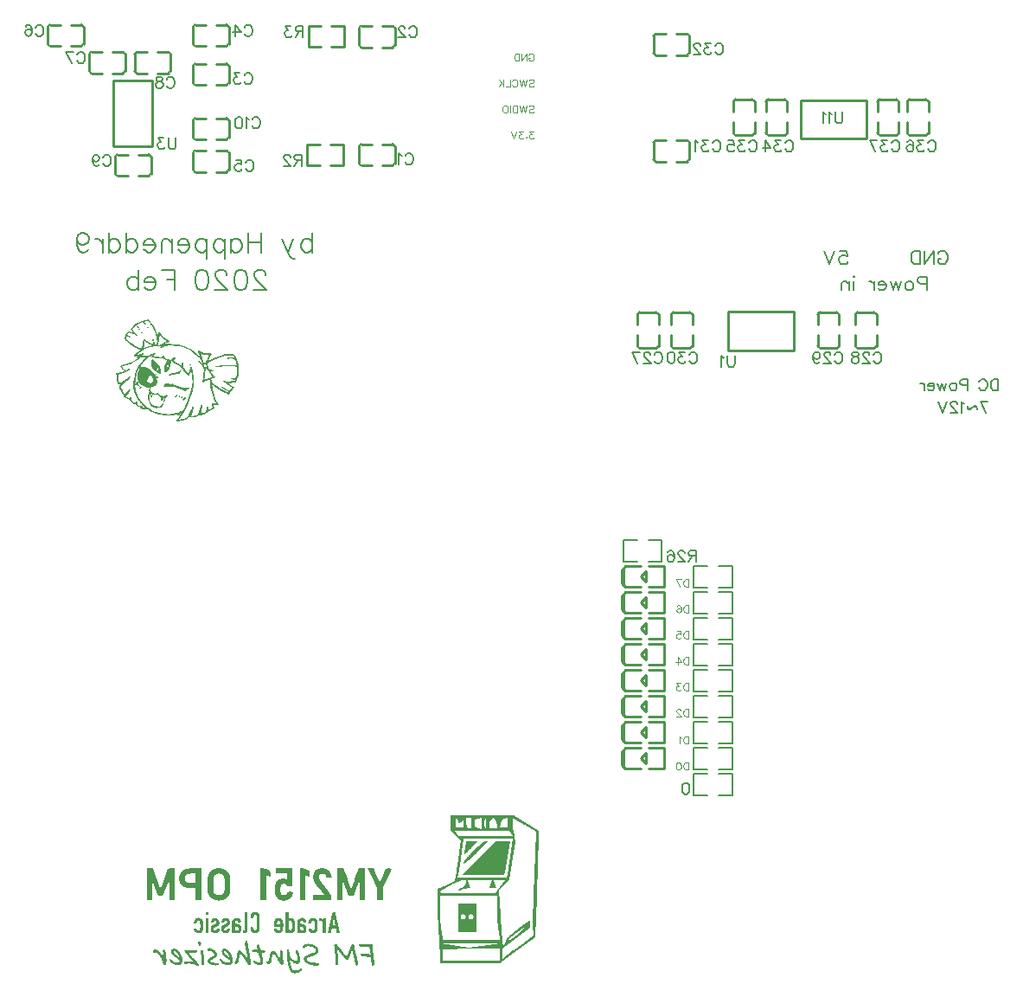
<source format=gbo>
G04 Layer: BottomSilkLayer*
G04 EasyEDA v6.3.22, 2020-04-16T16:32:26+08:00*
G04 928550df28224f32970c11639e6f1fd0,b166db8205ee484a91a1acb555850d7f,10*
G04 Gerber Generator version 0.2*
G04 Scale: 100 percent, Rotated: No, Reflected: No *
G04 Dimensions in millimeters *
G04 leading zeros omitted , absolute positions ,3 integer and 3 decimal *
%FSLAX33Y33*%
%MOMM*%
G90*
G71D02*

%ADD10C,0.254000*%
%ADD61C,0.203200*%
%ADD63C,0.199898*%
%ADD71C,0.152400*%
%ADD72C,0.119990*%

%LPD*%

%LPD*%
G36*
G01X20023Y7798D02*
G01X19952Y7802D01*
G01X19881Y7798D01*
G01X19840Y7780D01*
G01X19822Y7739D01*
G01X19818Y7668D01*
G01X19822Y7597D01*
G01X19840Y7557D01*
G01X19881Y7539D01*
G01X19952Y7534D01*
G01X20023Y7539D01*
G01X20063Y7557D01*
G01X20082Y7597D01*
G01X20086Y7668D01*
G01X20082Y7739D01*
G01X20063Y7780D01*
G01X20023Y7798D01*
G37*

%LPD*%
G36*
G01X20086Y7266D02*
G01X19818Y7266D01*
G01X19818Y5793D01*
G01X20086Y5793D01*
G01X20086Y7266D01*
G37*

%LPD*%
G36*
G01X31068Y7256D02*
G01X31021Y7269D01*
G01X30978Y7268D01*
G01X30943Y7255D01*
G01X30915Y7228D01*
G01X30898Y7189D01*
G01X30891Y7137D01*
G01X30897Y7069D01*
G01X30918Y7026D01*
G01X30966Y6999D01*
G01X31047Y6979D01*
G01X31097Y6968D01*
G01X31140Y6954D01*
G01X31176Y6934D01*
G01X31207Y6908D01*
G01X31231Y6874D01*
G01X31251Y6831D01*
G01X31266Y6776D01*
G01X31278Y6709D01*
G01X31285Y6628D01*
G01X31290Y6532D01*
G01X31292Y6419D01*
G01X31293Y6287D01*
G01X31293Y5793D01*
G01X31606Y5793D01*
G01X31606Y7266D01*
G01X31474Y7266D01*
G01X31417Y7261D01*
G01X31367Y7245D01*
G01X31326Y7221D01*
G01X31299Y7189D01*
G01X31273Y7148D01*
G01X31250Y7134D01*
G01X31219Y7148D01*
G01X31170Y7189D01*
G01X31119Y7230D01*
G01X31068Y7256D01*
G37*

%LPD*%
G36*
G01X23926Y7847D02*
G01X23658Y7847D01*
G01X23658Y6694D01*
G01X23657Y6580D01*
G01X23656Y6482D01*
G01X23655Y6397D01*
G01X23652Y6326D01*
G01X23649Y6266D01*
G01X23645Y6217D01*
G01X23641Y6178D01*
G01X23635Y6147D01*
G01X23628Y6123D01*
G01X23619Y6106D01*
G01X23609Y6093D01*
G01X23597Y6084D01*
G01X23584Y6078D01*
G01X23569Y6074D01*
G01X23528Y6056D01*
G01X23501Y6026D01*
G01X23484Y5982D01*
G01X23479Y5922D01*
G01X23484Y5855D01*
G01X23501Y5816D01*
G01X23538Y5798D01*
G01X23599Y5793D01*
G01X23654Y5801D01*
G01X23714Y5822D01*
G01X23773Y5853D01*
G01X23823Y5890D01*
G01X23840Y5908D01*
G01X23856Y5924D01*
G01X23870Y5942D01*
G01X23882Y5962D01*
G01X23892Y5986D01*
G01X23900Y6016D01*
G01X23907Y6052D01*
G01X23913Y6097D01*
G01X23917Y6150D01*
G01X23920Y6215D01*
G01X23922Y6293D01*
G01X23924Y6385D01*
G01X23925Y6491D01*
G01X23926Y6614D01*
G01X23926Y7847D01*
G37*

%LPD*%
G36*
G01X32365Y7847D02*
G01X32326Y7847D01*
G01X32314Y7846D01*
G01X32303Y7844D01*
G01X32293Y7840D01*
G01X32283Y7834D01*
G01X32274Y7825D01*
G01X32264Y7814D01*
G01X32255Y7799D01*
G01X32245Y7781D01*
G01X32235Y7758D01*
G01X32224Y7731D01*
G01X32213Y7698D01*
G01X32202Y7660D01*
G01X32189Y7616D01*
G01X32175Y7567D01*
G01X32160Y7510D01*
G01X32144Y7446D01*
G01X32127Y7374D01*
G01X32108Y7294D01*
G01X32087Y7206D01*
G01X32064Y7110D01*
G01X32040Y7004D01*
G01X32013Y6888D01*
G01X31984Y6762D01*
G01X31953Y6625D01*
G01X31919Y6478D01*
G01X31890Y6351D01*
G01X31865Y6241D01*
G01X31843Y6146D01*
G01X31826Y6066D01*
G01X31812Y5999D01*
G01X31803Y5944D01*
G01X31798Y5899D01*
G01X31797Y5864D01*
G01X31800Y5838D01*
G01X31807Y5819D01*
G01X31819Y5806D01*
G01X31834Y5798D01*
G01X31855Y5794D01*
G01X31879Y5793D01*
G01X31941Y5793D01*
G01X32022Y5797D01*
G01X32070Y5812D01*
G01X32091Y5845D01*
G01X32097Y5902D01*
G01X32101Y5989D01*
G01X32112Y6061D01*
G01X32131Y6119D01*
G01X32160Y6165D01*
G01X32199Y6199D01*
G01X32248Y6222D01*
G01X32309Y6235D01*
G01X32382Y6240D01*
G01X32580Y6240D01*
G01X32611Y6016D01*
G01X32631Y5889D01*
G01X32657Y5823D01*
G01X32706Y5797D01*
G01X32793Y5793D01*
G01X32852Y5796D01*
G01X32901Y5804D01*
G01X32933Y5817D01*
G01X32945Y5832D01*
G01X32945Y5839D01*
G01X32943Y5851D01*
G01X32940Y5868D01*
G01X32936Y5890D01*
G01X32930Y5918D01*
G01X32923Y5949D01*
G01X32916Y5986D01*
G01X32907Y6027D01*
G01X32897Y6073D01*
G01X32886Y6123D01*
G01X32874Y6179D01*
G01X32860Y6238D01*
G01X32846Y6302D01*
G01X32831Y6369D01*
G01X32814Y6441D01*
G01X32797Y6518D01*
G01X32778Y6598D01*
G01X32759Y6682D01*
G01X32739Y6770D01*
G01X32718Y6862D01*
G01X32695Y6958D01*
G01X32672Y7057D01*
G01X32648Y7160D01*
G01X32623Y7266D01*
G01X32605Y7345D01*
G01X32587Y7422D01*
G01X32570Y7496D01*
G01X32554Y7564D01*
G01X32539Y7626D01*
G01X32527Y7677D01*
G01X32512Y7747D01*
G01X32494Y7794D01*
G01X32466Y7825D01*
G01X32424Y7841D01*
G01X32365Y7847D01*
G37*

%LPC*%
G36*
G01X32370Y7195D02*
G01X32360Y7211D01*
G01X32350Y7210D01*
G01X32340Y7193D01*
G01X32331Y7161D01*
G01X32320Y7114D01*
G01X32308Y7052D01*
G01X32294Y6976D01*
G01X32282Y6912D01*
G01X32271Y6849D01*
G01X32261Y6788D01*
G01X32252Y6733D01*
G01X32245Y6683D01*
G01X32239Y6641D01*
G01X32235Y6608D01*
G01X32234Y6586D01*
G01X32239Y6549D01*
G01X32262Y6525D01*
G01X32302Y6512D01*
G01X32365Y6507D01*
G01X32415Y6510D01*
G01X32452Y6518D01*
G01X32477Y6535D01*
G01X32492Y6564D01*
G01X32496Y6609D01*
G01X32490Y6672D01*
G01X32475Y6756D01*
G01X32453Y6865D01*
G01X32430Y6966D01*
G01X32411Y7050D01*
G01X32396Y7115D01*
G01X32382Y7163D01*
G01X32370Y7195D01*
G37*

%LPD*%
G36*
G01X21835Y7259D02*
G01X21783Y7262D01*
G01X21731Y7260D01*
G01X21680Y7253D01*
G01X21631Y7241D01*
G01X21585Y7224D01*
G01X21542Y7202D01*
G01X21503Y7177D01*
G01X21468Y7148D01*
G01X21438Y7115D01*
G01X21414Y7078D01*
G01X21396Y7038D01*
G01X21385Y6996D01*
G01X21381Y6950D01*
G01X21385Y6884D01*
G01X21402Y6844D01*
G01X21435Y6825D01*
G01X21491Y6820D01*
G01X21539Y6827D01*
G01X21583Y6845D01*
G01X21622Y6873D01*
G01X21649Y6909D01*
G01X21676Y6947D01*
G01X21708Y6974D01*
G01X21744Y6991D01*
G01X21782Y6996D01*
G01X21817Y6990D01*
G01X21850Y6973D01*
G01X21877Y6945D01*
G01X21895Y6907D01*
G01X21904Y6864D01*
G01X21902Y6823D01*
G01X21889Y6785D01*
G01X21863Y6750D01*
G01X21824Y6716D01*
G01X21772Y6683D01*
G01X21706Y6650D01*
G01X21626Y6616D01*
G01X21575Y6594D01*
G01X21530Y6569D01*
G01X21488Y6542D01*
G01X21452Y6511D01*
G01X21419Y6478D01*
G01X21391Y6442D01*
G01X21368Y6405D01*
G01X21348Y6367D01*
G01X21332Y6327D01*
G01X21321Y6287D01*
G01X21314Y6246D01*
G01X21310Y6205D01*
G01X21311Y6164D01*
G01X21315Y6123D01*
G01X21324Y6083D01*
G01X21336Y6045D01*
G01X21352Y6007D01*
G01X21372Y5971D01*
G01X21395Y5938D01*
G01X21422Y5906D01*
G01X21453Y5877D01*
G01X21487Y5850D01*
G01X21524Y5827D01*
G01X21566Y5808D01*
G01X21610Y5792D01*
G01X21658Y5781D01*
G01X21709Y5773D01*
G01X21763Y5771D01*
G01X21843Y5775D01*
G01X21915Y5790D01*
G01X21978Y5814D01*
G01X22033Y5849D01*
G01X22080Y5894D01*
G01X22121Y5950D01*
G01X22154Y6017D01*
G01X22182Y6096D01*
G01X22203Y6178D01*
G01X22198Y6220D01*
G01X22159Y6237D01*
G01X22075Y6240D01*
G01X22004Y6235D01*
G01X21955Y6220D01*
G01X21922Y6193D01*
G01X21904Y6150D01*
G01X21888Y6109D01*
G01X21865Y6076D01*
G01X21836Y6053D01*
G01X21804Y6038D01*
G01X21770Y6031D01*
G01X21736Y6033D01*
G01X21702Y6043D01*
G01X21671Y6060D01*
G01X21644Y6085D01*
G01X21623Y6117D01*
G01X21609Y6155D01*
G01X21604Y6201D01*
G01X21618Y6245D01*
G01X21663Y6294D01*
G01X21738Y6346D01*
G01X21846Y6404D01*
G01X21928Y6448D01*
G01X21998Y6493D01*
G01X22056Y6539D01*
G01X22103Y6589D01*
G01X22139Y6641D01*
G01X22165Y6695D01*
G01X22180Y6754D01*
G01X22184Y6815D01*
G01X22180Y6875D01*
G01X22168Y6936D01*
G01X22149Y6997D01*
G01X22125Y7055D01*
G01X22096Y7107D01*
G01X22063Y7153D01*
G01X22029Y7189D01*
G01X21992Y7213D01*
G01X21941Y7234D01*
G01X21888Y7250D01*
G01X21835Y7259D01*
G37*

%LPD*%
G36*
G01X20799Y7264D02*
G01X20744Y7268D01*
G01X20690Y7264D01*
G01X20636Y7254D01*
G01X20585Y7237D01*
G01X20535Y7213D01*
G01X20489Y7183D01*
G01X20447Y7146D01*
G01X20409Y7104D01*
G01X20378Y7056D01*
G01X20353Y7002D01*
G01X20335Y6943D01*
G01X20324Y6875D01*
G01X20334Y6838D01*
G01X20376Y6823D01*
G01X20460Y6820D01*
G01X20533Y6824D01*
G01X20584Y6840D01*
G01X20617Y6868D01*
G01X20635Y6913D01*
G01X20656Y6958D01*
G01X20687Y6986D01*
G01X20725Y6999D01*
G01X20766Y6998D01*
G01X20804Y6982D01*
G01X20837Y6955D01*
G01X20859Y6915D01*
G01X20868Y6865D01*
G01X20858Y6806D01*
G01X20827Y6756D01*
G01X20767Y6708D01*
G01X20672Y6654D01*
G01X20601Y6618D01*
G01X20539Y6584D01*
G01X20487Y6551D01*
G01X20443Y6520D01*
G01X20406Y6489D01*
G01X20377Y6457D01*
G01X20354Y6425D01*
G01X20336Y6390D01*
G01X20323Y6352D01*
G01X20315Y6310D01*
G01X20311Y6264D01*
G01X20309Y6213D01*
G01X20315Y6118D01*
G01X20334Y6037D01*
G01X20367Y5964D01*
G01X20417Y5896D01*
G01X20453Y5860D01*
G01X20492Y5830D01*
G01X20534Y5806D01*
G01X20580Y5788D01*
G01X20627Y5775D01*
G01X20675Y5767D01*
G01X20724Y5765D01*
G01X20774Y5767D01*
G01X20823Y5774D01*
G01X20871Y5786D01*
G01X20917Y5802D01*
G01X20961Y5822D01*
G01X21002Y5847D01*
G01X21040Y5875D01*
G01X21073Y5906D01*
G01X21102Y5942D01*
G01X21125Y5980D01*
G01X21143Y6021D01*
G01X21154Y6066D01*
G01X21158Y6113D01*
G01X21153Y6180D01*
G01X21135Y6218D01*
G01X21094Y6235D01*
G01X21024Y6240D01*
G01X20960Y6235D01*
G01X20918Y6221D01*
G01X20896Y6195D01*
G01X20890Y6153D01*
G01X20883Y6116D01*
G01X20864Y6084D01*
G01X20835Y6059D01*
G01X20799Y6041D01*
G01X20759Y6031D01*
G01X20718Y6031D01*
G01X20678Y6041D01*
G01X20642Y6062D01*
G01X20602Y6103D01*
G01X20580Y6143D01*
G01X20576Y6184D01*
G01X20588Y6226D01*
G01X20617Y6268D01*
G01X20664Y6311D01*
G01X20729Y6356D01*
G01X20811Y6401D01*
G01X20906Y6453D01*
G01X20993Y6506D01*
G01X21060Y6555D01*
G01X21100Y6592D01*
G01X21130Y6645D01*
G01X21150Y6708D01*
G01X21158Y6778D01*
G01X21155Y6851D01*
G01X21141Y6927D01*
G01X21118Y7000D01*
G01X21085Y7068D01*
G01X21042Y7129D01*
G01X21000Y7172D01*
G01X20953Y7208D01*
G01X20904Y7234D01*
G01X20852Y7253D01*
G01X20799Y7264D01*
G37*

%LPD*%
G36*
G01X19154Y7268D02*
G01X19107Y7272D01*
G01X19060Y7269D01*
G01X19014Y7263D01*
G01X18970Y7251D01*
G01X18927Y7235D01*
G01X18885Y7214D01*
G01X18846Y7189D01*
G01X18810Y7159D01*
G01X18777Y7125D01*
G01X18747Y7087D01*
G01X18721Y7045D01*
G01X18700Y7000D01*
G01X18684Y6951D01*
G01X18672Y6898D01*
G01X18660Y6804D01*
G01X18667Y6754D01*
G01X18703Y6734D01*
G01X18776Y6731D01*
G01X18842Y6737D01*
G01X18889Y6758D01*
G01X18926Y6799D01*
G01X18956Y6865D01*
G01X18982Y6917D01*
G01X19014Y6957D01*
G01X19052Y6983D01*
G01X19091Y6997D01*
G01X19132Y6997D01*
G01X19170Y6983D01*
G01X19206Y6955D01*
G01X19236Y6912D01*
G01X19252Y6871D01*
G01X19264Y6814D01*
G01X19273Y6744D01*
G01X19279Y6663D01*
G01X19282Y6578D01*
G01X19282Y6488D01*
G01X19279Y6400D01*
G01X19273Y6315D01*
G01X19265Y6239D01*
G01X19254Y6173D01*
G01X19239Y6121D01*
G01X19223Y6086D01*
G01X19192Y6055D01*
G01X19155Y6037D01*
G01X19114Y6030D01*
G01X19073Y6035D01*
G01X19033Y6049D01*
G01X18997Y6075D01*
G01X18967Y6109D01*
G01X18947Y6152D01*
G01X18925Y6189D01*
G01X18887Y6217D01*
G01X18840Y6235D01*
G01X18789Y6243D01*
G01X18740Y6241D01*
G01X18697Y6229D01*
G01X18669Y6205D01*
G01X18657Y6170D01*
G01X18661Y6116D01*
G01X18674Y6064D01*
G01X18692Y6016D01*
G01X18718Y5971D01*
G01X18750Y5930D01*
G01X18786Y5893D01*
G01X18828Y5861D01*
G01X18872Y5832D01*
G01X18920Y5808D01*
G01X18971Y5790D01*
G01X19023Y5776D01*
G01X19076Y5767D01*
G01X19130Y5764D01*
G01X19183Y5767D01*
G01X19235Y5775D01*
G01X19287Y5790D01*
G01X19335Y5811D01*
G01X19381Y5838D01*
G01X19423Y5873D01*
G01X19460Y5914D01*
G01X19486Y5951D01*
G01X19507Y5991D01*
G01X19523Y6037D01*
G01X19535Y6094D01*
G01X19542Y6167D01*
G01X19547Y6259D01*
G01X19549Y6374D01*
G01X19550Y6517D01*
G01X19550Y6627D01*
G01X19549Y6721D01*
G01X19548Y6798D01*
G01X19545Y6863D01*
G01X19540Y6915D01*
G01X19533Y6959D01*
G01X19523Y6995D01*
G01X19511Y7025D01*
G01X19495Y7053D01*
G01X19474Y7079D01*
G01X19449Y7106D01*
G01X19420Y7136D01*
G01X19379Y7172D01*
G01X19337Y7202D01*
G01X19293Y7227D01*
G01X19247Y7247D01*
G01X19201Y7260D01*
G01X19154Y7268D01*
G37*

%LPD*%
G36*
G01X30362Y7266D02*
G01X30315Y7269D01*
G01X30269Y7267D01*
G01X30222Y7259D01*
G01X30178Y7248D01*
G01X30134Y7231D01*
G01X30092Y7210D01*
G01X30053Y7185D01*
G01X30017Y7155D01*
G01X29984Y7121D01*
G01X29954Y7083D01*
G01X29928Y7041D01*
G01X29907Y6996D01*
G01X29890Y6947D01*
G01X29879Y6895D01*
G01X29852Y6724D01*
G01X30001Y6739D01*
G01X30076Y6751D01*
G01X30125Y6773D01*
G01X30157Y6810D01*
G01X30177Y6865D01*
G01X30192Y6908D01*
G01X30214Y6942D01*
G01X30243Y6969D01*
G01X30275Y6986D01*
G01X30311Y6993D01*
G01X30349Y6990D01*
G01X30388Y6977D01*
G01X30425Y6952D01*
G01X30441Y6931D01*
G01X30455Y6895D01*
G01X30467Y6848D01*
G01X30476Y6791D01*
G01X30484Y6727D01*
G01X30490Y6657D01*
G01X30493Y6583D01*
G01X30494Y6507D01*
G01X30493Y6432D01*
G01X30490Y6358D01*
G01X30484Y6288D01*
G01X30476Y6223D01*
G01X30467Y6167D01*
G01X30455Y6120D01*
G01X30441Y6084D01*
G01X30425Y6062D01*
G01X30389Y6041D01*
G01X30348Y6031D01*
G01X30307Y6031D01*
G01X30268Y6041D01*
G01X30232Y6059D01*
G01X30203Y6084D01*
G01X30184Y6116D01*
G01X30177Y6153D01*
G01X30170Y6196D01*
G01X30146Y6222D01*
G01X30098Y6236D01*
G01X30021Y6240D01*
G01X29952Y6236D01*
G01X29903Y6224D01*
G01X29874Y6204D01*
G01X29864Y6175D01*
G01X29868Y6120D01*
G01X29881Y6067D01*
G01X29899Y6018D01*
G01X29925Y5972D01*
G01X29956Y5930D01*
G01X29992Y5892D01*
G01X30033Y5859D01*
G01X30078Y5830D01*
G01X30125Y5806D01*
G01X30176Y5787D01*
G01X30228Y5772D01*
G01X30281Y5763D01*
G01X30334Y5760D01*
G01X30388Y5763D01*
G01X30440Y5771D01*
G01X30491Y5786D01*
G01X30540Y5807D01*
G01X30586Y5835D01*
G01X30628Y5870D01*
G01X30666Y5912D01*
G01X30693Y5950D01*
G01X30714Y5990D01*
G01X30730Y6036D01*
G01X30742Y6093D01*
G01X30749Y6166D01*
G01X30754Y6258D01*
G01X30757Y6373D01*
G01X30757Y6721D01*
G01X30755Y6798D01*
G01X30752Y6863D01*
G01X30747Y6915D01*
G01X30740Y6959D01*
G01X30730Y6995D01*
G01X30718Y7025D01*
G01X30701Y7053D01*
G01X30681Y7079D01*
G01X30656Y7106D01*
G01X30627Y7136D01*
G01X30587Y7172D01*
G01X30545Y7202D01*
G01X30501Y7226D01*
G01X30455Y7245D01*
G01X30409Y7258D01*
G01X30362Y7266D01*
G37*

%LPD*%
G36*
G01X24707Y7843D02*
G01X24655Y7848D01*
G01X24604Y7847D01*
G01X24553Y7839D01*
G01X24504Y7826D01*
G01X24458Y7807D01*
G01X24413Y7784D01*
G01X24372Y7754D01*
G01X24334Y7719D01*
G01X24299Y7680D01*
G01X24269Y7636D01*
G01X24243Y7587D01*
G01X24222Y7535D01*
G01X24207Y7478D01*
G01X24197Y7417D01*
G01X24194Y7353D01*
G01X24198Y7284D01*
G01X24216Y7244D01*
G01X24257Y7226D01*
G01X24328Y7222D01*
G01X24396Y7226D01*
G01X24437Y7242D01*
G01X24457Y7275D01*
G01X24462Y7330D01*
G01X24480Y7419D01*
G01X24526Y7499D01*
G01X24590Y7557D01*
G01X24660Y7579D01*
G01X24685Y7577D01*
G01X24707Y7572D01*
G01X24726Y7563D01*
G01X24744Y7549D01*
G01X24759Y7530D01*
G01X24772Y7504D01*
G01X24782Y7472D01*
G01X24791Y7432D01*
G01X24799Y7384D01*
G01X24804Y7328D01*
G01X24808Y7262D01*
G01X24811Y7186D01*
G01X24812Y7099D01*
G01X24812Y7002D01*
G01X24811Y6892D01*
G01X24809Y6769D01*
G01X24806Y6613D01*
G01X24803Y6483D01*
G01X24800Y6376D01*
G01X24797Y6290D01*
G01X24791Y6221D01*
G01X24785Y6170D01*
G01X24777Y6133D01*
G01X24766Y6106D01*
G01X24753Y6089D01*
G01X24737Y6079D01*
G01X24717Y6073D01*
G01X24694Y6069D01*
G01X24645Y6067D01*
G01X24601Y6073D01*
G01X24562Y6088D01*
G01X24528Y6111D01*
G01X24500Y6141D01*
G01X24479Y6177D01*
G01X24466Y6220D01*
G01X24462Y6267D01*
G01X24457Y6321D01*
G01X24436Y6354D01*
G01X24396Y6369D01*
G01X24328Y6373D01*
G01X24257Y6369D01*
G01X24216Y6352D01*
G01X24198Y6311D01*
G01X24194Y6242D01*
G01X24197Y6188D01*
G01X24204Y6138D01*
G01X24216Y6089D01*
G01X24233Y6044D01*
G01X24254Y6001D01*
G01X24278Y5961D01*
G01X24306Y5925D01*
G01X24338Y5892D01*
G01X24371Y5862D01*
G01X24408Y5835D01*
G01X24446Y5813D01*
G01X24487Y5794D01*
G01X24529Y5779D01*
G01X24572Y5768D01*
G01X24616Y5761D01*
G01X24661Y5759D01*
G01X24706Y5760D01*
G01X24751Y5767D01*
G01X24795Y5778D01*
G01X24839Y5794D01*
G01X24882Y5815D01*
G01X24924Y5841D01*
G01X24964Y5872D01*
G01X25002Y5909D01*
G01X25020Y5929D01*
G01X25036Y5948D01*
G01X25051Y5968D01*
G01X25063Y5989D01*
G01X25073Y6013D01*
G01X25082Y6040D01*
G01X25089Y6073D01*
G01X25095Y6112D01*
G01X25099Y6160D01*
G01X25103Y6215D01*
G01X25105Y6281D01*
G01X25107Y6358D01*
G01X25108Y6448D01*
G01X25109Y6552D01*
G01X25109Y7586D01*
G01X24964Y7717D01*
G01X24914Y7756D01*
G01X24864Y7788D01*
G01X24812Y7814D01*
G01X24760Y7831D01*
G01X24707Y7843D01*
G37*

%LPD*%
G36*
G01X29277Y7269D02*
G01X29223Y7271D01*
G01X29170Y7266D01*
G01X29117Y7253D01*
G01X29065Y7234D01*
G01X29015Y7209D01*
G01X28968Y7176D01*
G01X28923Y7136D01*
G01X28793Y7005D01*
G01X28793Y5793D01*
G01X28927Y5793D01*
G01X28979Y5797D01*
G01X29022Y5806D01*
G01X29050Y5821D01*
G01X29061Y5839D01*
G01X29070Y5851D01*
G01X29094Y5849D01*
G01X29130Y5835D01*
G01X29174Y5811D01*
G01X29219Y5785D01*
G01X29264Y5768D01*
G01X29310Y5759D01*
G01X29354Y5756D01*
G01X29398Y5761D01*
G01X29440Y5773D01*
G01X29480Y5791D01*
G01X29518Y5815D01*
G01X29553Y5845D01*
G01X29585Y5880D01*
G01X29614Y5920D01*
G01X29638Y5965D01*
G01X29658Y6014D01*
G01X29673Y6068D01*
G01X29682Y6125D01*
G01X29685Y6186D01*
G01X29681Y6259D01*
G01X29670Y6327D01*
G01X29650Y6391D01*
G01X29624Y6449D01*
G01X29591Y6502D01*
G01X29551Y6549D01*
G01X29505Y6589D01*
G01X29453Y6623D01*
G01X29395Y6650D01*
G01X29332Y6670D01*
G01X29265Y6682D01*
G01X29193Y6686D01*
G01X29147Y6690D01*
G01X29110Y6701D01*
G01X29083Y6719D01*
G01X29066Y6745D01*
G01X29057Y6779D01*
G01X29058Y6820D01*
G01X29068Y6870D01*
G01X29088Y6928D01*
G01X29110Y6962D01*
G01X29143Y6985D01*
G01X29184Y6997D01*
G01X29228Y6999D01*
G01X29272Y6991D01*
G01X29312Y6973D01*
G01X29342Y6946D01*
G01X29360Y6909D01*
G01X29378Y6869D01*
G01X29409Y6841D01*
G01X29452Y6825D01*
G01X29512Y6820D01*
G01X29569Y6828D01*
G01X29611Y6851D01*
G01X29636Y6885D01*
G01X29645Y6930D01*
G01X29639Y6982D01*
G01X29616Y7039D01*
G01X29578Y7098D01*
G01X29523Y7157D01*
G01X29478Y7193D01*
G01X29430Y7223D01*
G01X29381Y7246D01*
G01X29329Y7261D01*
G01X29277Y7269D01*
G37*

%LPC*%
G36*
G01X29253Y6411D02*
G01X29196Y6418D01*
G01X29125Y6414D01*
G01X29084Y6397D01*
G01X29065Y6359D01*
G01X29061Y6293D01*
G01X29065Y6234D01*
G01X29077Y6179D01*
G01X29096Y6131D01*
G01X29121Y6089D01*
G01X29151Y6056D01*
G01X29185Y6034D01*
G01X29221Y6022D01*
G01X29260Y6023D01*
G01X29313Y6040D01*
G01X29354Y6068D01*
G01X29384Y6104D01*
G01X29403Y6146D01*
G01X29411Y6191D01*
G01X29408Y6238D01*
G01X29396Y6283D01*
G01X29374Y6326D01*
G01X29342Y6363D01*
G01X29302Y6392D01*
G01X29253Y6411D01*
G37*

%LPD*%
G36*
G01X27006Y7264D02*
G01X26956Y7268D01*
G01X26904Y7265D01*
G01X26853Y7256D01*
G01X26804Y7242D01*
G01X26755Y7221D01*
G01X26709Y7193D01*
G01X26665Y7160D01*
G01X26628Y7127D01*
G01X26599Y7094D01*
G01X26577Y7059D01*
G01X26559Y7018D01*
G01X26547Y6969D01*
G01X26537Y6908D01*
G01X26530Y6831D01*
G01X26524Y6736D01*
G01X26505Y6418D01*
G01X27096Y6418D01*
G01X27096Y6242D01*
G01X27090Y6167D01*
G01X27071Y6105D01*
G01X27043Y6059D01*
G01X27007Y6030D01*
G01X26965Y6019D01*
G01X26919Y6026D01*
G01X26872Y6052D01*
G01X26824Y6100D01*
G01X26782Y6141D01*
G01X26734Y6171D01*
G01X26682Y6189D01*
G01X26632Y6196D01*
G01X26587Y6192D01*
G01X26550Y6175D01*
G01X26525Y6148D01*
G01X26516Y6108D01*
G01X26524Y6051D01*
G01X26548Y5993D01*
G01X26585Y5939D01*
G01X26633Y5888D01*
G01X26691Y5844D01*
G01X26756Y5807D01*
G01X26826Y5779D01*
G01X26900Y5763D01*
G01X27001Y5755D01*
G01X27077Y5766D01*
G01X27147Y5802D01*
G01X27229Y5868D01*
G01X27274Y5910D01*
G01X27309Y5948D01*
G01X27335Y5986D01*
G01X27355Y6028D01*
G01X27370Y6079D01*
G01X27381Y6141D01*
G01X27390Y6218D01*
G01X27397Y6316D01*
G01X27403Y6399D01*
G01X27406Y6478D01*
G01X27407Y6551D01*
G01X27407Y6621D01*
G01X27404Y6686D01*
G01X27399Y6747D01*
G01X27393Y6804D01*
G01X27384Y6856D01*
G01X27374Y6906D01*
G01X27361Y6951D01*
G01X27346Y6994D01*
G01X27329Y7032D01*
G01X27310Y7068D01*
G01X27288Y7100D01*
G01X27265Y7129D01*
G01X27239Y7156D01*
G01X27197Y7190D01*
G01X27153Y7218D01*
G01X27106Y7240D01*
G01X27057Y7255D01*
G01X27006Y7264D01*
G37*

%LPC*%
G36*
G01X27014Y6993D02*
G01X26942Y6999D01*
G01X26895Y6993D01*
G01X26857Y6974D01*
G01X26830Y6942D01*
G01X26812Y6898D01*
G01X26793Y6823D01*
G01X26783Y6764D01*
G01X26783Y6719D01*
G01X26794Y6686D01*
G01X26816Y6664D01*
G01X26852Y6650D01*
G01X26901Y6643D01*
G01X26966Y6642D01*
G01X27070Y6644D01*
G01X27121Y6659D01*
G01X27132Y6703D01*
G01X27117Y6786D01*
G01X27089Y6903D01*
G01X27059Y6966D01*
G01X27014Y6993D01*
G37*

%LPD*%
G36*
G01X27945Y7369D02*
G01X27945Y7853D01*
G01X27799Y7838D01*
G01X27655Y7825D01*
G01X27642Y6809D01*
G01X27630Y5793D01*
G01X27788Y5793D01*
G01X27849Y5797D01*
G01X27898Y5807D01*
G01X27932Y5822D01*
G01X27945Y5840D01*
G01X27952Y5853D01*
G01X27973Y5854D01*
G01X28005Y5842D01*
G01X28044Y5818D01*
G01X28094Y5786D01*
G01X28143Y5765D01*
G01X28189Y5754D01*
G01X28235Y5754D01*
G01X28279Y5764D01*
G01X28324Y5785D01*
G01X28369Y5816D01*
G01X28415Y5858D01*
G01X28439Y5883D01*
G01X28460Y5907D01*
G01X28476Y5931D01*
G01X28490Y5958D01*
G01X28501Y5990D01*
G01X28509Y6028D01*
G01X28516Y6075D01*
G01X28520Y6132D01*
G01X28523Y6201D01*
G01X28524Y6284D01*
G01X28525Y6383D01*
G01X28525Y6609D01*
G01X28524Y6704D01*
G01X28522Y6785D01*
G01X28519Y6854D01*
G01X28515Y6912D01*
G01X28509Y6962D01*
G01X28502Y7003D01*
G01X28493Y7039D01*
G01X28482Y7070D01*
G01X28468Y7097D01*
G01X28452Y7123D01*
G01X28432Y7149D01*
G01X28389Y7194D01*
G01X28341Y7229D01*
G01X28289Y7252D01*
G01X28235Y7263D01*
G01X28180Y7263D01*
G01X28126Y7252D01*
G01X28075Y7228D01*
G01X28026Y7193D01*
G01X28000Y7170D01*
G01X27980Y7159D01*
G01X27966Y7161D01*
G01X27956Y7180D01*
G01X27950Y7219D01*
G01X27946Y7281D01*
G01X27945Y7369D01*
G37*

%LPC*%
G36*
G01X28149Y6991D02*
G01X28119Y6993D01*
G01X28084Y6990D01*
G01X27967Y6976D01*
G01X27967Y6411D01*
G01X27970Y6310D01*
G01X27974Y6231D01*
G01X27981Y6169D01*
G01X27991Y6122D01*
G01X28004Y6087D01*
G01X28020Y6063D01*
G01X28041Y6046D01*
G01X28077Y6027D01*
G01X28110Y6018D01*
G01X28139Y6018D01*
G01X28165Y6028D01*
G01X28187Y6049D01*
G01X28206Y6079D01*
G01X28222Y6120D01*
G01X28235Y6172D01*
G01X28245Y6234D01*
G01X28251Y6307D01*
G01X28255Y6392D01*
G01X28257Y6487D01*
G01X28256Y6594D01*
G01X28255Y6685D01*
G01X28251Y6761D01*
G01X28246Y6825D01*
G01X28238Y6877D01*
G01X28228Y6917D01*
G01X28214Y6947D01*
G01X28197Y6969D01*
G01X28175Y6983D01*
G01X28149Y6991D01*
G37*

%LPD*%
G36*
G01X22886Y7269D02*
G01X22832Y7269D01*
G01X22779Y7262D01*
G01X22726Y7250D01*
G01X22676Y7230D01*
G01X22627Y7205D01*
G01X22581Y7173D01*
G01X22538Y7136D01*
G01X22408Y7005D01*
G01X22408Y5793D01*
G01X22542Y5793D01*
G01X22594Y5797D01*
G01X22636Y5807D01*
G01X22665Y5822D01*
G01X22676Y5840D01*
G01X22683Y5853D01*
G01X22705Y5854D01*
G01X22736Y5842D01*
G01X22775Y5818D01*
G01X22824Y5788D01*
G01X22874Y5767D01*
G01X22921Y5755D01*
G01X22968Y5751D01*
G01X23014Y5755D01*
G01X23057Y5766D01*
G01X23098Y5784D01*
G01X23136Y5808D01*
G01X23171Y5838D01*
G01X23203Y5875D01*
G01X23232Y5915D01*
G01X23256Y5961D01*
G01X23276Y6011D01*
G01X23290Y6064D01*
G01X23300Y6120D01*
G01X23304Y6180D01*
G01X23302Y6241D01*
G01X23294Y6305D01*
G01X23280Y6370D01*
G01X23258Y6435D01*
G01X23232Y6485D01*
G01X23193Y6531D01*
G01X23144Y6574D01*
G01X23087Y6611D01*
G01X23023Y6642D01*
G01X22954Y6666D01*
G01X22883Y6681D01*
G01X22812Y6686D01*
G01X22743Y6690D01*
G01X22702Y6706D01*
G01X22681Y6737D01*
G01X22676Y6789D01*
G01X22681Y6836D01*
G01X22695Y6879D01*
G01X22716Y6916D01*
G01X22743Y6948D01*
G01X22774Y6973D01*
G01X22808Y6991D01*
G01X22843Y7001D01*
G01X22877Y7002D01*
G01X22909Y6994D01*
G01X22937Y6976D01*
G01X22960Y6948D01*
G01X22975Y6909D01*
G01X22993Y6869D01*
G01X23024Y6841D01*
G01X23068Y6825D01*
G01X23128Y6820D01*
G01X23195Y6824D01*
G01X23234Y6842D01*
G01X23252Y6882D01*
G01X23256Y6950D01*
G01X23249Y7014D01*
G01X23227Y7072D01*
G01X23190Y7125D01*
G01X23138Y7174D01*
G01X23092Y7206D01*
G01X23043Y7231D01*
G01X22992Y7250D01*
G01X22939Y7263D01*
G01X22886Y7269D01*
G37*

%LPC*%
G36*
G01X22850Y6414D02*
G01X22801Y6418D01*
G01X22736Y6414D01*
G01X22697Y6395D01*
G01X22680Y6356D01*
G01X22676Y6288D01*
G01X22684Y6212D01*
G01X22706Y6147D01*
G01X22740Y6093D01*
G01X22781Y6053D01*
G01X22829Y6029D01*
G01X22880Y6022D01*
G01X22931Y6035D01*
G01X22979Y6070D01*
G01X23008Y6106D01*
G01X23028Y6143D01*
G01X23038Y6182D01*
G01X23040Y6221D01*
G01X23033Y6259D01*
G01X23019Y6295D01*
G01X22998Y6329D01*
G01X22969Y6358D01*
G01X22935Y6383D01*
G01X22896Y6402D01*
G01X22850Y6414D01*
G37*

%LPD*%
G36*
G01X19244Y4973D02*
G01X19196Y4981D01*
G01X19149Y4980D01*
G01X19098Y4967D01*
G01X19060Y4943D01*
G01X19035Y4910D01*
G01X19025Y4868D01*
G01X19027Y4820D01*
G01X19044Y4767D01*
G01X19074Y4709D01*
G01X19119Y4650D01*
G01X19178Y4586D01*
G01X19221Y4556D01*
G01X19258Y4557D01*
G01X19299Y4583D01*
G01X19328Y4616D01*
G01X19349Y4657D01*
G01X19363Y4706D01*
G01X19370Y4757D01*
G01X19368Y4810D01*
G01X19359Y4859D01*
G01X19342Y4903D01*
G01X19316Y4938D01*
G01X19286Y4958D01*
G01X19244Y4973D01*
G37*

%LPD*%
G36*
G01X27259Y4074D02*
G01X27190Y4094D01*
G01X27123Y4077D01*
G01X27077Y4022D01*
G01X27072Y3992D01*
G01X27071Y3940D01*
G01X27074Y3870D01*
G01X27079Y3789D01*
G01X27087Y3699D01*
G01X27097Y3604D01*
G01X27109Y3510D01*
G01X27122Y3420D01*
G01X27135Y3338D01*
G01X27148Y3269D01*
G01X27161Y3217D01*
G01X27173Y3187D01*
G01X27180Y3172D01*
G01X27178Y3166D01*
G01X27168Y3166D01*
G01X27152Y3175D01*
G01X27138Y3187D01*
G01X27119Y3211D01*
G01X27095Y3246D01*
G01X27066Y3290D01*
G01X27034Y3342D01*
G01X26999Y3400D01*
G01X26963Y3462D01*
G01X26927Y3527D01*
G01X26879Y3612D01*
G01X26835Y3687D01*
G01X26794Y3752D01*
G01X26757Y3808D01*
G01X26721Y3857D01*
G01X26686Y3898D01*
G01X26651Y3932D01*
G01X26617Y3961D01*
G01X26581Y3984D01*
G01X26544Y4003D01*
G01X26504Y4018D01*
G01X26462Y4030D01*
G01X26414Y4038D01*
G01X26369Y4037D01*
G01X26326Y4026D01*
G01X26286Y4006D01*
G01X26250Y3977D01*
G01X26216Y3939D01*
G01X26185Y3891D01*
G01X26157Y3834D01*
G01X26131Y3768D01*
G01X26109Y3692D01*
G01X26088Y3607D01*
G01X26071Y3512D01*
G01X26053Y3401D01*
G01X26038Y3309D01*
G01X26024Y3232D01*
G01X26011Y3171D01*
G01X25997Y3124D01*
G01X25984Y3088D01*
G01X25968Y3062D01*
G01X25951Y3044D01*
G01X25930Y3033D01*
G01X25906Y3027D01*
G01X25877Y3025D01*
G01X25843Y3025D01*
G01X25790Y3020D01*
G01X25751Y3008D01*
G01X25726Y2989D01*
G01X25714Y2963D01*
G01X25716Y2933D01*
G01X25734Y2900D01*
G01X25765Y2864D01*
G01X25811Y2827D01*
G01X25856Y2798D01*
G01X25899Y2777D01*
G01X25941Y2763D01*
G01X25980Y2755D01*
G01X26017Y2755D01*
G01X26051Y2762D01*
G01X26084Y2776D01*
G01X26115Y2797D01*
G01X26143Y2824D01*
G01X26169Y2858D01*
G01X26192Y2899D01*
G01X26213Y2947D01*
G01X26232Y3001D01*
G01X26248Y3062D01*
G01X26261Y3129D01*
G01X26271Y3203D01*
G01X26281Y3278D01*
G01X26291Y3348D01*
G01X26301Y3411D01*
G01X26311Y3469D01*
G01X26323Y3521D01*
G01X26335Y3568D01*
G01X26348Y3609D01*
G01X26361Y3645D01*
G01X26376Y3675D01*
G01X26391Y3699D01*
G01X26407Y3718D01*
G01X26425Y3731D01*
G01X26443Y3738D01*
G01X26463Y3739D01*
G01X26484Y3735D01*
G01X26506Y3726D01*
G01X26530Y3710D01*
G01X26555Y3689D01*
G01X26581Y3662D01*
G01X26609Y3630D01*
G01X26639Y3592D01*
G01X26670Y3547D01*
G01X26703Y3498D01*
G01X26738Y3443D01*
G01X26774Y3382D01*
G01X26812Y3315D01*
G01X26853Y3243D01*
G01X26895Y3165D01*
G01X26952Y3060D01*
G01X27004Y2969D01*
G01X27051Y2893D01*
G01X27093Y2830D01*
G01X27131Y2779D01*
G01X27167Y2741D01*
G01X27201Y2713D01*
G01X27234Y2696D01*
G01X27266Y2688D01*
G01X27299Y2689D01*
G01X27333Y2699D01*
G01X27369Y2715D01*
G01X27416Y2747D01*
G01X27441Y2786D01*
G01X27446Y2843D01*
G01X27435Y2929D01*
G01X27428Y2970D01*
G01X27421Y3026D01*
G01X27414Y3092D01*
G01X27406Y3168D01*
G01X27398Y3251D01*
G01X27391Y3338D01*
G01X27379Y3516D01*
G01X27373Y3603D01*
G01X27365Y3687D01*
G01X27357Y3766D01*
G01X27348Y3838D01*
G01X27339Y3902D01*
G01X27329Y3954D01*
G01X27320Y3994D01*
G01X27312Y4018D01*
G01X27259Y4074D01*
G37*

%LPD*%
G36*
G01X19493Y4114D02*
G01X19424Y4139D01*
G01X19354Y4133D01*
G01X19304Y4095D01*
G01X19299Y4052D01*
G01X19307Y3968D01*
G01X19324Y3856D01*
G01X19352Y3727D01*
G01X19362Y3680D01*
G01X19372Y3628D01*
G01X19382Y3572D01*
G01X19390Y3512D01*
G01X19399Y3451D01*
G01X19407Y3387D01*
G01X19414Y3324D01*
G01X19420Y3260D01*
G01X19425Y3197D01*
G01X19429Y3137D01*
G01X19432Y3079D01*
G01X19433Y3025D01*
G01X19435Y2901D01*
G01X19438Y2808D01*
G01X19444Y2741D01*
G01X19452Y2695D01*
G01X19467Y2667D01*
G01X19486Y2652D01*
G01X19514Y2646D01*
G01X19550Y2645D01*
G01X19611Y2651D01*
G01X19647Y2680D01*
G01X19666Y2747D01*
G01X19677Y2869D01*
G01X19679Y2910D01*
G01X19679Y2960D01*
G01X19678Y3017D01*
G01X19676Y3078D01*
G01X19672Y3146D01*
G01X19667Y3216D01*
G01X19661Y3289D01*
G01X19655Y3364D01*
G01X19639Y3516D01*
G01X19630Y3591D01*
G01X19620Y3664D01*
G01X19611Y3734D01*
G01X19601Y3800D01*
G01X19591Y3862D01*
G01X19580Y3918D01*
G01X19571Y3966D01*
G01X19561Y4008D01*
G01X19551Y4040D01*
G01X19542Y4063D01*
G01X19493Y4114D01*
G37*

%LPD*%
G36*
G01X23851Y4996D02*
G01X23820Y5008D01*
G01X23785Y5005D01*
G01X23743Y4987D01*
G01X23717Y4968D01*
G01X23696Y4940D01*
G01X23680Y4904D01*
G01X23668Y4861D01*
G01X23661Y4808D01*
G01X23659Y4748D01*
G01X23661Y4681D01*
G01X23668Y4605D01*
G01X23679Y4522D01*
G01X23696Y4431D01*
G01X23716Y4332D01*
G01X23742Y4226D01*
G01X23760Y4154D01*
G01X23779Y4077D01*
G01X23798Y3996D01*
G01X23817Y3914D01*
G01X23835Y3834D01*
G01X23851Y3758D01*
G01X23866Y3688D01*
G01X23878Y3628D01*
G01X23889Y3571D01*
G01X23911Y3459D01*
G01X23921Y3406D01*
G01X23930Y3356D01*
G01X23939Y3313D01*
G01X23946Y3276D01*
G01X23952Y3248D01*
G01X23948Y3222D01*
G01X23918Y3245D01*
G01X23865Y3314D01*
G01X23789Y3426D01*
G01X23738Y3505D01*
G01X23688Y3578D01*
G01X23638Y3647D01*
G01X23588Y3711D01*
G01X23540Y3770D01*
G01X23492Y3824D01*
G01X23446Y3873D01*
G01X23401Y3917D01*
G01X23356Y3956D01*
G01X23314Y3990D01*
G01X23273Y4019D01*
G01X23233Y4042D01*
G01X23195Y4060D01*
G01X23159Y4072D01*
G01X23125Y4079D01*
G01X23093Y4081D01*
G01X23063Y4076D01*
G01X23036Y4067D01*
G01X23011Y4051D01*
G01X22989Y4029D01*
G01X22969Y4002D01*
G01X22952Y3969D01*
G01X22938Y3930D01*
G01X22927Y3885D01*
G01X22920Y3854D01*
G01X22913Y3814D01*
G01X22904Y3766D01*
G01X22894Y3712D01*
G01X22883Y3655D01*
G01X22872Y3594D01*
G01X22861Y3532D01*
G01X22837Y3410D01*
G01X22822Y3345D01*
G01X22806Y3280D01*
G01X22787Y3217D01*
G01X22769Y3156D01*
G01X22749Y3100D01*
G01X22730Y3052D01*
G01X22712Y3012D01*
G01X22682Y2946D01*
G01X22662Y2891D01*
G01X22653Y2847D01*
G01X22657Y2812D01*
G01X22672Y2787D01*
G01X22698Y2770D01*
G01X22738Y2760D01*
G01X22789Y2757D01*
G01X22826Y2760D01*
G01X22861Y2771D01*
G01X22893Y2788D01*
G01X22922Y2813D01*
G01X22949Y2845D01*
G01X22975Y2885D01*
G01X22997Y2932D01*
G01X23018Y2986D01*
G01X23036Y3048D01*
G01X23053Y3118D01*
G01X23067Y3195D01*
G01X23079Y3281D01*
G01X23096Y3406D01*
G01X23112Y3507D01*
G01X23128Y3587D01*
G01X23146Y3647D01*
G01X23164Y3691D01*
G01X23186Y3719D01*
G01X23211Y3734D01*
G01X23239Y3739D01*
G01X23253Y3735D01*
G01X23272Y3724D01*
G01X23295Y3704D01*
G01X23321Y3678D01*
G01X23351Y3646D01*
G01X23385Y3607D01*
G01X23421Y3562D01*
G01X23461Y3510D01*
G01X23503Y3454D01*
G01X23547Y3393D01*
G01X23593Y3326D01*
G01X23641Y3256D01*
G01X23691Y3181D01*
G01X23742Y3103D01*
G01X23794Y3021D01*
G01X23847Y2936D01*
G01X23882Y2881D01*
G01X23917Y2829D01*
G01X23952Y2780D01*
G01X23985Y2737D01*
G01X24016Y2700D01*
G01X24043Y2671D01*
G01X24065Y2650D01*
G01X24082Y2639D01*
G01X24157Y2636D01*
G01X24222Y2675D01*
G01X24262Y2741D01*
G01X24264Y2821D01*
G01X24259Y2839D01*
G01X24253Y2862D01*
G01X24247Y2891D01*
G01X24241Y2925D01*
G01X24233Y2964D01*
G01X24225Y3007D01*
G01X24216Y3056D01*
G01X24207Y3108D01*
G01X24198Y3164D01*
G01X24187Y3224D01*
G01X24177Y3287D01*
G01X24166Y3354D01*
G01X24154Y3424D01*
G01X24143Y3497D01*
G01X24131Y3572D01*
G01X24118Y3650D01*
G01X24106Y3730D01*
G01X24080Y3896D01*
G01X24054Y4068D01*
G01X24028Y4244D01*
G01X24015Y4334D01*
G01X24004Y4411D01*
G01X23991Y4488D01*
G01X23979Y4561D01*
G01X23966Y4630D01*
G01X23954Y4696D01*
G01X23941Y4756D01*
G01X23929Y4811D01*
G01X23918Y4859D01*
G01X23906Y4899D01*
G01X23896Y4932D01*
G01X23888Y4955D01*
G01X23880Y4969D01*
G01X23851Y4996D01*
G37*

%LPD*%
G36*
G01X21673Y4255D02*
G01X21624Y4259D01*
G01X21577Y4255D01*
G01X21534Y4244D01*
G01X21496Y4227D01*
G01X21463Y4203D01*
G01X21434Y4173D01*
G01X21412Y4136D01*
G01X21395Y4094D01*
G01X21385Y4046D01*
G01X21381Y3993D01*
G01X21384Y3939D01*
G01X21393Y3886D01*
G01X21408Y3835D01*
G01X21430Y3784D01*
G01X21458Y3733D01*
G01X21494Y3683D01*
G01X21537Y3633D01*
G01X21586Y3581D01*
G01X21644Y3530D01*
G01X21710Y3477D01*
G01X21785Y3422D01*
G01X21867Y3366D01*
G01X21937Y3319D01*
G01X21999Y3274D01*
G01X22054Y3231D01*
G01X22100Y3192D01*
G01X22136Y3156D01*
G01X22163Y3125D01*
G01X22179Y3099D01*
G01X22184Y3077D01*
G01X22181Y3038D01*
G01X22171Y3003D01*
G01X22155Y2973D01*
G01X22133Y2947D01*
G01X22106Y2926D01*
G01X22074Y2910D01*
G01X22039Y2898D01*
G01X21999Y2890D01*
G01X21957Y2887D01*
G01X21912Y2888D01*
G01X21864Y2894D01*
G01X21816Y2903D01*
G01X21766Y2917D01*
G01X21715Y2936D01*
G01X21665Y2958D01*
G01X21615Y2985D01*
G01X21566Y3015D01*
G01X21518Y3051D01*
G01X21472Y3089D01*
G01X21429Y3132D01*
G01X21366Y3192D01*
G01X21311Y3230D01*
G01X21266Y3248D01*
G01X21232Y3246D01*
G01X21212Y3225D01*
G01X21207Y3186D01*
G01X21221Y3130D01*
G01X21254Y3057D01*
G01X21281Y3010D01*
G01X21313Y2965D01*
G01X21348Y2923D01*
G01X21387Y2883D01*
G01X21428Y2846D01*
G01X21472Y2811D01*
G01X21518Y2779D01*
G01X21566Y2750D01*
G01X21615Y2724D01*
G01X21666Y2701D01*
G01X21718Y2681D01*
G01X21770Y2665D01*
G01X21822Y2652D01*
G01X21874Y2642D01*
G01X21926Y2636D01*
G01X21978Y2633D01*
G01X22028Y2634D01*
G01X22077Y2639D01*
G01X22123Y2648D01*
G01X22169Y2660D01*
G01X22211Y2678D01*
G01X22251Y2699D01*
G01X22289Y2724D01*
G01X22322Y2753D01*
G01X22351Y2786D01*
G01X22376Y2822D01*
G01X22398Y2862D01*
G01X22416Y2903D01*
G01X22430Y2948D01*
G01X22441Y2995D01*
G01X22449Y3043D01*
G01X22453Y3094D01*
G01X22454Y3146D01*
G01X22451Y3199D01*
G01X22446Y3254D01*
G01X22437Y3310D01*
G01X22426Y3366D01*
G01X22412Y3422D01*
G01X22396Y3479D01*
G01X22376Y3535D01*
G01X22354Y3591D01*
G01X22330Y3646D01*
G01X22303Y3701D01*
G01X22274Y3755D01*
G01X22243Y3807D01*
G01X22210Y3858D01*
G01X22175Y3907D01*
G01X22138Y3953D01*
G01X22099Y3997D01*
G01X22058Y4040D01*
G01X22016Y4079D01*
G01X21972Y4115D01*
G01X21927Y4148D01*
G01X21880Y4178D01*
G01X21832Y4203D01*
G01X21783Y4225D01*
G01X21727Y4244D01*
G01X21673Y4255D01*
G37*

%LPC*%
G36*
G01X21722Y4003D02*
G01X21683Y4012D01*
G01X21650Y4011D01*
G01X21626Y3997D01*
G01X21610Y3972D01*
G01X21604Y3933D01*
G01X21610Y3910D01*
G01X21628Y3879D01*
G01X21655Y3841D01*
G01X21689Y3798D01*
G01X21730Y3751D01*
G01X21776Y3703D01*
G01X21825Y3654D01*
G01X21876Y3607D01*
G01X21926Y3563D01*
G01X21975Y3523D01*
G01X22021Y3490D01*
G01X22062Y3466D01*
G01X22097Y3451D01*
G01X22121Y3449D01*
G01X22135Y3461D01*
G01X22139Y3484D01*
G01X22132Y3520D01*
G01X22113Y3568D01*
G01X22085Y3626D01*
G01X22046Y3695D01*
G01X22004Y3759D01*
G01X21958Y3818D01*
G01X21910Y3871D01*
G01X21860Y3916D01*
G01X21811Y3954D01*
G01X21765Y3983D01*
G01X21722Y4003D01*
G37*

%LPD*%
G36*
G01X15770Y4154D02*
G01X15731Y4167D01*
G01X15697Y4165D01*
G01X15669Y4149D01*
G01X15648Y4121D01*
G01X15635Y4080D01*
G01X15630Y4029D01*
G01X15635Y3967D01*
G01X15641Y3930D01*
G01X15647Y3887D01*
G01X15654Y3839D01*
G01X15661Y3788D01*
G01X15668Y3735D01*
G01X15682Y3631D01*
G01X15689Y3583D01*
G01X15718Y3359D01*
G01X15597Y3561D01*
G01X15552Y3632D01*
G01X15507Y3699D01*
G01X15462Y3761D01*
G01X15416Y3820D01*
G01X15371Y3874D01*
G01X15325Y3924D01*
G01X15280Y3970D01*
G01X15234Y4010D01*
G01X15190Y4047D01*
G01X15145Y4078D01*
G01X15101Y4105D01*
G01X15058Y4127D01*
G01X15015Y4144D01*
G01X14974Y4156D01*
G01X14933Y4164D01*
G01X14894Y4166D01*
G01X14855Y4163D01*
G01X14818Y4154D01*
G01X14783Y4141D01*
G01X14749Y4121D01*
G01X14697Y4082D01*
G01X14661Y4041D01*
G01X14640Y3999D01*
G01X14630Y3959D01*
G01X14633Y3922D01*
G01X14647Y3890D01*
G01X14671Y3863D01*
G01X14703Y3845D01*
G01X14744Y3834D01*
G01X14792Y3835D01*
G01X14847Y3847D01*
G01X14906Y3873D01*
G01X14936Y3883D01*
G01X14968Y3885D01*
G01X15002Y3878D01*
G01X15039Y3863D01*
G01X15077Y3840D01*
G01X15117Y3812D01*
G01X15158Y3776D01*
G01X15200Y3735D01*
G01X15242Y3688D01*
G01X15284Y3636D01*
G01X15325Y3579D01*
G01X15365Y3518D01*
G01X15405Y3454D01*
G01X15443Y3387D01*
G01X15479Y3318D01*
G01X15513Y3246D01*
G01X15544Y3172D01*
G01X15572Y3097D01*
G01X15597Y3022D01*
G01X15617Y2946D01*
G01X15640Y2862D01*
G01X15660Y2795D01*
G01X15678Y2741D01*
G01X15698Y2701D01*
G01X15718Y2671D01*
G01X15739Y2650D01*
G01X15763Y2638D01*
G01X15791Y2631D01*
G01X15839Y2630D01*
G01X15877Y2647D01*
G01X15908Y2680D01*
G01X15933Y2734D01*
G01X15945Y2771D01*
G01X15955Y2815D01*
G01X15962Y2865D01*
G01X15968Y2921D01*
G01X15973Y2982D01*
G01X15975Y3048D01*
G01X15976Y3117D01*
G01X15976Y3189D01*
G01X15974Y3263D01*
G01X15971Y3339D01*
G01X15966Y3415D01*
G01X15960Y3490D01*
G01X15953Y3566D01*
G01X15945Y3639D01*
G01X15935Y3710D01*
G01X15925Y3779D01*
G01X15914Y3843D01*
G01X15902Y3903D01*
G01X15889Y3958D01*
G01X15875Y4007D01*
G01X15861Y4048D01*
G01X15846Y4083D01*
G01X15830Y4109D01*
G01X15814Y4127D01*
G01X15770Y4154D01*
G37*

%LPD*%
G36*
G01X24978Y4705D02*
G01X24947Y4713D01*
G01X24915Y4712D01*
G01X24888Y4699D01*
G01X24867Y4674D01*
G01X24853Y4636D01*
G01X24845Y4586D01*
G01X24844Y4526D01*
G01X24850Y4456D01*
G01X24862Y4375D01*
G01X24881Y4286D01*
G01X24915Y4141D01*
G01X24624Y4141D01*
G01X24554Y4140D01*
G01X24491Y4136D01*
G01X24437Y4130D01*
G01X24391Y4122D01*
G01X24352Y4113D01*
G01X24322Y4102D01*
G01X24299Y4089D01*
G01X24284Y4076D01*
G01X24277Y4061D01*
G01X24278Y4046D01*
G01X24286Y4029D01*
G01X24302Y4013D01*
G01X24326Y3997D01*
G01X24357Y3981D01*
G01X24395Y3964D01*
G01X24440Y3949D01*
G01X24493Y3934D01*
G01X24554Y3920D01*
G01X24621Y3907D01*
G01X24695Y3895D01*
G01X25014Y3851D01*
G01X25103Y3455D01*
G01X25125Y3356D01*
G01X25141Y3268D01*
G01X25153Y3193D01*
G01X25160Y3128D01*
G01X25161Y3073D01*
G01X25156Y3028D01*
G01X25146Y2990D01*
G01X25130Y2960D01*
G01X25108Y2937D01*
G01X25080Y2920D01*
G01X25046Y2907D01*
G01X25005Y2899D01*
G01X24956Y2903D01*
G01X24892Y2924D01*
G01X24822Y2959D01*
G01X24753Y3004D01*
G01X24687Y3050D01*
G01X24627Y3080D01*
G01X24575Y3097D01*
G01X24532Y3100D01*
G01X24502Y3090D01*
G01X24486Y3066D01*
G01X24487Y3029D01*
G01X24507Y2979D01*
G01X24532Y2940D01*
G01X24566Y2899D01*
G01X24607Y2858D01*
G01X24654Y2818D01*
G01X24705Y2779D01*
G01X24759Y2743D01*
G01X24815Y2710D01*
G01X24871Y2681D01*
G01X24926Y2657D01*
G01X24978Y2639D01*
G01X25028Y2627D01*
G01X25071Y2623D01*
G01X25127Y2626D01*
G01X25179Y2634D01*
G01X25225Y2649D01*
G01X25266Y2669D01*
G01X25303Y2694D01*
G01X25334Y2726D01*
G01X25361Y2763D01*
G01X25383Y2805D01*
G01X25401Y2853D01*
G01X25413Y2907D01*
G01X25420Y2966D01*
G01X25422Y3031D01*
G01X25420Y3100D01*
G01X25412Y3176D01*
G01X25400Y3257D01*
G01X25382Y3343D01*
G01X25350Y3489D01*
G01X25328Y3603D01*
G01X25316Y3688D01*
G01X25314Y3749D01*
G01X25323Y3790D01*
G01X25344Y3814D01*
G01X25375Y3825D01*
G01X25419Y3828D01*
G01X25467Y3834D01*
G01X25516Y3850D01*
G01X25562Y3872D01*
G01X25599Y3900D01*
G01X25629Y3938D01*
G01X25641Y3974D01*
G01X25637Y4006D01*
G01X25616Y4035D01*
G01X25580Y4060D01*
G01X25529Y4081D01*
G01X25464Y4096D01*
G01X25385Y4105D01*
G01X25323Y4110D01*
G01X25277Y4117D01*
G01X25241Y4129D01*
G01X25214Y4148D01*
G01X25192Y4179D01*
G01X25173Y4223D01*
G01X25154Y4283D01*
G01X25132Y4364D01*
G01X25102Y4464D01*
G01X25073Y4555D01*
G01X25047Y4626D01*
G01X25027Y4668D01*
G01X25006Y4689D01*
G01X24978Y4705D01*
G37*

%LPD*%
G36*
G01X16726Y4247D02*
G01X16671Y4248D01*
G01X16620Y4240D01*
G01X16575Y4225D01*
G01X16534Y4203D01*
G01X16501Y4174D01*
G01X16474Y4138D01*
G01X16455Y4097D01*
G01X16444Y4050D01*
G01X16442Y3998D01*
G01X16449Y3941D01*
G01X16461Y3890D01*
G01X16477Y3842D01*
G01X16496Y3796D01*
G01X16521Y3752D01*
G01X16550Y3708D01*
G01X16585Y3664D01*
G01X16625Y3620D01*
G01X16673Y3575D01*
G01X16728Y3529D01*
G01X16790Y3480D01*
G01X16861Y3429D01*
G01X16940Y3375D01*
G01X17053Y3297D01*
G01X17138Y3235D01*
G01X17200Y3185D01*
G01X17239Y3142D01*
G01X17259Y3105D01*
G01X17262Y3068D01*
G01X17252Y3028D01*
G01X17230Y2982D01*
G01X17204Y2946D01*
G01X17170Y2917D01*
G01X17130Y2898D01*
G01X17084Y2885D01*
G01X17032Y2881D01*
G01X16975Y2885D01*
G01X16915Y2897D01*
G01X16851Y2916D01*
G01X16784Y2943D01*
G01X16716Y2978D01*
G01X16646Y3020D01*
G01X16576Y3069D01*
G01X16485Y3137D01*
G01X16416Y3187D01*
G01X16365Y3220D01*
G01X16331Y3236D01*
G01X16309Y3237D01*
G01X16297Y3223D01*
G01X16292Y3195D01*
G01X16291Y3155D01*
G01X16304Y3106D01*
G01X16338Y3043D01*
G01X16390Y2973D01*
G01X16453Y2905D01*
G01X16500Y2861D01*
G01X16549Y2821D01*
G01X16598Y2784D01*
G01X16648Y2751D01*
G01X16698Y2722D01*
G01X16748Y2697D01*
G01X16799Y2675D01*
G01X16849Y2657D01*
G01X16899Y2643D01*
G01X16949Y2632D01*
G01X16998Y2625D01*
G01X17046Y2622D01*
G01X17093Y2623D01*
G01X17138Y2627D01*
G01X17183Y2635D01*
G01X17226Y2647D01*
G01X17267Y2662D01*
G01X17306Y2682D01*
G01X17343Y2705D01*
G01X17378Y2732D01*
G01X17411Y2762D01*
G01X17440Y2797D01*
G01X17467Y2835D01*
G01X17491Y2877D01*
G01X17510Y2918D01*
G01X17523Y2964D01*
G01X17534Y3011D01*
G01X17540Y3062D01*
G01X17542Y3114D01*
G01X17540Y3168D01*
G01X17535Y3224D01*
G01X17526Y3281D01*
G01X17514Y3339D01*
G01X17499Y3398D01*
G01X17481Y3456D01*
G01X17459Y3515D01*
G01X17436Y3574D01*
G01X17409Y3632D01*
G01X17381Y3690D01*
G01X17349Y3746D01*
G01X17316Y3800D01*
G01X17281Y3854D01*
G01X17244Y3904D01*
G01X17205Y3953D01*
G01X17164Y3999D01*
G01X17123Y4042D01*
G01X17079Y4082D01*
G01X17035Y4118D01*
G01X16990Y4150D01*
G01X16943Y4178D01*
G01X16897Y4202D01*
G01X16849Y4221D01*
G01X16786Y4239D01*
G01X16726Y4247D01*
G37*

%LPC*%
G36*
G01X16769Y4010D02*
G01X16738Y4011D01*
G01X16713Y3998D01*
G01X16698Y3973D01*
G01X16693Y3933D01*
G01X16707Y3891D01*
G01X16745Y3831D01*
G01X16802Y3761D01*
G01X16872Y3689D01*
G01X16929Y3636D01*
G01X16981Y3590D01*
G01X17029Y3550D01*
G01X17072Y3516D01*
G01X17110Y3490D01*
G01X17144Y3470D01*
G01X17172Y3456D01*
G01X17194Y3449D01*
G01X17211Y3449D01*
G01X17222Y3456D01*
G01X17227Y3470D01*
G01X17225Y3490D01*
G01X17218Y3517D01*
G01X17203Y3551D01*
G01X17182Y3592D01*
G01X17153Y3640D01*
G01X17104Y3715D01*
G01X17052Y3783D01*
G01X17000Y3844D01*
G01X16948Y3896D01*
G01X16898Y3940D01*
G01X16850Y3974D01*
G01X16807Y3998D01*
G01X16769Y4010D01*
G37*

%LPD*%
G36*
G01X20244Y4306D02*
G01X20180Y4312D01*
G01X20125Y4297D01*
G01X20068Y4261D01*
G01X20025Y4223D01*
G01X20001Y4183D01*
G01X19994Y4144D01*
G01X20004Y4107D01*
G01X20028Y4076D01*
G01X20067Y4050D01*
G01X20118Y4033D01*
G01X20183Y4025D01*
G01X20243Y4020D01*
G01X20302Y4011D01*
G01X20358Y3996D01*
G01X20411Y3977D01*
G01X20461Y3954D01*
G01X20505Y3928D01*
G01X20545Y3898D01*
G01X20579Y3866D01*
G01X20607Y3832D01*
G01X20627Y3796D01*
G01X20640Y3758D01*
G01X20644Y3720D01*
G01X20642Y3682D01*
G01X20634Y3648D01*
G01X20618Y3618D01*
G01X20593Y3587D01*
G01X20556Y3555D01*
G01X20505Y3519D01*
G01X20438Y3479D01*
G01X20355Y3430D01*
G01X20272Y3382D01*
G01X20202Y3336D01*
G01X20142Y3291D01*
G01X20093Y3248D01*
G01X20055Y3205D01*
G01X20028Y3163D01*
G01X20011Y3122D01*
G01X20004Y3080D01*
G01X20006Y3037D01*
G01X20018Y2993D01*
G01X20040Y2948D01*
G01X20071Y2902D01*
G01X20101Y2867D01*
G01X20137Y2834D01*
G01X20179Y2802D01*
G01X20226Y2772D01*
G01X20277Y2744D01*
G01X20331Y2718D01*
G01X20388Y2695D01*
G01X20447Y2674D01*
G01X20507Y2656D01*
G01X20568Y2641D01*
G01X20629Y2628D01*
G01X20689Y2619D01*
G01X20748Y2613D01*
G01X20804Y2611D01*
G01X20857Y2612D01*
G01X20907Y2617D01*
G01X20952Y2626D01*
G01X20992Y2639D01*
G01X21026Y2656D01*
G01X21054Y2678D01*
G01X21088Y2720D01*
G01X21102Y2755D01*
G01X21095Y2786D01*
G01X21068Y2812D01*
G01X21020Y2832D01*
G01X20951Y2848D01*
G01X20861Y2859D01*
G01X20749Y2865D01*
G01X20661Y2870D01*
G01X20582Y2877D01*
G01X20511Y2887D01*
G01X20450Y2900D01*
G01X20397Y2915D01*
G01X20354Y2932D01*
G01X20320Y2951D01*
G01X20296Y2973D01*
G01X20281Y2996D01*
G01X20276Y3022D01*
G01X20280Y3049D01*
G01X20295Y3076D01*
G01X20320Y3106D01*
G01X20354Y3137D01*
G01X20399Y3169D01*
G01X20455Y3201D01*
G01X20544Y3251D01*
G01X20621Y3297D01*
G01X20689Y3340D01*
G01X20747Y3379D01*
G01X20796Y3417D01*
G01X20836Y3453D01*
G01X20869Y3488D01*
G01X20894Y3523D01*
G01X20913Y3558D01*
G01X20925Y3594D01*
G01X20932Y3632D01*
G01X20934Y3671D01*
G01X20931Y3715D01*
G01X20922Y3759D01*
G01X20908Y3804D01*
G01X20888Y3849D01*
G01X20863Y3893D01*
G01X20833Y3937D01*
G01X20799Y3980D01*
G01X20760Y4022D01*
G01X20717Y4062D01*
G01X20671Y4101D01*
G01X20621Y4138D01*
G01X20568Y4172D01*
G01X20513Y4204D01*
G01X20455Y4233D01*
G01X20394Y4259D01*
G01X20332Y4281D01*
G01X20244Y4306D01*
G37*

%LPD*%
G36*
G01X32644Y4709D02*
G01X32584Y4732D01*
G01X32513Y4726D01*
G01X32445Y4695D01*
G01X32395Y4643D01*
G01X32392Y4627D01*
G01X32392Y4595D01*
G01X32395Y4548D01*
G01X32400Y4488D01*
G01X32407Y4418D01*
G01X32417Y4339D01*
G01X32428Y4253D01*
G01X32441Y4163D01*
G01X32447Y4115D01*
G01X32454Y4063D01*
G01X32461Y4008D01*
G01X32467Y3950D01*
G01X32473Y3889D01*
G01X32479Y3827D01*
G01X32485Y3763D01*
G01X32495Y3633D01*
G01X32499Y3568D01*
G01X32503Y3504D01*
G01X32506Y3441D01*
G01X32509Y3379D01*
G01X32512Y3319D01*
G01X32514Y3262D01*
G01X32515Y3208D01*
G01X32518Y3060D01*
G01X32522Y2942D01*
G01X32528Y2850D01*
G01X32536Y2781D01*
G01X32547Y2729D01*
G01X32561Y2693D01*
G01X32580Y2668D01*
G01X32603Y2649D01*
G01X32625Y2638D01*
G01X32646Y2631D01*
G01X32665Y2628D01*
G01X32684Y2631D01*
G01X32701Y2638D01*
G01X32717Y2649D01*
G01X32731Y2664D01*
G01X32744Y2684D01*
G01X32755Y2709D01*
G01X32766Y2738D01*
G01X32775Y2771D01*
G01X32782Y2808D01*
G01X32789Y2849D01*
G01X32793Y2895D01*
G01X32797Y2944D01*
G01X32799Y2997D01*
G01X32800Y3055D01*
G01X32800Y3116D01*
G01X32798Y3181D01*
G01X32794Y3250D01*
G01X32789Y3323D01*
G01X32783Y3399D01*
G01X32776Y3479D01*
G01X32767Y3563D01*
G01X32756Y3650D01*
G01X32744Y3741D01*
G01X32731Y3835D01*
G01X32717Y3932D01*
G01X32700Y4052D01*
G01X32690Y4154D01*
G01X32687Y4227D01*
G01X32692Y4260D01*
G01X32704Y4256D01*
G01X32725Y4236D01*
G01X32758Y4202D01*
G01X32799Y4154D01*
G01X32847Y4095D01*
G01X32902Y4026D01*
G01X32961Y3949D01*
G01X33024Y3866D01*
G01X33087Y3781D01*
G01X33148Y3701D01*
G01X33205Y3626D01*
G01X33260Y3557D01*
G01X33312Y3494D01*
G01X33361Y3436D01*
G01X33407Y3383D01*
G01X33450Y3336D01*
G01X33489Y3294D01*
G01X33526Y3258D01*
G01X33560Y3228D01*
G01X33591Y3203D01*
G01X33619Y3184D01*
G01X33644Y3170D01*
G01X33666Y3161D01*
G01X33684Y3159D01*
G01X33704Y3162D01*
G01X33724Y3173D01*
G01X33744Y3191D01*
G01X33766Y3217D01*
G01X33789Y3251D01*
G01X33814Y3293D01*
G01X33839Y3345D01*
G01X33867Y3406D01*
G01X33897Y3476D01*
G01X33929Y3557D01*
G01X33963Y3647D01*
G01X34000Y3749D01*
G01X34034Y3843D01*
G01X34063Y3922D01*
G01X34089Y3986D01*
G01X34112Y4037D01*
G01X34131Y4073D01*
G01X34147Y4096D01*
G01X34162Y4106D01*
G01X34174Y4103D01*
G01X34185Y4088D01*
G01X34196Y4062D01*
G01X34205Y4025D01*
G01X34214Y3977D01*
G01X34228Y3904D01*
G01X34241Y3830D01*
G01X34255Y3755D01*
G01X34270Y3680D01*
G01X34285Y3604D01*
G01X34301Y3530D01*
G01X34316Y3455D01*
G01X34332Y3382D01*
G01X34348Y3310D01*
G01X34364Y3239D01*
G01X34379Y3171D01*
G01X34395Y3105D01*
G01X34410Y3042D01*
G01X34425Y2981D01*
G01X34440Y2925D01*
G01X34454Y2872D01*
G01X34467Y2823D01*
G01X34479Y2779D01*
G01X34491Y2740D01*
G01X34502Y2705D01*
G01X34512Y2677D01*
G01X34521Y2654D01*
G01X34529Y2637D01*
G01X34536Y2627D01*
G01X34567Y2597D01*
G01X34595Y2587D01*
G01X34625Y2595D01*
G01X34662Y2621D01*
G01X34680Y2637D01*
G01X34694Y2654D01*
G01X34706Y2674D01*
G01X34715Y2697D01*
G01X34721Y2725D01*
G01X34724Y2757D01*
G01X34723Y2797D01*
G01X34719Y2843D01*
G01X34712Y2897D01*
G01X34701Y2961D01*
G01X34686Y3035D01*
G01X34668Y3120D01*
G01X34645Y3217D01*
G01X34619Y3327D01*
G01X34535Y3663D01*
G01X34518Y3736D01*
G01X34500Y3808D01*
G01X34484Y3880D01*
G01X34468Y3949D01*
G01X34454Y4017D01*
G01X34440Y4082D01*
G01X34427Y4144D01*
G01X34415Y4203D01*
G01X34405Y4258D01*
G01X34396Y4309D01*
G01X34389Y4355D01*
G01X34382Y4396D01*
G01X34378Y4431D01*
G01X34375Y4460D01*
G01X34374Y4482D01*
G01X34372Y4545D01*
G01X34365Y4596D01*
G01X34351Y4638D01*
G01X34331Y4670D01*
G01X34304Y4693D01*
G01X34270Y4710D01*
G01X34227Y4719D01*
G01X34175Y4721D01*
G01X34163Y4719D01*
G01X34150Y4711D01*
G01X34136Y4698D01*
G01X34120Y4679D01*
G01X34104Y4654D01*
G01X34086Y4623D01*
G01X34066Y4584D01*
G01X34045Y4539D01*
G01X34021Y4486D01*
G01X33996Y4426D01*
G01X33969Y4358D01*
G01X33939Y4281D01*
G01X33907Y4196D01*
G01X33872Y4102D01*
G01X33835Y3998D01*
G01X33795Y3885D01*
G01X33765Y3802D01*
G01X33735Y3727D01*
G01X33707Y3659D01*
G01X33681Y3600D01*
G01X33658Y3553D01*
G01X33638Y3519D01*
G01X33622Y3499D01*
G01X33612Y3496D01*
G01X33603Y3504D01*
G01X33586Y3522D01*
G01X33563Y3549D01*
G01X33534Y3585D01*
G01X33499Y3628D01*
G01X33458Y3679D01*
G01X33414Y3735D01*
G01X33365Y3797D01*
G01X33313Y3864D01*
G01X33259Y3935D01*
G01X33201Y4010D01*
G01X33143Y4086D01*
G01X33084Y4164D01*
G01X33026Y4239D01*
G01X32970Y4311D01*
G01X32916Y4380D01*
G01X32865Y4445D01*
G01X32818Y4503D01*
G01X32775Y4557D01*
G01X32737Y4604D01*
G01X32704Y4643D01*
G01X32677Y4674D01*
G01X32656Y4696D01*
G01X32644Y4709D01*
G37*

%LPD*%
G36*
G01X29941Y4729D02*
G01X29880Y4731D01*
G01X29821Y4729D01*
G01X29763Y4726D01*
G01X29708Y4719D01*
G01X29655Y4711D01*
G01X29604Y4699D01*
G01X29556Y4685D01*
G01X29513Y4669D01*
G01X29473Y4651D01*
G01X29437Y4630D01*
G01X29405Y4607D01*
G01X29379Y4582D01*
G01X29357Y4554D01*
G01X29342Y4525D01*
G01X29332Y4494D01*
G01X29329Y4460D01*
G01X29334Y4416D01*
G01X29350Y4370D01*
G01X29372Y4328D01*
G01X29399Y4291D01*
G01X29427Y4264D01*
G01X29454Y4249D01*
G01X29477Y4250D01*
G01X29493Y4269D01*
G01X29519Y4321D01*
G01X29550Y4366D01*
G01X29587Y4404D01*
G01X29630Y4436D01*
G01X29679Y4461D01*
G01X29734Y4479D01*
G01X29795Y4490D01*
G01X29863Y4495D01*
G01X29937Y4493D01*
G01X30019Y4485D01*
G01X30106Y4470D01*
G01X30201Y4449D01*
G01X30275Y4425D01*
G01X30349Y4391D01*
G01X30420Y4350D01*
G01X30485Y4305D01*
G01X30541Y4257D01*
G01X30585Y4208D01*
G01X30613Y4163D01*
G01X30623Y4121D01*
G01X30616Y4082D01*
G01X30593Y4041D01*
G01X30558Y3998D01*
G01X30510Y3955D01*
G01X30453Y3914D01*
G01X30387Y3874D01*
G01X30314Y3837D01*
G01X30236Y3806D01*
G01X30109Y3761D01*
G01X29998Y3720D01*
G01X29900Y3683D01*
G01X29816Y3649D01*
G01X29743Y3620D01*
G01X29681Y3592D01*
G01X29629Y3566D01*
G01X29586Y3543D01*
G01X29551Y3520D01*
G01X29523Y3499D01*
G01X29501Y3477D01*
G01X29483Y3455D01*
G01X29460Y3418D01*
G01X29444Y3380D01*
G01X29433Y3341D01*
G01X29427Y3302D01*
G01X29426Y3261D01*
G01X29431Y3221D01*
G01X29442Y3181D01*
G01X29457Y3141D01*
G01X29477Y3102D01*
G01X29501Y3062D01*
G01X29530Y3024D01*
G01X29562Y2986D01*
G01X29599Y2948D01*
G01X29640Y2912D01*
G01X29684Y2877D01*
G01X29732Y2843D01*
G01X29783Y2810D01*
G01X29837Y2779D01*
G01X29895Y2750D01*
G01X29955Y2723D01*
G01X30017Y2697D01*
G01X30082Y2675D01*
G01X30149Y2654D01*
G01X30219Y2636D01*
G01X30290Y2620D01*
G01X30363Y2607D01*
G01X30437Y2597D01*
G01X30513Y2590D01*
G01X30628Y2585D01*
G01X30724Y2587D01*
G01X30800Y2597D01*
G01X30858Y2617D01*
G01X30900Y2644D01*
G01X30924Y2681D01*
G01X30934Y2728D01*
G01X30929Y2785D01*
G01X30921Y2808D01*
G01X30907Y2826D01*
G01X30883Y2839D01*
G01X30847Y2849D01*
G01X30796Y2856D01*
G01X30729Y2862D01*
G01X30641Y2864D01*
G01X30531Y2866D01*
G01X30450Y2867D01*
G01X30380Y2868D01*
G01X30318Y2871D01*
G01X30265Y2875D01*
G01X30217Y2881D01*
G01X30174Y2890D01*
G01X30134Y2901D01*
G01X30096Y2914D01*
G01X30057Y2931D01*
G01X30018Y2951D01*
G01X29975Y2976D01*
G01X29928Y3004D01*
G01X29851Y3056D01*
G01X29789Y3106D01*
G01X29741Y3154D01*
G01X29708Y3200D01*
G01X29691Y3242D01*
G01X29690Y3280D01*
G01X29705Y3314D01*
G01X29737Y3343D01*
G01X29756Y3352D01*
G01X29787Y3366D01*
G01X29828Y3383D01*
G01X29878Y3403D01*
G01X29935Y3424D01*
G01X29997Y3446D01*
G01X30064Y3470D01*
G01X30133Y3493D01*
G01X30234Y3528D01*
G01X30326Y3562D01*
G01X30408Y3596D01*
G01X30482Y3629D01*
G01X30547Y3661D01*
G01X30605Y3695D01*
G01X30656Y3729D01*
G01X30700Y3763D01*
G01X30739Y3800D01*
G01X30773Y3838D01*
G01X30801Y3878D01*
G01X30826Y3921D01*
G01X30847Y3968D01*
G01X30862Y4015D01*
G01X30870Y4063D01*
G01X30871Y4111D01*
G01X30867Y4158D01*
G01X30855Y4205D01*
G01X30839Y4251D01*
G01X30815Y4297D01*
G01X30786Y4341D01*
G01X30752Y4385D01*
G01X30711Y4427D01*
G01X30665Y4468D01*
G01X30614Y4507D01*
G01X30556Y4545D01*
G01X30494Y4581D01*
G01X30426Y4615D01*
G01X30369Y4640D01*
G01X30309Y4661D01*
G01X30249Y4680D01*
G01X30188Y4695D01*
G01X30126Y4708D01*
G01X30064Y4718D01*
G01X30002Y4725D01*
G01X29941Y4729D01*
G37*

%LPD*%
G36*
G01X35234Y4703D02*
G01X35182Y4704D01*
G01X35133Y4703D01*
G01X35025Y4702D01*
G01X34943Y4699D01*
G01X34884Y4693D01*
G01X34843Y4685D01*
G01X34818Y4671D01*
G01X34805Y4651D01*
G01X34800Y4623D01*
G01X34799Y4587D01*
G01X34800Y4551D01*
G01X34807Y4523D01*
G01X34824Y4502D01*
G01X34859Y4487D01*
G01X34915Y4475D01*
G01X34999Y4466D01*
G01X35114Y4457D01*
G01X35267Y4448D01*
G01X35362Y4442D01*
G01X35453Y4436D01*
G01X35538Y4431D01*
G01X35614Y4426D01*
G01X35679Y4422D01*
G01X35732Y4419D01*
G01X35770Y4416D01*
G01X35790Y4415D01*
G01X35812Y4402D01*
G01X35835Y4372D01*
G01X35857Y4325D01*
G01X35879Y4261D01*
G01X35899Y4184D01*
G01X35919Y4093D01*
G01X35936Y3991D01*
G01X35951Y3880D01*
G01X35975Y3685D01*
G01X35676Y3721D01*
G01X35558Y3735D01*
G01X35452Y3745D01*
G01X35358Y3754D01*
G01X35275Y3758D01*
G01X35202Y3760D01*
G01X35140Y3759D01*
G01X35088Y3755D01*
G01X35046Y3747D01*
G01X35012Y3737D01*
G01X34988Y3723D01*
G01X34972Y3706D01*
G01X34964Y3687D01*
G01X34962Y3660D01*
G01X34966Y3637D01*
G01X34977Y3615D01*
G01X34996Y3596D01*
G01X35024Y3577D01*
G01X35061Y3561D01*
G01X35107Y3545D01*
G01X35164Y3531D01*
G01X35231Y3517D01*
G01X35311Y3504D01*
G01X35403Y3490D01*
G01X35507Y3477D01*
G01X35588Y3466D01*
G01X35666Y3454D01*
G01X35738Y3441D01*
G01X35804Y3428D01*
G01X35862Y3415D01*
G01X35908Y3402D01*
G01X35943Y3390D01*
G01X35963Y3379D01*
G01X35977Y3361D01*
G01X35989Y3334D01*
G01X36001Y3296D01*
G01X36011Y3248D01*
G01X36019Y3191D01*
G01X36026Y3125D01*
G01X36031Y3049D01*
G01X36035Y2965D01*
G01X36040Y2854D01*
G01X36045Y2768D01*
G01X36052Y2704D01*
G01X36061Y2657D01*
G01X36074Y2625D01*
G01X36091Y2605D01*
G01X36113Y2593D01*
G01X36142Y2587D01*
G01X36171Y2584D01*
G01X36198Y2583D01*
G01X36222Y2585D01*
G01X36243Y2590D01*
G01X36262Y2599D01*
G01X36277Y2613D01*
G01X36291Y2631D01*
G01X36301Y2654D01*
G01X36309Y2684D01*
G01X36315Y2719D01*
G01X36319Y2761D01*
G01X36320Y2811D01*
G01X36319Y2869D01*
G01X36316Y2935D01*
G01X36311Y3009D01*
G01X36304Y3093D01*
G01X36295Y3186D01*
G01X36284Y3289D01*
G01X36271Y3404D01*
G01X36256Y3529D01*
G01X36247Y3613D01*
G01X36237Y3696D01*
G01X36228Y3777D01*
G01X36218Y3857D01*
G01X36209Y3934D01*
G01X36201Y4010D01*
G01X36193Y4081D01*
G01X36185Y4149D01*
G01X36178Y4213D01*
G01X36172Y4272D01*
G01X36166Y4326D01*
G01X36161Y4373D01*
G01X36157Y4415D01*
G01X36153Y4450D01*
G01X36151Y4478D01*
G01X36149Y4498D01*
G01X36138Y4654D01*
G01X35803Y4681D01*
G01X35755Y4684D01*
G01X35702Y4688D01*
G01X35646Y4691D01*
G01X35588Y4693D01*
G01X35529Y4696D01*
G01X35408Y4700D01*
G01X35348Y4702D01*
G01X35290Y4703D01*
G01X35234Y4703D01*
G37*

%LPD*%
G36*
G01X18353Y4118D02*
G01X18265Y4118D01*
G01X18178Y4117D01*
G01X18094Y4115D01*
G01X18016Y4113D01*
G01X17944Y4111D01*
G01X17880Y4107D01*
G01X17826Y4103D01*
G01X17784Y4098D01*
G01X17754Y4092D01*
G01X17740Y4086D01*
G01X17733Y4076D01*
G01X17730Y4063D01*
G01X17732Y4046D01*
G01X17738Y4025D01*
G01X17750Y4001D01*
G01X17765Y3973D01*
G01X17787Y3939D01*
G01X17814Y3901D01*
G01X17846Y3859D01*
G01X17884Y3811D01*
G01X17927Y3757D01*
G01X17977Y3698D01*
G01X18034Y3633D01*
G01X18096Y3561D01*
G01X18166Y3483D01*
G01X18318Y3313D01*
G01X18389Y3232D01*
G01X18452Y3159D01*
G01X18506Y3095D01*
G01X18550Y3040D01*
G01X18583Y2998D01*
G01X18601Y2970D01*
G01X18606Y2958D01*
G01X18585Y2955D01*
G01X18541Y2958D01*
G01X18481Y2967D01*
G01X18410Y2981D01*
G01X18357Y2993D01*
G01X18298Y3002D01*
G01X18235Y3009D01*
G01X18171Y3015D01*
G01X18105Y3020D01*
G01X18041Y3022D01*
G01X17978Y3023D01*
G01X17919Y3022D01*
G01X17864Y3019D01*
G01X17817Y3013D01*
G01X17776Y3006D01*
G01X17745Y2998D01*
G01X17700Y2951D01*
G01X17677Y2873D01*
G01X17680Y2792D01*
G01X17712Y2739D01*
G01X17740Y2734D01*
G01X17787Y2738D01*
G01X17848Y2749D01*
G01X17914Y2767D01*
G01X17958Y2777D01*
G01X18010Y2784D01*
G01X18068Y2788D01*
G01X18131Y2789D01*
G01X18198Y2787D01*
G01X18268Y2783D01*
G01X18340Y2776D01*
G01X18413Y2766D01*
G01X18487Y2754D01*
G01X18559Y2740D01*
G01X18628Y2724D01*
G01X18695Y2706D01*
G01X18757Y2687D01*
G01X18814Y2666D01*
G01X18865Y2644D01*
G01X18908Y2620D01*
G01X18985Y2577D01*
G01X19045Y2556D01*
G01X19096Y2558D01*
G01X19149Y2579D01*
G01X19169Y2590D01*
G01X19183Y2604D01*
G01X19190Y2619D01*
G01X19189Y2639D01*
G01X19179Y2664D01*
G01X19159Y2698D01*
G01X19128Y2741D01*
G01X19084Y2794D01*
G01X19027Y2861D01*
G01X18955Y2941D01*
G01X18867Y3037D01*
G01X18762Y3151D01*
G01X18632Y3293D01*
G01X18569Y3361D01*
G01X18508Y3428D01*
G01X18451Y3491D01*
G01X18397Y3550D01*
G01X18347Y3605D01*
G01X18303Y3654D01*
G01X18264Y3696D01*
G01X18208Y3759D01*
G01X18191Y3779D01*
G01X18099Y3885D01*
G01X18397Y3862D01*
G01X18459Y3858D01*
G01X18521Y3855D01*
G01X18582Y3853D01*
G01X18693Y3853D01*
G01X18741Y3855D01*
G01X18779Y3857D01*
G01X18808Y3861D01*
G01X18883Y3894D01*
G01X18939Y3953D01*
G01X18966Y4021D01*
G01X18955Y4085D01*
G01X18942Y4091D01*
G01X18915Y4097D01*
G01X18875Y4102D01*
G01X18822Y4106D01*
G01X18759Y4109D01*
G01X18688Y4112D01*
G01X18611Y4115D01*
G01X18528Y4116D01*
G01X18441Y4117D01*
G01X18353Y4118D01*
G37*

%LPD*%
G36*
G01X27927Y4176D02*
G01X27875Y4183D01*
G01X27820Y4165D01*
G01X27769Y4122D01*
G01X27761Y4107D01*
G01X27755Y4085D01*
G01X27750Y4055D01*
G01X27746Y4019D01*
G01X27744Y3976D01*
G01X27744Y3874D01*
G01X27747Y3815D01*
G01X27750Y3753D01*
G01X27755Y3686D01*
G01X27760Y3616D01*
G01X27767Y3544D01*
G01X27774Y3470D01*
G01X27792Y3316D01*
G01X27802Y3238D01*
G01X27824Y3082D01*
G01X27836Y3005D01*
G01X27849Y2929D01*
G01X27862Y2855D01*
G01X27876Y2784D01*
G01X27890Y2716D01*
G01X27904Y2651D01*
G01X27919Y2590D01*
G01X27934Y2533D01*
G01X27949Y2482D01*
G01X27964Y2435D01*
G01X27992Y2357D01*
G01X28021Y2284D01*
G01X28051Y2218D01*
G01X28081Y2159D01*
G01X28112Y2104D01*
G01X28144Y2055D01*
G01X28178Y2013D01*
G01X28212Y1975D01*
G01X28248Y1942D01*
G01X28286Y1915D01*
G01X28326Y1892D01*
G01X28368Y1874D01*
G01X28412Y1860D01*
G01X28459Y1851D01*
G01X28507Y1846D01*
G01X28559Y1845D01*
G01X28631Y1850D01*
G01X28703Y1861D01*
G01X28773Y1878D01*
G01X28842Y1900D01*
G01X28908Y1927D01*
G01X28971Y1957D01*
G01X29029Y1990D01*
G01X29082Y2026D01*
G01X29129Y2064D01*
G01X29168Y2103D01*
G01X29199Y2142D01*
G01X29222Y2180D01*
G01X29234Y2218D01*
G01X29236Y2255D01*
G01X29226Y2289D01*
G01X29203Y2320D01*
G01X29171Y2339D01*
G01X29133Y2333D01*
G01X29082Y2302D01*
G01X29014Y2242D01*
G01X28973Y2204D01*
G01X28935Y2174D01*
G01X28897Y2151D01*
G01X28857Y2134D01*
G01X28813Y2123D01*
G01X28761Y2115D01*
G01X28699Y2112D01*
G01X28625Y2110D01*
G01X28542Y2111D01*
G01X28478Y2113D01*
G01X28429Y2119D01*
G01X28392Y2133D01*
G01X28362Y2154D01*
G01X28336Y2185D01*
G01X28309Y2230D01*
G01X28277Y2288D01*
G01X28251Y2341D01*
G01X28226Y2401D01*
G01X28202Y2464D01*
G01X28178Y2530D01*
G01X28157Y2598D01*
G01X28137Y2668D01*
G01X28120Y2736D01*
G01X28105Y2802D01*
G01X28092Y2865D01*
G01X28083Y2924D01*
G01X28076Y2976D01*
G01X28073Y3023D01*
G01X28074Y3061D01*
G01X28078Y3090D01*
G01X28087Y3108D01*
G01X28101Y3114D01*
G01X28127Y3101D01*
G01X28182Y3067D01*
G01X28258Y3016D01*
G01X28346Y2954D01*
G01X28418Y2905D01*
G01X28488Y2863D01*
G01X28555Y2829D01*
G01X28619Y2802D01*
G01X28680Y2781D01*
G01X28738Y2769D01*
G01X28791Y2764D01*
G01X28841Y2766D01*
G01X28885Y2776D01*
G01X28925Y2794D01*
G01X28959Y2818D01*
G01X28988Y2851D01*
G01X29009Y2887D01*
G01X29026Y2929D01*
G01X29039Y2976D01*
G01X29049Y3028D01*
G01X29056Y3084D01*
G01X29060Y3144D01*
G01X29061Y3205D01*
G01X29058Y3270D01*
G01X29054Y3337D01*
G01X29046Y3404D01*
G01X29036Y3471D01*
G01X29024Y3539D01*
G01X29010Y3605D01*
G01X28995Y3670D01*
G01X28977Y3733D01*
G01X28958Y3794D01*
G01X28937Y3851D01*
G01X28915Y3904D01*
G01X28893Y3953D01*
G01X28869Y3996D01*
G01X28845Y4034D01*
G01X28819Y4065D01*
G01X28794Y4089D01*
G01X28768Y4106D01*
G01X28742Y4115D01*
G01X28717Y4115D01*
G01X28691Y4105D01*
G01X28666Y4085D01*
G01X28643Y4058D01*
G01X28627Y4030D01*
G01X28619Y3999D01*
G01X28619Y3964D01*
G01X28627Y3923D01*
G01X28644Y3875D01*
G01X28669Y3818D01*
G01X28703Y3750D01*
G01X28731Y3690D01*
G01X28757Y3628D01*
G01X28778Y3565D01*
G01X28795Y3501D01*
G01X28809Y3438D01*
G01X28818Y3377D01*
G01X28823Y3318D01*
G01X28824Y3262D01*
G01X28820Y3212D01*
G01X28812Y3167D01*
G01X28800Y3128D01*
G01X28782Y3097D01*
G01X28742Y3052D01*
G01X28701Y3037D01*
G01X28635Y3053D01*
G01X28522Y3101D01*
G01X28463Y3129D01*
G01X28409Y3158D01*
G01X28359Y3188D01*
G01X28312Y3221D01*
G01X28269Y3255D01*
G01X28230Y3292D01*
G01X28195Y3331D01*
G01X28163Y3372D01*
G01X28134Y3416D01*
G01X28108Y3462D01*
G01X28086Y3511D01*
G01X28067Y3563D01*
G01X28051Y3618D01*
G01X28038Y3676D01*
G01X28027Y3737D01*
G01X28020Y3801D01*
G01X28007Y3921D01*
G01X27992Y4025D01*
G01X27978Y4103D01*
G01X27966Y4143D01*
G01X27927Y4176D01*
G37*

%LPD*%
G36*
G01X16753Y8998D02*
G01X16753Y12108D01*
G01X16436Y12097D01*
G01X16120Y12085D01*
G01X15767Y11105D01*
G01X15731Y11005D01*
G01X15695Y10908D01*
G01X15661Y10815D01*
G01X15628Y10724D01*
G01X15596Y10639D01*
G01X15565Y10558D01*
G01X15537Y10483D01*
G01X15510Y10413D01*
G01X15485Y10349D01*
G01X15464Y10293D01*
G01X15444Y10244D01*
G01X15427Y10202D01*
G01X15413Y10169D01*
G01X15402Y10145D01*
G01X15394Y10130D01*
G01X15390Y10124D01*
G01X15381Y10135D01*
G01X15366Y10165D01*
G01X15345Y10212D01*
G01X15319Y10275D01*
G01X15289Y10352D01*
G01X15255Y10439D01*
G01X15219Y10535D01*
G01X15181Y10639D01*
G01X15161Y10693D01*
G01X15140Y10752D01*
G01X15118Y10813D01*
G01X15095Y10876D01*
G01X15072Y10941D01*
G01X15048Y11007D01*
G01X15024Y11074D01*
G01X14999Y11142D01*
G01X14975Y11209D01*
G01X14950Y11275D01*
G01X14927Y11340D01*
G01X14904Y11404D01*
G01X14882Y11465D01*
G01X14861Y11523D01*
G01X14840Y11578D01*
G01X14821Y11629D01*
G01X14648Y12105D01*
G01X14035Y12105D01*
G01X14035Y8998D01*
G01X14539Y8998D01*
G01X14542Y10037D01*
G01X14543Y11075D01*
G01X14857Y10231D01*
G01X15172Y9386D01*
G01X15610Y9386D01*
G01X15919Y10205D01*
G01X16229Y11024D01*
G01X16249Y8998D01*
G01X16753Y8998D01*
G37*

%LPD*%
G36*
G01X19394Y12105D02*
G01X18720Y12105D01*
G01X18613Y12104D01*
G01X18514Y12104D01*
G01X18421Y12102D01*
G01X18336Y12100D01*
G01X18257Y12096D01*
G01X18183Y12092D01*
G01X18116Y12086D01*
G01X18053Y12080D01*
G01X17995Y12073D01*
G01X17942Y12064D01*
G01X17891Y12054D01*
G01X17845Y12042D01*
G01X17801Y12029D01*
G01X17760Y12014D01*
G01X17721Y11998D01*
G01X17684Y11980D01*
G01X17648Y11960D01*
G01X17612Y11939D01*
G01X17578Y11915D01*
G01X17543Y11889D01*
G01X17502Y11855D01*
G01X17463Y11817D01*
G01X17427Y11775D01*
G01X17394Y11731D01*
G01X17363Y11685D01*
G01X17336Y11635D01*
G01X17311Y11583D01*
G01X17289Y11529D01*
G01X17270Y11474D01*
G01X17254Y11417D01*
G01X17241Y11358D01*
G01X17230Y11299D01*
G01X17223Y11239D01*
G01X17219Y11179D01*
G01X17218Y11118D01*
G01X17220Y11058D01*
G01X17226Y10998D01*
G01X17234Y10938D01*
G01X17246Y10879D01*
G01X17261Y10821D01*
G01X17280Y10766D01*
G01X17302Y10711D01*
G01X17327Y10658D01*
G01X17356Y10608D01*
G01X17386Y10561D01*
G01X17416Y10519D01*
G01X17447Y10480D01*
G01X17479Y10443D01*
G01X17513Y10410D01*
G01X17548Y10380D01*
G01X17586Y10353D01*
G01X17626Y10328D01*
G01X17668Y10305D01*
G01X17712Y10285D01*
G01X17760Y10268D01*
G01X17812Y10253D01*
G01X17866Y10240D01*
G01X17924Y10230D01*
G01X17987Y10220D01*
G01X18054Y10213D01*
G01X18125Y10208D01*
G01X18201Y10205D01*
G01X18282Y10202D01*
G01X18850Y10202D01*
G01X18850Y8998D01*
G01X19394Y8998D01*
G01X19394Y12105D01*
G37*

%LPC*%
G36*
G01X18850Y10707D02*
G01X18850Y11608D01*
G01X18423Y11594D01*
G01X18290Y11589D01*
G01X18185Y11583D01*
G01X18106Y11576D01*
G01X18045Y11566D01*
G01X17998Y11552D01*
G01X17961Y11534D01*
G01X17928Y11509D01*
G01X17895Y11478D01*
G01X17862Y11439D01*
G01X17834Y11396D01*
G01X17811Y11349D01*
G01X17793Y11299D01*
G01X17781Y11247D01*
G01X17773Y11193D01*
G01X17770Y11138D01*
G01X17772Y11084D01*
G01X17780Y11030D01*
G01X17791Y10978D01*
G01X17807Y10929D01*
G01X17828Y10883D01*
G01X17853Y10841D01*
G01X17883Y10803D01*
G01X17917Y10772D01*
G01X17955Y10747D01*
G01X17978Y10739D01*
G01X18016Y10731D01*
G01X18067Y10724D01*
G01X18128Y10718D01*
G01X18198Y10713D01*
G01X18274Y10710D01*
G01X18356Y10708D01*
G01X18440Y10707D01*
G01X18850Y10707D01*
G37*

%LPD*%
G36*
G01X25442Y12101D02*
G01X25180Y12105D01*
G01X25180Y8998D01*
G01X25724Y8998D01*
G01X25724Y11484D01*
G01X25917Y11387D01*
G01X25993Y11349D01*
G01X26059Y11318D01*
G01X26108Y11297D01*
G01X26132Y11289D01*
G01X26140Y11311D01*
G01X26144Y11372D01*
G01X26146Y11460D01*
G01X26143Y11569D01*
G01X26132Y11850D01*
G01X25918Y11974D01*
G01X25855Y12009D01*
G01X25799Y12037D01*
G01X25746Y12059D01*
G01X25696Y12075D01*
G01X25642Y12087D01*
G01X25584Y12094D01*
G01X25518Y12099D01*
G01X25442Y12101D01*
G37*

%LPD*%
G36*
G01X29267Y12102D02*
G01X29025Y12105D01*
G01X29025Y8998D01*
G01X29530Y8998D01*
G01X29530Y10441D01*
G01X29531Y10538D01*
G01X29531Y10632D01*
G01X29532Y10723D01*
G01X29533Y10810D01*
G01X29534Y10894D01*
G01X29535Y10973D01*
G01X29537Y11048D01*
G01X29538Y11118D01*
G01X29540Y11183D01*
G01X29542Y11243D01*
G01X29543Y11296D01*
G01X29545Y11344D01*
G01X29547Y11385D01*
G01X29549Y11419D01*
G01X29552Y11447D01*
G01X29554Y11467D01*
G01X29556Y11479D01*
G01X29559Y11483D01*
G01X29583Y11475D01*
G01X29629Y11454D01*
G01X29689Y11423D01*
G01X29757Y11386D01*
G01X29824Y11348D01*
G01X29881Y11318D01*
G01X29922Y11297D01*
G01X29942Y11289D01*
G01X29947Y11311D01*
G01X29952Y11372D01*
G01X29955Y11462D01*
G01X29956Y11571D01*
G01X29956Y11852D01*
G01X29733Y11976D01*
G01X29669Y12010D01*
G01X29612Y12037D01*
G01X29558Y12059D01*
G01X29506Y12075D01*
G01X29454Y12087D01*
G01X29398Y12095D01*
G01X29337Y12100D01*
G01X29267Y12102D01*
G37*

%LPD*%
G36*
G01X33316Y12105D02*
G01X32714Y12105D01*
G01X32714Y8998D01*
G01X33218Y8998D01*
G01X33238Y10998D01*
G01X33829Y9406D01*
G01X34279Y9406D01*
G01X34886Y10998D01*
G01X34887Y9998D01*
G01X34889Y8998D01*
G01X35394Y8998D01*
G01X35394Y12105D01*
G01X34787Y12105D01*
G01X34424Y11095D01*
G01X34388Y10992D01*
G01X34351Y10892D01*
G01X34316Y10796D01*
G01X34283Y10703D01*
G01X34251Y10615D01*
G01X34220Y10531D01*
G01X34192Y10454D01*
G01X34166Y10382D01*
G01X34142Y10316D01*
G01X34120Y10258D01*
G01X34102Y10208D01*
G01X34085Y10165D01*
G01X34073Y10131D01*
G01X34063Y10106D01*
G01X34057Y10090D01*
G01X34054Y10085D01*
G01X34051Y10090D01*
G01X34045Y10106D01*
G01X34036Y10131D01*
G01X34022Y10165D01*
G01X34007Y10208D01*
G01X33987Y10258D01*
G01X33966Y10316D01*
G01X33942Y10382D01*
G01X33915Y10454D01*
G01X33887Y10531D01*
G01X33856Y10615D01*
G01X33824Y10703D01*
G01X33790Y10796D01*
G01X33755Y10892D01*
G01X33719Y10992D01*
G01X33681Y11095D01*
G01X33316Y12105D01*
G37*

%LPD*%
G36*
G01X36237Y12105D02*
G01X35671Y12105D01*
G01X36134Y11150D01*
G01X36598Y10195D01*
G01X36598Y8998D01*
G01X37141Y8998D01*
G01X37141Y10241D01*
G01X37588Y11134D01*
G01X37633Y11225D01*
G01X37677Y11314D01*
G01X37721Y11400D01*
G01X37761Y11483D01*
G01X37800Y11563D01*
G01X37837Y11639D01*
G01X37871Y11710D01*
G01X37903Y11776D01*
G01X37932Y11837D01*
G01X37958Y11891D01*
G01X37981Y11940D01*
G01X37999Y11981D01*
G01X38014Y12015D01*
G01X38025Y12041D01*
G01X38032Y12058D01*
G01X38034Y12067D01*
G01X38016Y12084D01*
G01X37961Y12094D01*
G01X37874Y12099D01*
G01X37757Y12097D01*
G01X37479Y12085D01*
G01X37191Y11464D01*
G01X37152Y11380D01*
G01X37113Y11298D01*
G01X37077Y11220D01*
G01X37042Y11147D01*
G01X37009Y11079D01*
G01X36979Y11016D01*
G01X36952Y10961D01*
G01X36929Y10913D01*
G01X36908Y10874D01*
G01X36892Y10844D01*
G01X36881Y10823D01*
G01X36875Y10814D01*
G01X36868Y10816D01*
G01X36856Y10830D01*
G01X36840Y10854D01*
G01X36819Y10889D01*
G01X36794Y10934D01*
G01X36765Y10987D01*
G01X36733Y11048D01*
G01X36699Y11116D01*
G01X36662Y11191D01*
G01X36623Y11271D01*
G01X36583Y11356D01*
G01X36541Y11445D01*
G01X36237Y12105D01*
G37*

%LPD*%
G36*
G01X31390Y12119D02*
G01X31307Y12124D01*
G01X31214Y12123D01*
G01X31122Y12118D01*
G01X31054Y12110D01*
G01X30988Y12100D01*
G01X30927Y12087D01*
G01X30868Y12072D01*
G01X30813Y12055D01*
G01X30760Y12036D01*
G01X30712Y12014D01*
G01X30666Y11989D01*
G01X30624Y11963D01*
G01X30584Y11933D01*
G01X30548Y11902D01*
G01X30515Y11867D01*
G01X30485Y11831D01*
G01X30458Y11792D01*
G01X30434Y11750D01*
G01X30413Y11705D01*
G01X30396Y11658D01*
G01X30381Y11608D01*
G01X30369Y11556D01*
G01X30360Y11501D01*
G01X30355Y11443D01*
G01X30351Y11382D01*
G01X30351Y11319D01*
G01X30354Y11253D01*
G01X30357Y11199D01*
G01X30362Y11149D01*
G01X30367Y11101D01*
G01X30373Y11056D01*
G01X30382Y11012D01*
G01X30393Y10970D01*
G01X30406Y10928D01*
G01X30422Y10884D01*
G01X30441Y10840D01*
G01X30463Y10795D01*
G01X30490Y10746D01*
G01X30521Y10694D01*
G01X30556Y10639D01*
G01X30596Y10579D01*
G01X30642Y10514D01*
G01X30692Y10442D01*
G01X30749Y10365D01*
G01X30813Y10279D01*
G01X30883Y10186D01*
G01X30960Y10085D01*
G01X31388Y9522D01*
G01X30306Y9501D01*
G01X30306Y8998D01*
G01X32132Y8998D01*
G01X32132Y9441D01*
G01X31574Y10180D01*
G01X31484Y10299D01*
G01X31404Y10407D01*
G01X31330Y10505D01*
G01X31264Y10595D01*
G01X31204Y10676D01*
G01X31152Y10749D01*
G01X31105Y10816D01*
G01X31064Y10875D01*
G01X31029Y10930D01*
G01X30998Y10978D01*
G01X30972Y11022D01*
G01X30951Y11062D01*
G01X30933Y11098D01*
G01X30919Y11132D01*
G01X30908Y11163D01*
G01X30901Y11192D01*
G01X30895Y11221D01*
G01X30891Y11249D01*
G01X30889Y11278D01*
G01X30889Y11307D01*
G01X30894Y11376D01*
G01X30909Y11435D01*
G01X30935Y11486D01*
G01X30971Y11527D01*
G01X31018Y11559D01*
G01X31075Y11581D01*
G01X31143Y11595D01*
G01X31221Y11600D01*
G01X31291Y11594D01*
G01X31357Y11578D01*
G01X31418Y11553D01*
G01X31472Y11519D01*
G01X31517Y11478D01*
G01X31554Y11429D01*
G01X31580Y11375D01*
G01X31596Y11315D01*
G01X31610Y11269D01*
G01X31650Y11243D01*
G01X31737Y11228D01*
G01X31890Y11219D01*
G01X32173Y11208D01*
G01X32149Y11317D01*
G01X32133Y11383D01*
G01X32115Y11446D01*
G01X32096Y11506D01*
G01X32075Y11563D01*
G01X32052Y11617D01*
G01X32026Y11668D01*
G01X31999Y11717D01*
G01X31971Y11762D01*
G01X31940Y11805D01*
G01X31907Y11845D01*
G01X31871Y11883D01*
G01X31834Y11917D01*
G01X31795Y11950D01*
G01X31753Y11980D01*
G01X31709Y12007D01*
G01X31662Y12032D01*
G01X31613Y12054D01*
G01X31562Y12075D01*
G01X31508Y12093D01*
G01X31452Y12109D01*
G01X31390Y12119D01*
G37*

%LPD*%
G36*
G01X21195Y12131D02*
G01X21130Y12132D01*
G01X21064Y12130D01*
G01X20998Y12124D01*
G01X20932Y12114D01*
G01X20867Y12102D01*
G01X20802Y12085D01*
G01X20739Y12067D01*
G01X20676Y12044D01*
G01X20615Y12019D01*
G01X20557Y11990D01*
G01X20500Y11959D01*
G01X20447Y11926D01*
G01X20396Y11890D01*
G01X20348Y11851D01*
G01X20304Y11811D01*
G01X20264Y11767D01*
G01X20229Y11722D01*
G01X20200Y11681D01*
G01X20173Y11641D01*
G01X20149Y11602D01*
G01X20126Y11563D01*
G01X20107Y11523D01*
G01X20089Y11482D01*
G01X20073Y11440D01*
G01X20059Y11396D01*
G01X20047Y11349D01*
G01X20037Y11298D01*
G01X20027Y11244D01*
G01X20020Y11186D01*
G01X20013Y11122D01*
G01X20008Y11053D01*
G01X20004Y10978D01*
G01X20001Y10896D01*
G01X19999Y10808D01*
G01X19997Y10711D01*
G01X19997Y10607D01*
G01X19996Y10493D01*
G01X19997Y10378D01*
G01X19997Y10275D01*
G01X19998Y10184D01*
G01X19999Y10104D01*
G01X20001Y10034D01*
G01X20004Y9972D01*
G01X20007Y9917D01*
G01X20011Y9868D01*
G01X20017Y9826D01*
G01X20023Y9787D01*
G01X20030Y9752D01*
G01X20039Y9719D01*
G01X20049Y9687D01*
G01X20061Y9656D01*
G01X20074Y9623D01*
G01X20089Y9589D01*
G01X20114Y9538D01*
G01X20141Y9488D01*
G01X20170Y9442D01*
G01X20201Y9397D01*
G01X20234Y9355D01*
G01X20269Y9314D01*
G01X20305Y9276D01*
G01X20343Y9240D01*
G01X20384Y9206D01*
G01X20425Y9174D01*
G01X20467Y9145D01*
G01X20512Y9118D01*
G01X20557Y9093D01*
G01X20603Y9070D01*
G01X20650Y9049D01*
G01X20698Y9030D01*
G01X20747Y9013D01*
G01X20797Y8999D01*
G01X20847Y8987D01*
G01X20898Y8977D01*
G01X20949Y8969D01*
G01X21001Y8964D01*
G01X21053Y8960D01*
G01X21104Y8959D01*
G01X21156Y8960D01*
G01X21208Y8963D01*
G01X21260Y8968D01*
G01X21311Y8975D01*
G01X21362Y8985D01*
G01X21412Y8997D01*
G01X21462Y9010D01*
G01X21511Y9027D01*
G01X21560Y9045D01*
G01X21607Y9065D01*
G01X21654Y9088D01*
G01X21700Y9113D01*
G01X21744Y9139D01*
G01X21787Y9169D01*
G01X21829Y9200D01*
G01X21869Y9233D01*
G01X21908Y9269D01*
G01X21945Y9307D01*
G01X21981Y9347D01*
G01X22014Y9389D01*
G01X22046Y9434D01*
G01X22076Y9480D01*
G01X22103Y9529D01*
G01X22128Y9580D01*
G01X22139Y9606D01*
G01X22148Y9639D01*
G01X22157Y9678D01*
G01X22166Y9722D01*
G01X22173Y9772D01*
G01X22180Y9826D01*
G01X22187Y9885D01*
G01X22193Y9948D01*
G01X22198Y10014D01*
G01X22203Y10084D01*
G01X22207Y10155D01*
G01X22213Y10305D01*
G01X22215Y10383D01*
G01X22217Y10460D01*
G01X22218Y10617D01*
G01X22217Y10695D01*
G01X22216Y10772D01*
G01X22214Y10847D01*
G01X22212Y10921D01*
G01X22209Y10993D01*
G01X22205Y11062D01*
G01X22201Y11128D01*
G01X22196Y11190D01*
G01X22189Y11249D01*
G01X22183Y11303D01*
G01X22176Y11352D01*
G01X22168Y11396D01*
G01X22159Y11434D01*
G01X22150Y11466D01*
G01X22141Y11491D01*
G01X22112Y11548D01*
G01X22081Y11603D01*
G01X22047Y11655D01*
G01X22010Y11705D01*
G01X21971Y11753D01*
G01X21929Y11798D01*
G01X21884Y11840D01*
G01X21837Y11881D01*
G01X21788Y11918D01*
G01X21737Y11953D01*
G01X21683Y11985D01*
G01X21627Y12015D01*
G01X21569Y12042D01*
G01X21510Y12065D01*
G01X21448Y12086D01*
G01X21385Y12103D01*
G01X21323Y12116D01*
G01X21260Y12125D01*
G01X21195Y12131D01*
G37*

%LPC*%
G36*
G01X21149Y11592D02*
G01X21091Y11592D01*
G01X21033Y11587D01*
G01X20975Y11578D01*
G01X20920Y11565D01*
G01X20869Y11548D01*
G01X20822Y11526D01*
G01X20781Y11500D01*
G01X20746Y11474D01*
G01X20715Y11447D01*
G01X20688Y11419D01*
G01X20664Y11388D01*
G01X20643Y11355D01*
G01X20625Y11318D01*
G01X20610Y11276D01*
G01X20597Y11228D01*
G01X20586Y11174D01*
G01X20578Y11112D01*
G01X20571Y11042D01*
G01X20566Y10962D01*
G01X20562Y10873D01*
G01X20560Y10772D01*
G01X20559Y10659D01*
G01X20559Y10414D01*
G01X20560Y10307D01*
G01X20561Y10213D01*
G01X20564Y10131D01*
G01X20567Y10058D01*
G01X20571Y9996D01*
G01X20576Y9943D01*
G01X20582Y9896D01*
G01X20590Y9857D01*
G01X20598Y9824D01*
G01X20608Y9795D01*
G01X20619Y9771D01*
G01X20650Y9720D01*
G01X20688Y9673D01*
G01X20731Y9632D01*
G01X20780Y9596D01*
G01X20832Y9565D01*
G01X20888Y9540D01*
G01X20946Y9520D01*
G01X21006Y9507D01*
G01X21068Y9499D01*
G01X21130Y9498D01*
G01X21192Y9502D01*
G01X21252Y9513D01*
G01X21311Y9531D01*
G01X21368Y9554D01*
G01X21420Y9585D01*
G01X21469Y9623D01*
G01X21502Y9653D01*
G01X21531Y9683D01*
G01X21557Y9714D01*
G01X21580Y9748D01*
G01X21600Y9784D01*
G01X21617Y9824D01*
G01X21633Y9867D01*
G01X21645Y9916D01*
G01X21656Y9970D01*
G01X21665Y10030D01*
G01X21671Y10098D01*
G01X21676Y10174D01*
G01X21680Y10258D01*
G01X21682Y10352D01*
G01X21683Y10456D01*
G01X21684Y10570D01*
G01X21683Y10683D01*
G01X21681Y10785D01*
G01X21677Y10879D01*
G01X21671Y10964D01*
G01X21664Y11040D01*
G01X21654Y11110D01*
G01X21642Y11172D01*
G01X21628Y11229D01*
G01X21611Y11280D01*
G01X21591Y11325D01*
G01X21569Y11367D01*
G01X21543Y11404D01*
G01X21514Y11437D01*
G01X21481Y11468D01*
G01X21445Y11497D01*
G01X21406Y11523D01*
G01X21362Y11546D01*
G01X21314Y11565D01*
G01X21262Y11578D01*
G01X21206Y11587D01*
G01X21149Y11592D01*
G37*

%LPD*%
G36*
G01X28327Y12105D02*
G01X26656Y12105D01*
G01X26656Y11600D01*
G01X27782Y11600D01*
G01X27782Y11021D01*
G01X27647Y11077D01*
G01X27594Y11097D01*
G01X27539Y11113D01*
G01X27484Y11123D01*
G01X27429Y11130D01*
G01X27374Y11131D01*
G01X27319Y11129D01*
G01X27264Y11122D01*
G01X27210Y11111D01*
G01X27157Y11097D01*
G01X27104Y11078D01*
G01X27053Y11055D01*
G01X27004Y11029D01*
G01X26956Y10999D01*
G01X26910Y10965D01*
G01X26866Y10928D01*
G01X26825Y10887D01*
G01X26786Y10843D01*
G01X26750Y10796D01*
G01X26717Y10745D01*
G01X26687Y10692D01*
G01X26670Y10655D01*
G01X26655Y10613D01*
G01X26641Y10567D01*
G01X26628Y10517D01*
G01X26617Y10463D01*
G01X26607Y10406D01*
G01X26598Y10347D01*
G01X26592Y10286D01*
G01X26586Y10223D01*
G01X26583Y10158D01*
G01X26581Y10094D01*
G01X26580Y10029D01*
G01X26581Y9964D01*
G01X26584Y9900D01*
G01X26588Y9837D01*
G01X26594Y9776D01*
G01X26602Y9718D01*
G01X26612Y9661D01*
G01X26623Y9608D01*
G01X26635Y9559D01*
G01X26653Y9504D01*
G01X26674Y9451D01*
G01X26698Y9402D01*
G01X26724Y9354D01*
G01X26753Y9310D01*
G01X26785Y9268D01*
G01X26819Y9228D01*
G01X26854Y9191D01*
G01X26893Y9157D01*
G01X26932Y9125D01*
G01X26974Y9096D01*
G01X27016Y9069D01*
G01X27061Y9045D01*
G01X27107Y9024D01*
G01X27154Y9005D01*
G01X27201Y8989D01*
G01X27250Y8976D01*
G01X27299Y8965D01*
G01X27349Y8957D01*
G01X27399Y8952D01*
G01X27450Y8949D01*
G01X27501Y8949D01*
G01X27551Y8952D01*
G01X27602Y8958D01*
G01X27652Y8966D01*
G01X27701Y8977D01*
G01X27751Y8992D01*
G01X27798Y9008D01*
G01X27846Y9028D01*
G01X27892Y9050D01*
G01X27937Y9075D01*
G01X27981Y9103D01*
G01X28023Y9134D01*
G01X28063Y9168D01*
G01X28102Y9205D01*
G01X28139Y9245D01*
G01X28173Y9287D01*
G01X28206Y9332D01*
G01X28236Y9380D01*
G01X28264Y9432D01*
G01X28301Y9510D01*
G01X28331Y9576D01*
G01X28353Y9633D01*
G01X28366Y9680D01*
G01X28369Y9718D01*
G01X28364Y9749D01*
G01X28348Y9772D01*
G01X28323Y9789D01*
G01X28287Y9801D01*
G01X28240Y9808D01*
G01X28183Y9813D01*
G01X28114Y9814D01*
G01X28032Y9813D01*
G01X27969Y9811D01*
G01X27923Y9806D01*
G01X27888Y9796D01*
G01X27862Y9780D01*
G01X27841Y9757D01*
G01X27822Y9724D01*
G01X27801Y9681D01*
G01X27769Y9628D01*
G01X27731Y9582D01*
G01X27687Y9544D01*
G01X27637Y9514D01*
G01X27584Y9492D01*
G01X27529Y9479D01*
G01X27472Y9474D01*
G01X27416Y9478D01*
G01X27360Y9491D01*
G01X27307Y9514D01*
G01X27258Y9545D01*
G01X27213Y9586D01*
G01X27194Y9616D01*
G01X27178Y9657D01*
G01X27163Y9707D01*
G01X27152Y9767D01*
G01X27143Y9832D01*
G01X27137Y9903D01*
G01X27134Y9977D01*
G01X27133Y10052D01*
G01X27135Y10127D01*
G01X27139Y10201D01*
G01X27146Y10271D01*
G01X27156Y10335D01*
G01X27167Y10393D01*
G01X27182Y10442D01*
G01X27199Y10482D01*
G01X27219Y10508D01*
G01X27256Y10539D01*
G01X27297Y10564D01*
G01X27340Y10583D01*
G01X27385Y10595D01*
G01X27432Y10601D01*
G01X27480Y10601D01*
G01X27528Y10594D01*
G01X27575Y10582D01*
G01X27620Y10563D01*
G01X27665Y10538D01*
G01X27706Y10508D01*
G01X27745Y10471D01*
G01X27780Y10435D01*
G01X27811Y10407D01*
G01X27841Y10387D01*
G01X27873Y10373D01*
G01X27910Y10365D01*
G01X27955Y10362D01*
G01X28011Y10362D01*
G01X28081Y10365D01*
G01X28306Y10376D01*
G01X28317Y11241D01*
G01X28327Y12105D01*
G37*

%LPD*%
G36*
G01X46863Y17272D02*
G01X43751Y17277D01*
G01X43751Y15831D01*
G01X44808Y14875D01*
G01X44648Y13727D01*
G01X44639Y13667D01*
G01X44630Y13605D01*
G01X44612Y13479D01*
G01X44603Y13414D01*
G01X44593Y13348D01*
G01X44584Y13281D01*
G01X44574Y13214D01*
G01X44554Y13078D01*
G01X44543Y13009D01*
G01X44533Y12941D01*
G01X44512Y12804D01*
G01X44502Y12735D01*
G01X44492Y12667D01*
G01X44481Y12599D01*
G01X44461Y12467D01*
G01X44450Y12401D01*
G01X44440Y12337D01*
G01X44430Y12274D01*
G01X44421Y12212D01*
G01X44410Y12152D01*
G01X44401Y12092D01*
G01X44383Y11980D01*
G01X44374Y11926D01*
G01X44365Y11875D01*
G01X44357Y11825D01*
G01X44349Y11778D01*
G01X44341Y11733D01*
G01X44195Y10888D01*
G01X43338Y10480D01*
G01X42481Y10071D01*
G01X42481Y9113D01*
G01X42482Y9082D01*
G01X42482Y9015D01*
G01X42483Y8978D01*
G01X42484Y8940D01*
G01X42485Y8899D01*
G01X42486Y8857D01*
G01X42487Y8813D01*
G01X42488Y8767D01*
G01X42489Y8719D01*
G01X42491Y8670D01*
G01X42492Y8619D01*
G01X42494Y8567D01*
G01X42496Y8513D01*
G01X42498Y8457D01*
G01X42500Y8400D01*
G01X42502Y8342D01*
G01X42504Y8282D01*
G01X42507Y8221D01*
G01X42509Y8158D01*
G01X42512Y8095D01*
G01X42515Y8030D01*
G01X42518Y7964D01*
G01X42521Y7897D01*
G01X42523Y7829D01*
G01X42527Y7760D01*
G01X42530Y7690D01*
G01X42533Y7618D01*
G01X42536Y7547D01*
G01X42540Y7474D01*
G01X42543Y7401D01*
G01X42551Y7251D01*
G01X42554Y7175D01*
G01X42558Y7099D01*
G01X42562Y7022D01*
G01X42574Y6788D01*
G01X42582Y6629D01*
G01X42587Y6550D01*
G01X42595Y6390D01*
G01X42600Y6310D01*
G01X42604Y6229D01*
G01X42609Y6149D01*
G01X42614Y6068D01*
G01X42623Y5907D01*
G01X42627Y5826D01*
G01X42632Y5745D01*
G01X42647Y5505D01*
G01X42812Y2799D01*
G01X48587Y2799D01*
G01X50321Y4097D01*
G01X52056Y5395D01*
G01X52221Y9217D01*
G01X52229Y9376D01*
G01X52235Y9534D01*
G01X52239Y9614D01*
G01X52242Y9694D01*
G01X52245Y9773D01*
G01X52251Y9933D01*
G01X52255Y10013D01*
G01X52261Y10173D01*
G01X52265Y10252D01*
G01X52274Y10492D01*
G01X52289Y10887D01*
G01X52291Y10966D01*
G01X52298Y11122D01*
G01X52300Y11200D01*
G01X52309Y11431D01*
G01X52311Y11507D01*
G01X52316Y11659D01*
G01X52321Y11808D01*
G01X52327Y11956D01*
G01X52329Y12029D01*
G01X52332Y12101D01*
G01X52334Y12173D01*
G01X52338Y12315D01*
G01X52341Y12385D01*
G01X52343Y12455D01*
G01X52349Y12659D01*
G01X52353Y12791D01*
G01X52355Y12856D01*
G01X52359Y12984D01*
G01X52361Y13046D01*
G01X52362Y13108D01*
G01X52364Y13169D01*
G01X52365Y13229D01*
G01X52367Y13288D01*
G01X52369Y13346D01*
G01X52370Y13403D01*
G01X52371Y13458D01*
G01X52373Y13514D01*
G01X52374Y13568D01*
G01X52375Y13621D01*
G01X52377Y13723D01*
G01X52379Y13821D01*
G01X52380Y13868D01*
G01X52381Y13914D01*
G01X52382Y13959D01*
G01X52383Y14003D01*
G01X52383Y14045D01*
G01X52384Y14086D01*
G01X52385Y14126D01*
G01X52385Y14165D01*
G01X52386Y14202D01*
G01X52386Y14305D01*
G01X52387Y14337D01*
G01X52387Y15752D01*
G01X49974Y17267D01*
G01X46863Y17272D01*
G37*

%LPC*%
G36*
G01X48577Y3053D02*
G01X48577Y4234D01*
G01X45783Y4221D01*
G01X42989Y4209D01*
G01X42989Y3053D01*
G01X48577Y3053D01*
G37*
G36*
G01X49885Y17010D02*
G01X49876Y17013D01*
G01X49868Y17010D01*
G01X49862Y16999D01*
G01X49857Y16981D01*
G01X49853Y16956D01*
G01X49851Y16925D01*
G01X49849Y16886D01*
G01X49849Y16792D01*
G01X49851Y16738D01*
G01X49854Y16677D01*
G01X49858Y16612D01*
G01X49863Y16542D01*
G01X49868Y16468D01*
G01X49875Y16390D01*
G01X49884Y16308D01*
G01X49893Y16223D01*
G01X49902Y16135D01*
G01X49914Y16044D01*
G01X49925Y15951D01*
G01X49938Y15855D01*
G01X50098Y14688D01*
G01X49544Y11054D01*
G01X49025Y10491D01*
G01X48505Y9929D01*
G01X48676Y7570D01*
G01X48688Y7394D01*
G01X48694Y7307D01*
G01X48701Y7220D01*
G01X48713Y7047D01*
G01X48720Y6962D01*
G01X48732Y6794D01*
G01X48738Y6711D01*
G01X48744Y6629D01*
G01X48756Y6469D01*
G01X48768Y6313D01*
G01X48774Y6237D01*
G01X48784Y6089D01*
G01X48790Y6017D01*
G01X48795Y5947D01*
G01X48801Y5879D01*
G01X48806Y5812D01*
G01X48811Y5746D01*
G01X48816Y5682D01*
G01X48820Y5621D01*
G01X48825Y5562D01*
G01X48829Y5504D01*
G01X48834Y5448D01*
G01X48838Y5395D01*
G01X48842Y5344D01*
G01X48846Y5294D01*
G01X48850Y5248D01*
G01X48853Y5203D01*
G01X48857Y5162D01*
G01X48860Y5123D01*
G01X48863Y5086D01*
G01X48866Y5052D01*
G01X48869Y5021D01*
G01X48871Y4992D01*
G01X48873Y4967D01*
G01X48876Y4944D01*
G01X48877Y4925D01*
G01X48879Y4908D01*
G01X48880Y4894D01*
G01X48916Y4577D01*
G01X49064Y4725D01*
G01X49094Y4759D01*
G01X49122Y4799D01*
G01X49146Y4844D01*
G01X49168Y4892D01*
G01X49187Y4941D01*
G01X49200Y4991D01*
G01X49209Y5040D01*
G01X49212Y5085D01*
G01X49215Y5102D01*
G01X49223Y5122D01*
G01X49236Y5146D01*
G01X49254Y5173D01*
G01X49277Y5204D01*
G01X49304Y5238D01*
G01X49335Y5275D01*
G01X49372Y5314D01*
G01X49412Y5356D01*
G01X49455Y5401D01*
G01X49503Y5447D01*
G01X49554Y5497D01*
G01X49608Y5547D01*
G01X49666Y5600D01*
G01X49727Y5654D01*
G01X49790Y5709D01*
G01X49856Y5767D01*
G01X49924Y5825D01*
G01X49995Y5884D01*
G01X50067Y5943D01*
G01X50142Y6004D01*
G01X50219Y6065D01*
G01X50297Y6125D01*
G01X50376Y6186D01*
G01X51540Y7075D01*
G01X51540Y6307D01*
G01X50186Y5285D01*
G01X48831Y4262D01*
G01X48831Y3275D01*
G01X49911Y4062D01*
G01X49975Y4109D01*
G01X50039Y4155D01*
G01X50104Y4203D01*
G01X50169Y4250D01*
G01X50234Y4298D01*
G01X50300Y4346D01*
G01X50365Y4394D01*
G01X50429Y4441D01*
G01X50494Y4488D01*
G01X50557Y4535D01*
G01X50620Y4581D01*
G01X50682Y4627D01*
G01X50743Y4672D01*
G01X50803Y4716D01*
G01X50861Y4759D01*
G01X50918Y4801D01*
G01X50973Y4842D01*
G01X51027Y4881D01*
G01X51078Y4919D01*
G01X51128Y4956D01*
G01X51175Y4991D01*
G01X51220Y5025D01*
G01X51262Y5056D01*
G01X51302Y5086D01*
G01X51340Y5114D01*
G01X51374Y5139D01*
G01X51404Y5162D01*
G01X51432Y5183D01*
G01X51874Y5518D01*
G01X51843Y6508D01*
G01X51843Y6529D01*
G01X51842Y6552D01*
G01X51842Y6602D01*
G01X51841Y6630D01*
G01X51841Y6790D01*
G01X51842Y6827D01*
G01X51842Y6903D01*
G01X51843Y6944D01*
G01X51843Y6986D01*
G01X51844Y7029D01*
G01X51845Y7073D01*
G01X51845Y7119D01*
G01X51846Y7166D01*
G01X51848Y7214D01*
G01X51849Y7263D01*
G01X51850Y7314D01*
G01X51851Y7366D01*
G01X51852Y7419D01*
G01X51853Y7473D01*
G01X51855Y7528D01*
G01X51856Y7584D01*
G01X51857Y7642D01*
G01X51859Y7700D01*
G01X51861Y7760D01*
G01X51862Y7820D01*
G01X51864Y7881D01*
G01X51868Y8007D01*
G01X51869Y8071D01*
G01X51871Y8136D01*
G01X51873Y8202D01*
G01X51876Y8269D01*
G01X51880Y8405D01*
G01X51883Y8474D01*
G01X51887Y8616D01*
G01X51890Y8687D01*
G01X51892Y8759D01*
G01X51895Y8833D01*
G01X51897Y8906D01*
G01X51900Y8980D01*
G01X51903Y9055D01*
G01X51906Y9131D01*
G01X51908Y9207D01*
G01X51912Y9284D01*
G01X51915Y9361D01*
G01X51921Y9517D01*
G01X51927Y9675D01*
G01X51936Y9915D01*
G01X51940Y9996D01*
G01X51943Y10077D01*
G01X51957Y10405D01*
G01X51964Y10571D01*
G01X51968Y10654D01*
G01X51972Y10738D01*
G01X51976Y10821D01*
G01X51979Y10905D01*
G01X51987Y11072D01*
G01X51991Y11157D01*
G01X52011Y11577D01*
G01X52209Y15657D01*
G01X51091Y16330D01*
G01X51015Y16376D01*
G01X50939Y16421D01*
G01X50865Y16465D01*
G01X50791Y16508D01*
G01X50720Y16551D01*
G01X50650Y16592D01*
G01X50582Y16632D01*
G01X50515Y16670D01*
G01X50451Y16707D01*
G01X50389Y16743D01*
G01X50330Y16776D01*
G01X50273Y16808D01*
G01X50220Y16838D01*
G01X50170Y16866D01*
G01X50122Y16892D01*
G01X50079Y16915D01*
G01X50039Y16937D01*
G01X50002Y16956D01*
G01X49942Y16986D01*
G01X49919Y16997D01*
G01X49899Y17005D01*
G01X49885Y17010D01*
G37*
G36*
G01X48704Y4768D02*
G01X42862Y4771D01*
G01X45583Y4319D01*
G01X48704Y4768D01*
G37*
G36*
G01X48323Y9403D02*
G01X42735Y9403D01*
G01X42738Y8196D01*
G01X42738Y8140D01*
G01X42739Y8083D01*
G01X42741Y7965D01*
G01X42743Y7904D01*
G01X42744Y7843D01*
G01X42746Y7780D01*
G01X42749Y7717D01*
G01X42751Y7653D01*
G01X42757Y7523D01*
G01X42764Y7392D01*
G01X42769Y7327D01*
G01X42777Y7195D01*
G01X42786Y7064D01*
G01X42791Y6999D01*
G01X42796Y6935D01*
G01X42802Y6871D01*
G01X42807Y6807D01*
G01X42813Y6744D01*
G01X42818Y6682D01*
G01X42824Y6621D01*
G01X42831Y6561D01*
G01X42837Y6502D01*
G01X42843Y6444D01*
G01X42850Y6388D01*
G01X42856Y6333D01*
G01X42863Y6279D01*
G01X42877Y6177D01*
G01X42884Y6129D01*
G01X42891Y6082D01*
G01X42898Y6037D01*
G01X43056Y5085D01*
G01X48644Y5085D01*
G01X48486Y6037D01*
G01X48479Y6082D01*
G01X48472Y6129D01*
G01X48465Y6177D01*
G01X48451Y6279D01*
G01X48444Y6333D01*
G01X48438Y6388D01*
G01X48431Y6444D01*
G01X48425Y6502D01*
G01X48419Y6561D01*
G01X48412Y6621D01*
G01X48406Y6682D01*
G01X48401Y6744D01*
G01X48395Y6807D01*
G01X48390Y6871D01*
G01X48384Y6935D01*
G01X48379Y6999D01*
G01X48374Y7064D01*
G01X48365Y7195D01*
G01X48357Y7327D01*
G01X48352Y7392D01*
G01X48345Y7523D01*
G01X48339Y7653D01*
G01X48337Y7717D01*
G01X48334Y7780D01*
G01X48332Y7843D01*
G01X48331Y7904D01*
G01X48329Y7965D01*
G01X48327Y8083D01*
G01X48326Y8140D01*
G01X48326Y8196D01*
G01X48323Y9403D01*
G37*
G36*
G01X51008Y6323D02*
G01X51001Y6323D01*
G01X50991Y6321D01*
G01X50977Y6315D01*
G01X50960Y6308D01*
G01X50940Y6298D01*
G01X50918Y6285D01*
G01X50892Y6270D01*
G01X50863Y6253D01*
G01X50832Y6233D01*
G01X50797Y6210D01*
G01X50759Y6185D01*
G01X50718Y6158D01*
G01X50675Y6129D01*
G01X50628Y6096D01*
G01X50579Y6061D01*
G01X50526Y6024D01*
G01X50471Y5984D01*
G01X50413Y5942D01*
G01X50351Y5898D01*
G01X50287Y5851D01*
G01X50221Y5801D01*
G01X50151Y5750D01*
G01X50079Y5695D01*
G01X50003Y5638D01*
G01X49930Y5582D01*
G01X49861Y5527D01*
G01X49796Y5474D01*
G01X49736Y5424D01*
G01X49682Y5376D01*
G01X49633Y5330D01*
G01X49589Y5288D01*
G01X49552Y5249D01*
G01X49520Y5214D01*
G01X49495Y5183D01*
G01X49477Y5155D01*
G01X49466Y5133D01*
G01X49462Y5115D01*
G01X49465Y5101D01*
G01X49476Y5094D01*
G01X49495Y5092D01*
G01X49516Y5094D01*
G01X49542Y5102D01*
G01X49572Y5114D01*
G01X49606Y5129D01*
G01X49643Y5149D01*
G01X49685Y5172D01*
G01X49730Y5199D01*
G01X49777Y5229D01*
G01X49828Y5263D01*
G01X49881Y5299D01*
G01X49936Y5339D01*
G01X49993Y5381D01*
G01X50052Y5425D01*
G01X50113Y5472D01*
G01X50175Y5521D01*
G01X50237Y5572D01*
G01X50301Y5624D01*
G01X50364Y5678D01*
G01X50492Y5790D01*
G01X50549Y5841D01*
G01X50602Y5889D01*
G01X50652Y5935D01*
G01X50698Y5979D01*
G01X50742Y6019D01*
G01X50782Y6057D01*
G01X50819Y6092D01*
G01X50853Y6125D01*
G01X50883Y6156D01*
G01X50911Y6184D01*
G01X50935Y6209D01*
G01X50955Y6232D01*
G01X50973Y6252D01*
G01X50987Y6270D01*
G01X50999Y6285D01*
G01X51007Y6298D01*
G01X51012Y6308D01*
G01X51014Y6315D01*
G01X51012Y6320D01*
G01X51008Y6323D01*
G37*
G36*
G01X45275Y10927D02*
G01X44909Y10927D01*
G01X44879Y10925D01*
G01X44844Y10919D01*
G01X44804Y10911D01*
G01X44759Y10899D01*
G01X44711Y10884D01*
G01X44658Y10867D01*
G01X44602Y10847D01*
G01X44543Y10824D01*
G01X44480Y10799D01*
G01X44415Y10772D01*
G01X44348Y10743D01*
G01X44279Y10711D01*
G01X44208Y10679D01*
G01X44135Y10644D01*
G01X44061Y10609D01*
G01X43986Y10572D01*
G01X43911Y10534D01*
G01X43836Y10495D01*
G01X43760Y10456D01*
G01X43685Y10416D01*
G01X43611Y10376D01*
G01X43538Y10335D01*
G01X43466Y10295D01*
G01X43395Y10254D01*
G01X43327Y10214D01*
G01X43260Y10175D01*
G01X43197Y10136D01*
G01X43136Y10097D01*
G01X43078Y10060D01*
G01X43024Y10024D01*
G01X42973Y9989D01*
G01X42926Y9955D01*
G01X42884Y9923D01*
G01X42846Y9893D01*
G01X42813Y9865D01*
G01X42786Y9839D01*
G01X42764Y9815D01*
G01X42748Y9794D01*
G01X42739Y9775D01*
G01X42735Y9759D01*
G01X42737Y9755D01*
G01X42743Y9751D01*
G01X42752Y9748D01*
G01X42765Y9744D01*
G01X42781Y9740D01*
G01X42801Y9737D01*
G01X42824Y9733D01*
G01X42851Y9730D01*
G01X42881Y9726D01*
G01X42914Y9723D01*
G01X42950Y9720D01*
G01X42990Y9717D01*
G01X43032Y9713D01*
G01X43077Y9710D01*
G01X43126Y9707D01*
G01X43176Y9705D01*
G01X43230Y9702D01*
G01X43287Y9699D01*
G01X43346Y9696D01*
G01X43407Y9694D01*
G01X43471Y9692D01*
G01X43537Y9689D01*
G01X43606Y9687D01*
G01X43677Y9685D01*
G01X43749Y9682D01*
G01X43825Y9680D01*
G01X43902Y9678D01*
G01X43982Y9677D01*
G01X44063Y9675D01*
G01X44146Y9674D01*
G01X44231Y9672D01*
G01X44317Y9671D01*
G01X44405Y9670D01*
G01X44495Y9669D01*
G01X44679Y9667D01*
G01X44773Y9666D01*
G01X44869Y9666D01*
G01X44966Y9665D01*
G01X45162Y9665D01*
G01X45262Y9664D01*
G01X45363Y9665D01*
G01X45466Y9665D01*
G01X48196Y9673D01*
G01X48652Y10300D01*
G01X49109Y10927D01*
G01X48015Y10927D01*
G01X48307Y10165D01*
G01X47577Y10165D01*
G01X47869Y10927D01*
G01X45475Y10927D01*
G01X45767Y10165D01*
G01X45542Y10165D01*
G01X45507Y10164D01*
G01X45466Y10160D01*
G01X45418Y10153D01*
G01X45364Y10145D01*
G01X45307Y10134D01*
G01X45246Y10122D01*
G01X45182Y10108D01*
G01X45117Y10092D01*
G01X45050Y10075D01*
G01X44916Y10039D01*
G01X44851Y10019D01*
G01X44386Y9872D01*
G01X44831Y10158D01*
G01X44890Y10199D01*
G01X44948Y10243D01*
G01X45003Y10288D01*
G01X45055Y10335D01*
G01X45102Y10383D01*
G01X45144Y10431D01*
G01X45182Y10479D01*
G01X45214Y10525D01*
G01X45240Y10569D01*
G01X45259Y10611D01*
G01X45271Y10650D01*
G01X45275Y10685D01*
G01X45275Y10927D01*
G37*
G36*
G01X49892Y14991D02*
G01X45079Y14991D01*
G01X44913Y13784D01*
G01X44905Y13722D01*
G01X44896Y13658D01*
G01X44886Y13593D01*
G01X44877Y13528D01*
G01X44868Y13462D01*
G01X44838Y13261D01*
G01X44808Y13058D01*
G01X44797Y12991D01*
G01X44787Y12925D01*
G01X44777Y12858D01*
G01X44766Y12792D01*
G01X44756Y12727D01*
G01X44736Y12599D01*
G01X44725Y12537D01*
G01X44715Y12476D01*
G01X44706Y12416D01*
G01X44696Y12358D01*
G01X44686Y12301D01*
G01X44677Y12246D01*
G01X44667Y12193D01*
G01X44658Y12141D01*
G01X44650Y12091D01*
G01X44641Y12044D01*
G01X44633Y11999D01*
G01X44625Y11957D01*
G01X44618Y11917D01*
G01X44610Y11879D01*
G01X44473Y11181D01*
G01X49283Y11181D01*
G01X49421Y12006D01*
G01X49428Y12050D01*
G01X49436Y12096D01*
G01X49444Y12144D01*
G01X49452Y12194D01*
G01X49461Y12246D01*
G01X49470Y12300D01*
G01X49479Y12355D01*
G01X49488Y12412D01*
G01X49497Y12470D01*
G01X49517Y12590D01*
G01X49526Y12652D01*
G01X49537Y12715D01*
G01X49547Y12778D01*
G01X49557Y12842D01*
G01X49568Y12906D01*
G01X49588Y13036D01*
G01X49599Y13102D01*
G01X49609Y13167D01*
G01X49619Y13233D01*
G01X49630Y13298D01*
G01X49650Y13427D01*
G01X49660Y13491D01*
G01X49670Y13554D01*
G01X49680Y13616D01*
G01X49690Y13677D01*
G01X49699Y13738D01*
G01X49708Y13797D01*
G01X49717Y13855D01*
G01X49726Y13911D01*
G01X49892Y14991D01*
G37*
G36*
G01X49563Y15753D02*
G01X44229Y15753D01*
G01X44543Y15245D01*
G01X49877Y15245D01*
G01X49563Y15753D01*
G37*
G36*
G01X47267Y15880D02*
G01X47267Y17150D01*
G01X47139Y16832D01*
G01X47123Y16786D01*
G01X47109Y16737D01*
G01X47099Y16684D01*
G01X47092Y16629D01*
G01X47088Y16572D01*
G01X47086Y16515D01*
G01X47088Y16457D01*
G01X47092Y16401D01*
G01X47099Y16345D01*
G01X47109Y16293D01*
G01X47123Y16243D01*
G01X47139Y16197D01*
G01X47267Y15880D01*
G37*
G36*
G01X46799Y15964D02*
G01X46799Y17065D01*
G01X46482Y16959D01*
G01X46164Y16853D01*
G01X46164Y16176D01*
G01X46482Y16070D01*
G01X46799Y15964D01*
G37*
G36*
G01X48160Y16846D02*
G01X47998Y17009D01*
G01X47779Y16874D01*
G01X47736Y16839D01*
G01X47695Y16792D01*
G01X47658Y16736D01*
G01X47625Y16671D01*
G01X47599Y16600D01*
G01X47578Y16526D01*
G01X47566Y16449D01*
G01X47561Y16373D01*
G01X47561Y16007D01*
G01X48323Y16007D01*
G01X48323Y16345D01*
G01X48319Y16417D01*
G01X48310Y16490D01*
G01X48295Y16562D01*
G01X48275Y16632D01*
G01X48251Y16698D01*
G01X48223Y16757D01*
G01X48193Y16807D01*
G01X48160Y16846D01*
G37*
G36*
G01X45783Y17023D02*
G01X45306Y17023D01*
G01X45345Y16515D01*
G01X45352Y16446D01*
G01X45362Y16380D01*
G01X45376Y16317D01*
G01X45391Y16259D01*
G01X45410Y16205D01*
G01X45430Y16156D01*
G01X45453Y16113D01*
G01X45477Y16076D01*
G01X45503Y16047D01*
G01X45528Y16025D01*
G01X45555Y16012D01*
G01X45583Y16007D01*
G01X45783Y16007D01*
G01X45783Y17023D01*
G37*
G36*
G01X49339Y16091D02*
G01X49339Y17065D01*
G01X49044Y16967D01*
G01X49003Y16950D01*
G01X48964Y16927D01*
G01X48924Y16898D01*
G01X48887Y16864D01*
G01X48852Y16825D01*
G01X48818Y16783D01*
G01X48788Y16738D01*
G01X48760Y16689D01*
G01X48737Y16639D01*
G01X48717Y16586D01*
G01X48702Y16533D01*
G01X48691Y16480D01*
G01X48634Y16091D01*
G01X49339Y16091D01*
G37*
G36*
G01X44435Y17002D02*
G01X44386Y17023D01*
G01X44361Y17013D01*
G01X44337Y16986D01*
G01X44315Y16943D01*
G01X44296Y16886D01*
G01X44281Y16817D01*
G01X44269Y16738D01*
G01X44262Y16651D01*
G01X44259Y16557D01*
G01X44259Y16091D01*
G01X45021Y16091D01*
G01X45021Y16799D01*
G01X44513Y16485D01*
G01X44513Y16754D01*
G01X44503Y16858D01*
G01X44476Y16944D01*
G01X44435Y17002D01*
G37*

%LPD*%
G36*
G01X46379Y14737D02*
G01X45334Y14737D01*
G01X45213Y14102D01*
G01X45197Y14016D01*
G01X45183Y13933D01*
G01X45169Y13855D01*
G01X45158Y13782D01*
G01X45149Y13714D01*
G01X45141Y13654D01*
G01X45135Y13600D01*
G01X45132Y13554D01*
G01X45130Y13517D01*
G01X45131Y13489D01*
G01X45134Y13473D01*
G01X45139Y13467D01*
G01X45147Y13470D01*
G01X45161Y13480D01*
G01X45180Y13496D01*
G01X45204Y13517D01*
G01X45234Y13544D01*
G01X45268Y13576D01*
G01X45306Y13612D01*
G01X45348Y13654D01*
G01X45393Y13698D01*
G01X45442Y13748D01*
G01X45493Y13800D01*
G01X45548Y13855D01*
G01X45604Y13914D01*
G01X45662Y13974D01*
G01X45722Y14037D01*
G01X45783Y14102D01*
G01X46379Y14737D01*
G37*

%LPD*%
G36*
G01X47413Y14737D02*
G01X47158Y14737D01*
G01X47137Y14735D01*
G01X47112Y14728D01*
G01X47085Y14718D01*
G01X47055Y14704D01*
G01X47021Y14685D01*
G01X46984Y14663D01*
G01X46946Y14638D01*
G01X46904Y14610D01*
G01X46861Y14578D01*
G01X46815Y14544D01*
G01X46767Y14506D01*
G01X46717Y14467D01*
G01X46666Y14425D01*
G01X46614Y14380D01*
G01X46559Y14333D01*
G01X46504Y14284D01*
G01X46447Y14234D01*
G01X46390Y14182D01*
G01X46332Y14128D01*
G01X46274Y14073D01*
G01X46215Y14017D01*
G01X46155Y13960D01*
G01X46037Y13844D01*
G01X45919Y13725D01*
G01X45861Y13665D01*
G01X45804Y13605D01*
G01X45747Y13546D01*
G01X45692Y13487D01*
G01X45638Y13428D01*
G01X45585Y13370D01*
G01X45534Y13312D01*
G01X45484Y13256D01*
G01X45436Y13201D01*
G01X45390Y13147D01*
G01X45346Y13094D01*
G01X45304Y13043D01*
G01X45265Y12994D01*
G01X45229Y12946D01*
G01X45195Y12901D01*
G01X45165Y12859D01*
G01X45137Y12818D01*
G01X45112Y12780D01*
G01X45092Y12745D01*
G01X45074Y12712D01*
G01X45061Y12683D01*
G01X45050Y12657D01*
G01X45045Y12634D01*
G01X45043Y12615D01*
G01X45046Y12599D01*
G01X45054Y12588D01*
G01X45063Y12582D01*
G01X45075Y12581D01*
G01X45092Y12583D01*
G01X45112Y12589D01*
G01X45135Y12599D01*
G01X45161Y12612D01*
G01X45191Y12628D01*
G01X45223Y12648D01*
G01X45258Y12672D01*
G01X45295Y12698D01*
G01X45335Y12727D01*
G01X45378Y12759D01*
G01X45423Y12795D01*
G01X45471Y12833D01*
G01X45520Y12873D01*
G01X45571Y12916D01*
G01X45624Y12962D01*
G01X45679Y13010D01*
G01X45735Y13060D01*
G01X45794Y13113D01*
G01X45853Y13167D01*
G01X45913Y13224D01*
G01X45975Y13282D01*
G01X46038Y13343D01*
G01X46102Y13404D01*
G01X46231Y13533D01*
G01X46296Y13599D01*
G01X47413Y14737D01*
G37*

%LPD*%
G36*
G01X49616Y14737D02*
G01X48181Y14737D01*
G01X44909Y11435D01*
G01X49045Y11435D01*
G01X49175Y12133D01*
G01X49183Y12176D01*
G01X49191Y12221D01*
G01X49199Y12268D01*
G01X49208Y12318D01*
G01X49218Y12370D01*
G01X49228Y12424D01*
G01X49237Y12480D01*
G01X49248Y12537D01*
G01X49258Y12596D01*
G01X49268Y12656D01*
G01X49280Y12717D01*
G01X49290Y12779D01*
G01X49301Y12843D01*
G01X49312Y12906D01*
G01X49334Y13035D01*
G01X49368Y13230D01*
G01X49379Y13295D01*
G01X49390Y13359D01*
G01X49400Y13423D01*
G01X49411Y13486D01*
G01X49421Y13548D01*
G01X49431Y13609D01*
G01X49442Y13669D01*
G01X49451Y13727D01*
G01X49460Y13784D01*
G01X49616Y14737D01*
G37*

%LPD*%
G36*
G01X46291Y8641D02*
G01X44513Y8641D01*
G01X44513Y5847D01*
G01X46291Y5847D01*
G01X46291Y8641D01*
G37*

%LPC*%
G36*
G01X45834Y7620D02*
G01X45783Y7625D01*
G01X45732Y7620D01*
G01X45684Y7605D01*
G01X45641Y7581D01*
G01X45604Y7550D01*
G01X45573Y7512D01*
G01X45549Y7470D01*
G01X45534Y7422D01*
G01X45529Y7371D01*
G01X45534Y7320D01*
G01X45549Y7272D01*
G01X45573Y7229D01*
G01X45604Y7191D01*
G01X45641Y7160D01*
G01X45684Y7137D01*
G01X45732Y7122D01*
G01X45783Y7117D01*
G01X45834Y7122D01*
G01X45882Y7137D01*
G01X45925Y7160D01*
G01X45962Y7191D01*
G01X45993Y7229D01*
G01X46017Y7272D01*
G01X46032Y7320D01*
G01X46037Y7371D01*
G01X46032Y7422D01*
G01X46017Y7470D01*
G01X45993Y7512D01*
G01X45962Y7550D01*
G01X45925Y7581D01*
G01X45882Y7605D01*
G01X45834Y7620D01*
G37*
G36*
G01X45072Y7620D02*
G01X45021Y7625D01*
G01X44970Y7620D01*
G01X44922Y7605D01*
G01X44879Y7581D01*
G01X44842Y7550D01*
G01X44811Y7512D01*
G01X44787Y7470D01*
G01X44772Y7422D01*
G01X44767Y7371D01*
G01X44772Y7320D01*
G01X44787Y7272D01*
G01X44811Y7229D01*
G01X44842Y7191D01*
G01X44879Y7160D01*
G01X44922Y7137D01*
G01X44970Y7122D01*
G01X45021Y7117D01*
G01X45072Y7122D01*
G01X45120Y7137D01*
G01X45163Y7160D01*
G01X45200Y7191D01*
G01X45231Y7229D01*
G01X45255Y7272D01*
G01X45270Y7320D01*
G01X45275Y7371D01*
G01X45270Y7422D01*
G01X45255Y7470D01*
G01X45231Y7512D01*
G01X45200Y7550D01*
G01X45163Y7581D01*
G01X45120Y7605D01*
G01X45072Y7620D01*
G37*

%LPD*%
G36*
G01X14235Y65781D02*
G01X14125Y65781D01*
G01X14064Y65776D01*
G01X13980Y65764D01*
G01X13883Y65744D01*
G01X13784Y65721D01*
G01X13552Y65661D01*
G01X13236Y65510D01*
G01X12919Y65359D01*
G01X12695Y65141D01*
G01X12470Y64922D01*
G01X12534Y64795D01*
G01X12564Y64740D01*
G01X12598Y64684D01*
G01X12631Y64634D01*
G01X12660Y64597D01*
G01X12722Y64526D01*
G01X12627Y64553D01*
G01X12581Y64567D01*
G01X12524Y64585D01*
G01X12463Y64605D01*
G01X12406Y64624D01*
G01X12279Y64667D01*
G01X11990Y64342D01*
G01X11927Y64177D01*
G01X11864Y64011D01*
G01X11887Y63924D01*
G01X11896Y63900D01*
G01X11911Y63872D01*
G01X11931Y63842D01*
G01X11956Y63810D01*
G01X11985Y63775D01*
G01X12019Y63739D01*
G01X12056Y63701D01*
G01X12098Y63661D01*
G01X12143Y63620D01*
G01X12190Y63578D01*
G01X12241Y63536D01*
G01X12295Y63492D01*
G01X12351Y63448D01*
G01X12408Y63404D01*
G01X12467Y63360D01*
G01X12528Y63316D01*
G01X12590Y63273D01*
G01X12653Y63230D01*
G01X12779Y63148D01*
G01X12843Y63109D01*
G01X12906Y63071D01*
G01X12968Y63035D01*
G01X13030Y63002D01*
G01X13090Y62970D01*
G01X13149Y62941D01*
G01X13206Y62914D01*
G01X13261Y62890D01*
G01X13341Y62856D01*
G01X13401Y62827D01*
G01X13434Y62808D01*
G01X13435Y62801D01*
G01X13420Y62796D01*
G01X13395Y62783D01*
G01X13361Y62761D01*
G01X13320Y62733D01*
G01X13273Y62700D01*
G01X13220Y62661D01*
G01X13163Y62619D01*
G01X13104Y62573D01*
G01X12816Y62346D01*
G01X12816Y62204D01*
G01X12864Y62186D01*
G01X12897Y62181D01*
G01X12951Y62181D01*
G01X13019Y62186D01*
G01X13093Y62195D01*
G01X13275Y62223D01*
G01X13172Y62141D01*
G01X13068Y62058D01*
G01X13119Y61976D01*
G01X13014Y61903D01*
G01X12989Y61886D01*
G01X12955Y61864D01*
G01X12914Y61840D01*
G01X12869Y61813D01*
G01X12820Y61784D01*
G01X12769Y61755D01*
G01X12717Y61726D01*
G01X12665Y61698D01*
G01X12420Y61565D01*
G01X12099Y61482D01*
G01X12032Y61464D01*
G01X11964Y61447D01*
G01X11896Y61429D01*
G01X11832Y61413D01*
G01X11772Y61397D01*
G01X11720Y61384D01*
G01X11675Y61372D01*
G01X11641Y61363D01*
G01X11503Y61328D01*
G01X11457Y61208D01*
G01X11551Y61089D01*
G01X11595Y61035D01*
G01X11646Y60975D01*
G01X11698Y60916D01*
G01X11744Y60867D01*
G01X11845Y60764D01*
G01X11736Y60722D01*
G01X11674Y60701D01*
G01X11587Y60676D01*
G01X11486Y60648D01*
G01X11382Y60622D01*
G01X11283Y60597D01*
G01X11194Y60575D01*
G01X11125Y60559D01*
G01X11086Y60549D01*
G01X11034Y60535D01*
G01X11057Y60450D01*
G01X11063Y60425D01*
G01X11071Y60385D01*
G01X11081Y60333D01*
G01X11092Y60270D01*
G01X11105Y60199D01*
G01X11118Y60120D01*
G01X11132Y60038D01*
G01X11146Y59954D01*
G01X11211Y59542D01*
G01X11316Y59502D01*
G01X11381Y59472D01*
G01X11414Y59443D01*
G01X11414Y59414D01*
G01X11382Y59385D01*
G01X11344Y59361D01*
G01X11394Y59045D01*
G01X11768Y58385D01*
G01X11850Y58385D01*
G01X11805Y58340D01*
G01X11770Y58297D01*
G01X11762Y58263D01*
G01X11778Y58242D01*
G01X11820Y58234D01*
G01X11857Y58225D01*
G01X11912Y58201D01*
G01X11979Y58164D01*
G01X12048Y58121D01*
G01X12116Y58077D01*
G01X12178Y58041D01*
G01X12226Y58017D01*
G01X12253Y58008D01*
G01X12277Y57997D01*
G01X12313Y57969D01*
G01X12358Y57927D01*
G01X12406Y57876D01*
G01X12462Y57815D01*
G01X12530Y57748D01*
G01X12602Y57683D01*
G01X12667Y57628D01*
G01X12814Y57512D01*
G01X12894Y57507D01*
G01X12974Y57501D01*
G01X13046Y57399D01*
G01X13119Y57297D01*
G01X13269Y57271D01*
G01X13420Y57246D01*
G01X13420Y57137D01*
G01X13486Y57114D01*
G01X13517Y57100D01*
G01X13552Y57080D01*
G01X13587Y57058D01*
G01X13618Y57033D01*
G01X13685Y56976D01*
G01X14095Y57050D01*
G01X14201Y56970D01*
G01X14242Y56939D01*
G01X14285Y56909D01*
G01X14330Y56880D01*
G01X14376Y56852D01*
G01X14424Y56824D01*
G01X14473Y56797D01*
G01X14525Y56771D01*
G01X14579Y56745D01*
G01X14634Y56720D01*
G01X14693Y56695D01*
G01X14754Y56670D01*
G01X14817Y56647D01*
G01X14883Y56623D01*
G01X14952Y56599D01*
G01X15025Y56576D01*
G01X15100Y56553D01*
G01X15179Y56530D01*
G01X15261Y56507D01*
G01X15346Y56484D01*
G01X15436Y56461D01*
G01X15734Y56385D01*
G01X15983Y56385D01*
G01X16040Y56386D01*
G01X16106Y56389D01*
G01X16179Y56392D01*
G01X16258Y56397D01*
G01X16420Y56409D01*
G01X16497Y56416D01*
G01X16571Y56425D01*
G01X16910Y56463D01*
G01X17109Y56438D01*
G01X17309Y56414D01*
G01X17167Y56239D01*
G01X17108Y56168D01*
G01X17051Y56103D01*
G01X17003Y56052D01*
G01X16971Y56022D01*
G01X16917Y55981D01*
G01X16965Y55857D01*
G01X17089Y55857D01*
G01X17121Y55858D01*
G01X17165Y55861D01*
G01X17218Y55867D01*
G01X17280Y55874D01*
G01X17348Y55882D01*
G01X17419Y55892D01*
G01X17493Y55903D01*
G01X17567Y55915D01*
G01X17921Y55972D01*
G01X18219Y56208D01*
G01X18433Y56219D01*
G01X18646Y56230D01*
G01X18815Y56290D01*
G01X18890Y56318D01*
G01X18970Y56353D01*
G01X19043Y56388D01*
G01X19103Y56420D01*
G01X19221Y56490D01*
G01X19311Y56435D01*
G01X19619Y56539D01*
G01X19929Y56645D01*
G01X19992Y56722D01*
G01X20020Y56752D01*
G01X20051Y56777D01*
G01X20081Y56794D01*
G01X20105Y56801D01*
G01X20132Y56807D01*
G01X20169Y56823D01*
G01X20209Y56847D01*
G01X20250Y56876D01*
G01X20290Y56904D01*
G01X20329Y56928D01*
G01X20363Y56944D01*
G01X20387Y56950D01*
G01X20411Y56957D01*
G01X20447Y56975D01*
G01X20489Y57001D01*
G01X20532Y57033D01*
G01X20636Y57114D01*
G01X20592Y57434D01*
G01X20683Y57457D01*
G01X20773Y57479D01*
G01X20873Y57442D01*
G01X20917Y57427D01*
G01X20964Y57415D01*
G01X21009Y57407D01*
G01X21045Y57404D01*
G01X21118Y57404D01*
G01X21118Y57442D01*
G01X21107Y57471D01*
G01X21078Y57523D01*
G01X21035Y57592D01*
G01X20982Y57668D01*
G01X20846Y57858D01*
G01X20756Y58123D01*
G01X20742Y58165D01*
G01X20727Y58212D01*
G01X20712Y58264D01*
G01X20695Y58320D01*
G01X20679Y58379D01*
G01X20661Y58441D01*
G01X20644Y58505D01*
G01X20626Y58571D01*
G01X20609Y58638D01*
G01X20591Y58707D01*
G01X20574Y58775D01*
G01X20540Y58909D01*
G01X20525Y58974D01*
G01X20511Y59037D01*
G01X20497Y59097D01*
G01X20485Y59154D01*
G01X20473Y59207D01*
G01X20464Y59256D01*
G01X20456Y59300D01*
G01X20430Y59442D01*
G01X20457Y59442D01*
G01X20468Y59437D01*
G01X20491Y59422D01*
G01X20524Y59399D01*
G01X20566Y59369D01*
G01X20615Y59332D01*
G01X20670Y59290D01*
G01X20729Y59243D01*
G01X20791Y59194D01*
G01X20842Y59153D01*
G01X20893Y59114D01*
G01X20943Y59076D01*
G01X20992Y59040D01*
G01X21041Y59005D01*
G01X21090Y58971D01*
G01X21139Y58938D01*
G01X21188Y58906D01*
G01X21236Y58876D01*
G01X21285Y58846D01*
G01X21334Y58817D01*
G01X21384Y58789D01*
G01X21484Y58735D01*
G01X21588Y58685D01*
G01X21641Y58660D01*
G01X21695Y58636D01*
G01X21750Y58612D01*
G01X21806Y58589D01*
G01X22061Y58485D01*
G01X22192Y58633D01*
G01X22221Y58667D01*
G01X22254Y58707D01*
G01X22290Y58750D01*
G01X22327Y58797D01*
G01X22364Y58845D01*
G01X22400Y58893D01*
G01X22434Y58940D01*
G01X22466Y58983D01*
G01X22608Y59185D01*
G01X22526Y59247D01*
G01X22476Y59282D01*
G01X22403Y59330D01*
G01X22316Y59385D01*
G01X22224Y59442D01*
G01X22005Y59574D01*
G01X22692Y59611D01*
G01X22749Y59659D01*
G01X22806Y59706D01*
G01X23024Y60328D01*
G01X23020Y60876D01*
G01X23016Y61423D01*
G01X22955Y61658D01*
G01X22940Y61709D01*
G01X22924Y61764D01*
G01X22904Y61822D01*
G01X22862Y61936D01*
G01X22840Y61990D01*
G01X22818Y62039D01*
G01X22798Y62082D01*
G01X22703Y62270D01*
G01X22600Y62337D01*
G01X22498Y62404D01*
G01X22119Y62399D01*
G01X21741Y62394D01*
G01X21477Y62328D01*
G01X21422Y62313D01*
G01X21364Y62297D01*
G01X21302Y62278D01*
G01X21237Y62258D01*
G01X21170Y62236D01*
G01X21102Y62213D01*
G01X21032Y62189D01*
G01X20892Y62139D01*
G01X20822Y62113D01*
G01X20754Y62087D01*
G01X20688Y62061D01*
G01X20624Y62035D01*
G01X20564Y62010D01*
G01X20506Y61986D01*
G01X20454Y61962D01*
G01X20405Y61940D01*
G01X20363Y61919D01*
G01X20326Y61899D01*
G01X20296Y61882D01*
G01X20238Y61846D01*
G01X20183Y61812D01*
G01X20139Y61785D01*
G01X20110Y61768D01*
G01X20063Y61740D01*
G01X20121Y61902D01*
G01X20135Y61938D01*
G01X20152Y61981D01*
G01X20172Y62026D01*
G01X20194Y62075D01*
G01X20242Y62173D01*
G01X20267Y62220D01*
G01X20291Y62264D01*
G01X20403Y62464D01*
G01X20354Y62544D01*
G01X20009Y62518D01*
G01X19663Y62492D01*
G01X19152Y62758D01*
G01X19097Y62738D01*
G01X19057Y62713D01*
G01X19048Y62669D01*
G01X19074Y62591D01*
G01X19137Y62460D01*
G01X19173Y62386D01*
G01X19203Y62323D01*
G01X19224Y62277D01*
G01X19231Y62254D01*
G01X19222Y62257D01*
G01X19196Y62273D01*
G01X19155Y62300D01*
G01X19101Y62338D01*
G01X19035Y62384D01*
G01X18960Y62439D01*
G01X18877Y62500D01*
G01X18788Y62566D01*
G01X18344Y62898D01*
G01X18043Y63053D01*
G01X17741Y63207D01*
G01X17478Y63288D01*
G01X17216Y63368D01*
G01X15798Y63416D01*
G01X15837Y63463D01*
G01X15877Y63510D01*
G01X16065Y63555D01*
G01X16254Y63601D01*
G01X16243Y63660D01*
G01X16231Y63719D01*
G01X15979Y63892D01*
G01X15727Y64064D01*
G01X15513Y64300D01*
G01X15300Y64536D01*
G01X15203Y64536D01*
G01X15149Y64064D01*
G01X15056Y64385D01*
G01X15036Y64451D01*
G01X15015Y64517D01*
G01X14995Y64580D01*
G01X14973Y64641D01*
G01X14951Y64701D01*
G01X14929Y64760D01*
G01X14905Y64817D01*
G01X14881Y64873D01*
G01X14856Y64928D01*
G01X14830Y64981D01*
G01X14803Y65034D01*
G01X14775Y65085D01*
G01X14746Y65136D01*
G01X14717Y65186D01*
G01X14686Y65235D01*
G01X14654Y65284D01*
G01X14620Y65331D01*
G01X14586Y65379D01*
G01X14550Y65426D01*
G01X14513Y65473D01*
G01X14474Y65519D01*
G01X14435Y65566D01*
G01X14393Y65612D01*
G01X14351Y65659D01*
G01X14235Y65781D01*
G37*

%LPC*%
G36*
G01X16508Y63239D02*
G01X16307Y63239D01*
G01X15854Y63232D01*
G01X15638Y63132D01*
G01X15421Y63031D01*
G01X15381Y63097D01*
G01X15550Y63216D01*
G01X15193Y63193D01*
G01X14835Y63169D01*
G01X14065Y62997D01*
G01X13741Y62825D01*
G01X13673Y62787D01*
G01X13602Y62747D01*
G01X13462Y62661D01*
G01X13397Y62620D01*
G01X13338Y62580D01*
G01X13286Y62543D01*
G01X13245Y62511D01*
G01X13072Y62369D01*
G01X13161Y62339D01*
G01X13727Y62545D01*
G01X13772Y62500D01*
G01X13816Y62454D01*
G01X13686Y62344D01*
G01X13555Y62234D01*
G01X14202Y62234D01*
G01X14481Y62387D01*
G01X14592Y62449D01*
G01X14688Y62506D01*
G01X14759Y62550D01*
G01X14796Y62576D01*
G01X14853Y62612D01*
G01X14886Y62593D01*
G01X14884Y62538D01*
G01X14842Y62463D01*
G01X14820Y62432D01*
G01X14795Y62392D01*
G01X14771Y62347D01*
G01X14751Y62304D01*
G01X14708Y62204D01*
G01X15088Y62156D01*
G01X15469Y62107D01*
G01X15580Y62246D01*
G01X15626Y62300D01*
G01X15669Y62344D01*
G01X15705Y62374D01*
G01X15728Y62385D01*
G01X15765Y62385D01*
G01X15741Y62064D01*
G01X16043Y61963D01*
G01X16130Y61933D01*
G01X16203Y61909D01*
G01X16262Y61891D01*
G01X16311Y61878D01*
G01X16351Y61871D01*
G01X16385Y61869D01*
G01X16413Y61874D01*
G01X16440Y61885D01*
G01X16466Y61901D01*
G01X16494Y61924D01*
G01X16526Y61953D01*
G01X16563Y61989D01*
G01X16703Y62121D01*
G01X16779Y62121D01*
G01X16830Y62119D01*
G01X16848Y62098D01*
G01X16831Y62038D01*
G01X16781Y61918D01*
G01X16707Y61747D01*
G01X16959Y61607D01*
G01X17011Y61577D01*
G01X17063Y61545D01*
G01X17114Y61513D01*
G01X17162Y61481D01*
G01X17206Y61451D01*
G01X17245Y61422D01*
G01X17277Y61397D01*
G01X17300Y61376D01*
G01X17336Y61341D01*
G01X17364Y61318D01*
G01X17387Y61309D01*
G01X17407Y61315D01*
G01X17425Y61338D01*
G01X17445Y61380D01*
G01X17468Y61441D01*
G01X17496Y61525D01*
G01X17562Y61725D01*
G01X17653Y61389D01*
G01X17585Y61159D01*
G01X17757Y60956D01*
G01X17794Y60913D01*
G01X17870Y60824D01*
G01X17908Y60780D01*
G01X17943Y60738D01*
G01X17975Y60700D01*
G01X18004Y60666D01*
G01X18026Y60639D01*
G01X18123Y60525D01*
G01X18196Y60748D01*
G01X18268Y60970D01*
G01X18268Y61177D01*
G01X18266Y61268D01*
G01X18260Y61361D01*
G01X18251Y61446D01*
G01X18241Y61511D01*
G01X18213Y61636D01*
G01X18301Y61607D01*
G01X18423Y61246D01*
G01X18439Y61194D01*
G01X18457Y61140D01*
G01X18473Y61083D01*
G01X18490Y61026D01*
G01X18507Y60967D01*
G01X18523Y60909D01*
G01X18537Y60851D01*
G01X18552Y60796D01*
G01X18564Y60743D01*
G01X18576Y60693D01*
G01X18585Y60647D01*
G01X18593Y60606D01*
G01X18643Y60328D01*
G01X18637Y59272D01*
G01X18575Y58992D01*
G01X18563Y58939D01*
G01X18550Y58885D01*
G01X18535Y58830D01*
G01X18520Y58773D01*
G01X18503Y58715D01*
G01X18486Y58655D01*
G01X18467Y58595D01*
G01X18448Y58533D01*
G01X18427Y58471D01*
G01X18406Y58408D01*
G01X18384Y58344D01*
G01X18338Y58214D01*
G01X18313Y58148D01*
G01X18289Y58082D01*
G01X18237Y57949D01*
G01X18211Y57882D01*
G01X18184Y57815D01*
G01X18156Y57748D01*
G01X18100Y57615D01*
G01X18071Y57549D01*
G01X18013Y57418D01*
G01X17984Y57353D01*
G01X17924Y57225D01*
G01X17894Y57162D01*
G01X17865Y57101D01*
G01X17835Y57040D01*
G01X17805Y56980D01*
G01X17775Y56921D01*
G01X17745Y56864D01*
G01X17715Y56808D01*
G01X17686Y56753D01*
G01X17657Y56700D01*
G01X17628Y56649D01*
G01X17599Y56599D01*
G01X17571Y56551D01*
G01X17543Y56504D01*
G01X17516Y56460D01*
G01X17488Y56418D01*
G01X17462Y56378D01*
G01X17436Y56340D01*
G01X17411Y56304D01*
G01X17386Y56271D01*
G01X17361Y56240D01*
G01X17338Y56211D01*
G01X17315Y56186D01*
G01X17293Y56162D01*
G01X17272Y56142D01*
G01X17242Y56112D01*
G01X17217Y56082D01*
G01X17200Y56056D01*
G01X17193Y56037D01*
G01X17193Y56002D01*
G01X17259Y56020D01*
G01X17309Y56031D01*
G01X17393Y56047D01*
G01X17501Y56067D01*
G01X17621Y56087D01*
G01X17917Y56137D01*
G01X17986Y56235D01*
G01X18006Y56265D01*
G01X18031Y56307D01*
G01X18061Y56360D01*
G01X18095Y56422D01*
G01X18132Y56491D01*
G01X18171Y56565D01*
G01X18211Y56644D01*
G01X18292Y56806D01*
G01X18331Y56886D01*
G01X18368Y56963D01*
G01X18402Y57036D01*
G01X18433Y57103D01*
G01X18459Y57162D01*
G01X18480Y57212D01*
G01X18494Y57251D01*
G01X18540Y57385D01*
G01X18609Y57398D01*
G01X18676Y57412D01*
G01X18653Y57285D01*
G01X18646Y57251D01*
G01X18635Y57203D01*
G01X18621Y57144D01*
G01X18603Y57075D01*
G01X18584Y56999D01*
G01X18562Y56917D01*
G01X18540Y56833D01*
G01X18517Y56748D01*
G01X18404Y56338D01*
G01X18561Y56363D01*
G01X18634Y56378D01*
G01X18717Y56401D01*
G01X18800Y56428D01*
G01X18872Y56456D01*
G01X19025Y56524D01*
G01X19155Y56860D01*
G01X19182Y56931D01*
G01X19210Y57004D01*
G01X19237Y57077D01*
G01X19263Y57147D01*
G01X19288Y57214D01*
G01X19310Y57273D01*
G01X19328Y57325D01*
G01X19343Y57366D01*
G01X19401Y57536D01*
G01X19514Y57536D01*
G01X19504Y57140D01*
G01X19437Y56894D01*
G01X19411Y56796D01*
G01X19394Y56725D01*
G01X19388Y56677D01*
G01X19398Y56650D01*
G01X19424Y56640D01*
G01X19471Y56647D01*
G01X19540Y56665D01*
G01X19634Y56693D01*
G01X19867Y56763D01*
G01X19893Y57017D01*
G01X19905Y57119D01*
G01X19917Y57205D01*
G01X19928Y57269D01*
G01X19936Y57300D01*
G01X19953Y57328D01*
G01X20099Y57250D01*
G01X20099Y56982D01*
G01X20127Y56997D01*
G01X20150Y57008D01*
G01X20189Y57027D01*
G01X20241Y57050D01*
G01X20299Y57077D01*
G01X20442Y57142D01*
G01X20488Y57262D01*
G01X20446Y57380D01*
G01X20428Y57439D01*
G01X20409Y57511D01*
G01X20392Y57587D01*
G01X20379Y57659D01*
G01X20354Y57819D01*
G01X20390Y57819D01*
G01X20408Y57811D01*
G01X20429Y57791D01*
G01X20450Y57761D01*
G01X20470Y57725D01*
G01X20513Y57630D01*
G01X20809Y57630D01*
G01X20680Y57885D01*
G01X20550Y58140D01*
G01X20419Y58668D01*
G01X20287Y59196D01*
G01X20264Y59505D01*
G01X20252Y59628D01*
G01X20239Y59734D01*
G01X20226Y59813D01*
G01X20215Y59853D01*
G01X20190Y59893D01*
G01X19711Y59795D01*
G01X19601Y59517D01*
G01X19448Y59517D01*
G01X19476Y59640D01*
G01X19487Y59695D01*
G01X19498Y59754D01*
G01X19507Y59810D01*
G01X19514Y59857D01*
G01X19521Y59913D01*
G01X19533Y59995D01*
G01X19548Y60093D01*
G01X19564Y60196D01*
G01X19573Y60251D01*
G01X19581Y60313D01*
G01X19588Y60379D01*
G01X19596Y60449D01*
G01X19602Y60519D01*
G01X19608Y60588D01*
G01X19612Y60653D01*
G01X19615Y60713D01*
G01X19627Y60983D01*
G01X19595Y61014D01*
G01X19579Y61036D01*
G01X19558Y61072D01*
G01X19535Y61118D01*
G01X19513Y61168D01*
G01X19461Y61291D01*
G01X19271Y61493D01*
G01X19197Y61574D01*
G01X19136Y61648D01*
G01X19095Y61705D01*
G01X19080Y61738D01*
G01X19080Y61781D01*
G01X19129Y61781D01*
G01X19158Y61770D01*
G01X19204Y61741D01*
G01X19259Y61698D01*
G01X19317Y61645D01*
G01X19457Y61508D01*
G01X19457Y61564D01*
G01X19454Y61595D01*
G01X19445Y61639D01*
G01X19432Y61690D01*
G01X19415Y61742D01*
G01X19372Y61866D01*
G01X19217Y62029D01*
G01X19192Y62054D01*
G01X19160Y62084D01*
G01X19122Y62118D01*
G01X19079Y62155D01*
G01X19031Y62195D01*
G01X18980Y62239D01*
G01X18925Y62283D01*
G01X18868Y62329D01*
G01X18809Y62376D01*
G01X18749Y62423D01*
G01X18688Y62469D01*
G01X18628Y62514D01*
G01X18196Y62836D01*
G01X17798Y63013D01*
G01X17402Y63190D01*
G01X17080Y63218D01*
G01X17033Y63221D01*
G01X16979Y63225D01*
G01X16920Y63228D01*
G01X16857Y63231D01*
G01X16790Y63233D01*
G01X16721Y63235D01*
G01X16650Y63237D01*
G01X16508Y63239D01*
G37*
G36*
G01X14524Y62129D02*
G01X14560Y62271D01*
G01X14327Y62150D01*
G01X14093Y62029D01*
G01X13824Y61726D01*
G01X13769Y61664D01*
G01X13716Y61603D01*
G01X13665Y61546D01*
G01X13618Y61492D01*
G01X13578Y61446D01*
G01X13544Y61407D01*
G01X13518Y61377D01*
G01X13502Y61357D01*
G01X13447Y61292D01*
G01X13490Y61240D01*
G01X13534Y61188D01*
G01X13868Y61142D01*
G01X14382Y60900D01*
G01X14613Y60670D01*
G01X14843Y60440D01*
G01X14925Y60281D01*
G01X14959Y60208D01*
G01X14993Y60127D01*
G01X15022Y60048D01*
G01X15042Y59980D01*
G01X15079Y59838D01*
G01X15063Y59970D01*
G01X15055Y60031D01*
G01X15033Y60167D01*
G01X15022Y60224D01*
G01X14995Y60347D01*
G01X15071Y60347D01*
G01X15113Y60243D01*
G01X15130Y60190D01*
G01X15145Y60120D01*
G01X15157Y60044D01*
G01X15165Y59970D01*
G01X15174Y59800D01*
G01X15084Y59818D01*
G01X15060Y59677D01*
G01X15048Y59613D01*
G01X15032Y59545D01*
G01X15013Y59480D01*
G01X14995Y59427D01*
G01X14953Y59318D01*
G01X14619Y59170D01*
G01X14369Y59167D01*
G01X14118Y59164D01*
G01X13911Y59233D01*
G01X13856Y59252D01*
G01X13802Y59273D01*
G01X13749Y59296D01*
G01X13698Y59319D01*
G01X13648Y59345D01*
G01X13601Y59371D01*
G01X13554Y59399D01*
G01X13510Y59428D01*
G01X13467Y59458D01*
G01X13426Y59489D01*
G01X13387Y59522D01*
G01X13351Y59555D01*
G01X13262Y59639D01*
G01X13184Y59814D01*
G01X13104Y59989D01*
G01X13103Y60479D01*
G01X13205Y60701D01*
G01X13245Y60792D01*
G01X13276Y60875D01*
G01X13297Y60942D01*
G01X13304Y60984D01*
G01X13302Y61045D01*
G01X13174Y60772D01*
G01X13047Y60499D01*
G01X13023Y60319D01*
G01X13017Y60277D01*
G01X13009Y60224D01*
G01X12999Y60164D01*
G01X12989Y60098D01*
G01X12977Y60029D01*
G01X12953Y59887D01*
G01X12941Y59819D01*
G01X12883Y59498D01*
G01X12905Y59264D01*
G01X12910Y59207D01*
G01X12917Y59152D01*
G01X12926Y59095D01*
G01X12936Y59039D01*
G01X12947Y58983D01*
G01X12959Y58928D01*
G01X12973Y58873D01*
G01X12988Y58818D01*
G01X13004Y58763D01*
G01X13022Y58709D01*
G01X13040Y58654D01*
G01X13060Y58600D01*
G01X13081Y58547D01*
G01X13103Y58493D01*
G01X13127Y58440D01*
G01X13152Y58387D01*
G01X13178Y58335D01*
G01X13205Y58283D01*
G01X13233Y58232D01*
G01X13263Y58180D01*
G01X13293Y58129D01*
G01X13325Y58079D01*
G01X13358Y58029D01*
G01X13392Y57980D01*
G01X13428Y57930D01*
G01X13464Y57882D01*
G01X13502Y57833D01*
G01X13540Y57786D01*
G01X13580Y57738D01*
G01X13621Y57692D01*
G01X13663Y57645D01*
G01X13706Y57599D01*
G01X13796Y57509D01*
G01X13842Y57465D01*
G01X13889Y57421D01*
G01X13938Y57378D01*
G01X13987Y57336D01*
G01X14038Y57294D01*
G01X14089Y57253D01*
G01X14142Y57212D01*
G01X14196Y57172D01*
G01X14250Y57133D01*
G01X14306Y57094D01*
G01X14645Y56862D01*
G01X14834Y56794D01*
G01X14878Y56779D01*
G01X14932Y56761D01*
G01X14992Y56743D01*
G01X15057Y56723D01*
G01X15193Y56683D01*
G01X15261Y56665D01*
G01X15325Y56648D01*
G01X15628Y56569D01*
G01X15897Y56548D01*
G01X16166Y56526D01*
G01X16416Y56568D01*
G01X16470Y56578D01*
G01X16531Y56588D01*
G01X16595Y56599D01*
G01X16661Y56611D01*
G01X16727Y56622D01*
G01X16790Y56632D01*
G01X16849Y56643D01*
G01X16901Y56652D01*
G01X17137Y56692D01*
G01X17363Y56812D01*
G01X17590Y56932D01*
G01X18050Y57858D01*
G01X18404Y58917D01*
G01X18461Y59302D01*
G01X18519Y59687D01*
G01X18494Y60028D01*
G01X18488Y60102D01*
G01X18481Y60180D01*
G01X18472Y60260D01*
G01X18462Y60341D01*
G01X18453Y60419D01*
G01X18442Y60492D01*
G01X18432Y60557D01*
G01X18422Y60613D01*
G01X18375Y60856D01*
G01X18345Y60744D01*
G01X18327Y60687D01*
G01X18303Y60616D01*
G01X18274Y60541D01*
G01X18245Y60470D01*
G01X18177Y60309D01*
G01X18142Y60309D01*
G01X18133Y60314D01*
G01X18117Y60326D01*
G01X18094Y60346D01*
G01X18066Y60374D01*
G01X18031Y60408D01*
G01X17992Y60449D01*
G01X17947Y60496D01*
G01X17898Y60549D01*
G01X17845Y60606D01*
G01X17787Y60668D01*
G01X17727Y60734D01*
G01X17664Y60805D01*
G01X17598Y60878D01*
G01X17530Y60954D01*
G01X17460Y61033D01*
G01X17390Y61113D01*
G01X17365Y61137D01*
G01X17328Y61169D01*
G01X17281Y61206D01*
G01X17225Y61248D01*
G01X17163Y61292D01*
G01X17097Y61338D01*
G01X17029Y61384D01*
G01X16961Y61428D01*
G01X16895Y61470D01*
G01X16834Y61507D01*
G01X16780Y61538D01*
G01X16735Y61562D01*
G01X16555Y61649D01*
G01X16554Y61693D01*
G01X16552Y61736D01*
G01X16476Y61716D01*
G01X16401Y61697D01*
G01X16401Y61597D01*
G01X16396Y61538D01*
G01X16380Y61452D01*
G01X16358Y61350D01*
G01X16331Y61244D01*
G01X16261Y60991D01*
G01X16158Y60857D01*
G01X16112Y60800D01*
G01X16059Y60744D01*
G01X16007Y60696D01*
G01X15962Y60661D01*
G01X15868Y60600D01*
G01X15758Y60710D01*
G01X15754Y61234D01*
G01X15831Y61407D01*
G01X15867Y61482D01*
G01X15910Y61559D01*
G01X15952Y61629D01*
G01X15989Y61682D01*
G01X16021Y61722D01*
G01X16043Y61752D01*
G01X16051Y61775D01*
G01X16043Y61794D01*
G01X16017Y61812D01*
G01X15968Y61832D01*
G01X15896Y61858D01*
G01X15797Y61891D01*
G01X15552Y61974D01*
G01X15061Y62015D01*
G01X14571Y62055D01*
G01X14547Y62092D01*
G01X14524Y62129D01*
G37*
G36*
G01X17360Y56608D02*
G01X17347Y56612D01*
G01X17331Y56608D01*
G01X17315Y56600D01*
G01X17299Y56588D01*
G01X17288Y56573D01*
G01X17264Y56536D01*
G01X17382Y56536D01*
G01X17382Y56573D01*
G01X17379Y56588D01*
G01X17372Y56600D01*
G01X17360Y56608D01*
G37*
G36*
G01X13553Y62115D02*
G01X13442Y62121D01*
G01X13289Y61972D01*
G01X13137Y61823D01*
G01X12816Y61639D01*
G01X12495Y61454D01*
G01X12231Y61375D01*
G01X12175Y61359D01*
G01X12115Y61343D01*
G01X12053Y61327D01*
G01X11992Y61312D01*
G01X11933Y61298D01*
G01X11879Y61287D01*
G01X11830Y61277D01*
G01X11789Y61270D01*
G01X11611Y61244D01*
G01X11726Y61076D01*
G01X11842Y60908D01*
G01X12021Y60827D01*
G01X12210Y60951D01*
G01X12407Y60951D01*
G01X12377Y60856D01*
G01X12229Y60784D01*
G01X12190Y60767D01*
G01X12139Y60745D01*
G01X12076Y60720D01*
G01X12005Y60692D01*
G01X11926Y60663D01*
G01X11844Y60633D01*
G01X11759Y60602D01*
G01X11674Y60573D01*
G01X11592Y60545D01*
G01X11515Y60518D01*
G01X11444Y60493D01*
G01X11382Y60470D01*
G01X11329Y60450D01*
G01X11289Y60434D01*
G01X11262Y60423D01*
G01X11250Y60416D01*
G01X11247Y60400D01*
G01X11247Y60364D01*
G01X11250Y60311D01*
G01X11254Y60246D01*
G01X11261Y60171D01*
G01X11270Y60091D01*
G01X11279Y60009D01*
G01X11290Y59928D01*
G01X11300Y59853D01*
G01X11311Y59787D01*
G01X11320Y59734D01*
G01X11329Y59696D01*
G01X11350Y59630D01*
G01X11409Y59630D01*
G01X11438Y59635D01*
G01X11478Y59648D01*
G01X11527Y59670D01*
G01X11584Y59698D01*
G01X11648Y59732D01*
G01X11716Y59771D01*
G01X11786Y59813D01*
G01X11857Y59858D01*
G01X11927Y59904D01*
G01X11994Y59952D01*
G01X12056Y59998D01*
G01X12113Y60043D01*
G01X12296Y60196D01*
G01X12439Y60196D01*
G01X12437Y60168D01*
G01X12429Y60141D01*
G01X12406Y60104D01*
G01X12370Y60059D01*
G01X12324Y60009D01*
G01X12269Y59954D01*
G01X12206Y59898D01*
G01X12138Y59840D01*
G01X12066Y59784D01*
G01X11983Y59720D01*
G01X11908Y59656D01*
G01X11848Y59600D01*
G01X11812Y59559D01*
G01X11781Y59524D01*
G01X11736Y59483D01*
G01X11683Y59441D01*
G01X11628Y59404D01*
G01X11496Y59322D01*
G01X11496Y59148D01*
G01X11667Y58842D01*
G01X11713Y58759D01*
G01X11751Y58692D01*
G01X11782Y58639D01*
G01X11808Y58600D01*
G01X11831Y58573D01*
G01X11853Y58559D01*
G01X11875Y58557D01*
G01X11898Y58565D01*
G01X11926Y58584D01*
G01X11959Y58613D01*
G01X11999Y58650D01*
G01X12048Y58695D01*
G01X12221Y58855D01*
G01X12254Y58942D01*
G01X12286Y59028D01*
G01X12406Y59074D01*
G01X12484Y58997D01*
G01X12422Y58867D01*
G01X12406Y58836D01*
G01X12383Y58799D01*
G01X12356Y58758D01*
G01X12324Y58713D01*
G01X12288Y58666D01*
G01X12250Y58618D01*
G01X12212Y58571D01*
G01X12173Y58526D01*
G01X11986Y58316D01*
G01X12159Y58215D01*
G01X12331Y58114D01*
G01X12397Y58174D01*
G01X12427Y58198D01*
G01X12459Y58216D01*
G01X12489Y58229D01*
G01X12513Y58234D01*
G01X12562Y58234D01*
G01X12522Y57938D01*
G01X12622Y57849D01*
G01X12665Y57810D01*
G01X12710Y57771D01*
G01X12751Y57738D01*
G01X12783Y57713D01*
G01X12844Y57667D01*
G01X13056Y57777D01*
G01X13118Y57739D01*
G01X13118Y57445D01*
G01X13259Y57406D01*
G01X13324Y57390D01*
G01X13393Y57378D01*
G01X13461Y57369D01*
G01X13517Y57366D01*
G01X13565Y57364D01*
G01X13607Y57359D01*
G01X13639Y57352D01*
G01X13658Y57342D01*
G01X13681Y57318D01*
G01X13646Y57252D01*
G01X13610Y57186D01*
G01X13694Y57163D01*
G01X13733Y57155D01*
G01X13774Y57147D01*
G01X13815Y57142D01*
G01X13849Y57140D01*
G01X13919Y57140D01*
G01X13698Y57376D01*
G01X13634Y57445D01*
G01X13576Y57509D01*
G01X13521Y57569D01*
G01X13471Y57627D01*
G01X13424Y57681D01*
G01X13381Y57733D01*
G01X13340Y57783D01*
G01X13302Y57833D01*
G01X13266Y57882D01*
G01X13232Y57929D01*
G01X13199Y57978D01*
G01X13168Y58026D01*
G01X13137Y58076D01*
G01X13107Y58128D01*
G01X13076Y58181D01*
G01X13046Y58237D01*
G01X12892Y58524D01*
G01X12816Y58819D01*
G01X12741Y59114D01*
G01X12741Y59602D01*
G01X12800Y59984D01*
G01X12814Y60074D01*
G01X12828Y60156D01*
G01X12842Y60232D01*
G01X12855Y60303D01*
G01X12869Y60369D01*
G01X12884Y60431D01*
G01X12899Y60491D01*
G01X12916Y60549D01*
G01X12934Y60605D01*
G01X12954Y60662D01*
G01X12975Y60719D01*
G01X12999Y60778D01*
G01X13025Y60839D01*
G01X13054Y60904D01*
G01X13086Y60972D01*
G01X13121Y61046D01*
G01X13284Y61385D01*
G01X13460Y61574D01*
G01X13498Y61615D01*
G01X13539Y61660D01*
G01X13582Y61706D01*
G01X13625Y61753D01*
G01X13667Y61800D01*
G01X13707Y61844D01*
G01X13744Y61885D01*
G01X13775Y61920D01*
G01X13915Y62078D01*
G01X13790Y62093D01*
G01X13733Y62100D01*
G01X13669Y62106D01*
G01X13607Y62111D01*
G01X13553Y62115D01*
G37*
G36*
G01X22474Y62241D02*
G01X22382Y62269D01*
G01X22043Y62253D01*
G01X21703Y62238D01*
G01X21421Y62158D01*
G01X21380Y62146D01*
G01X21333Y62131D01*
G01X21283Y62115D01*
G01X21230Y62097D01*
G01X21174Y62078D01*
G01X21117Y62058D01*
G01X21058Y62036D01*
G01X21000Y62015D01*
G01X20942Y61993D01*
G01X20885Y61971D01*
G01X20831Y61949D01*
G01X20780Y61928D01*
G01X20420Y61778D01*
G01X20212Y61637D01*
G01X20005Y61495D01*
G01X20018Y61421D01*
G01X20024Y61383D01*
G01X20030Y61333D01*
G01X20037Y61279D01*
G01X20041Y61226D01*
G01X20047Y61172D01*
G01X20057Y61127D01*
G01X20074Y61088D01*
G01X20100Y61052D01*
G01X20138Y61018D01*
G01X20189Y60982D01*
G01X20256Y60941D01*
G01X20341Y60894D01*
G01X20552Y60781D01*
G01X20538Y60744D01*
G01X20524Y60720D01*
G01X20498Y60713D01*
G01X20450Y60720D01*
G01X20369Y60743D01*
G01X20281Y60770D01*
G01X20322Y60694D01*
G01X20352Y60649D01*
G01X20406Y60580D01*
G01X20474Y60498D01*
G01X20551Y60412D01*
G01X20625Y60329D01*
G01X20685Y60254D01*
G01X20726Y60199D01*
G01X20741Y60168D01*
G01X20741Y60131D01*
G01X20375Y59979D01*
G01X20393Y59852D01*
G01X20410Y59725D01*
G01X20472Y59652D01*
G01X20492Y59633D01*
G01X20525Y59603D01*
G01X20570Y59565D01*
G01X20625Y59519D01*
G01X20688Y59469D01*
G01X20757Y59415D01*
G01X20831Y59358D01*
G01X20908Y59300D01*
G01X21282Y59020D01*
G01X21619Y58851D01*
G01X21955Y58683D01*
G01X22080Y58707D01*
G01X21828Y58849D01*
G01X21774Y58879D01*
G01X21721Y58911D01*
G01X21667Y58944D01*
G01X21615Y58977D01*
G01X21567Y59009D01*
G01X21524Y59038D01*
G01X21488Y59065D01*
G01X21460Y59087D01*
G01X21345Y59184D01*
G01X21345Y59291D01*
G01X21379Y59291D01*
G01X21402Y59283D01*
G01X21437Y59263D01*
G01X21480Y59233D01*
G01X21572Y59160D01*
G01X21614Y59130D01*
G01X21647Y59109D01*
G01X21667Y59102D01*
G01X21694Y59092D01*
G01X21745Y59063D01*
G01X21815Y59021D01*
G01X21894Y58970D01*
G01X21976Y58916D01*
G01X22038Y58878D01*
G01X22086Y58855D01*
G01X22125Y58850D01*
G01X22159Y58861D01*
G01X22194Y58889D01*
G01X22233Y58935D01*
G01X22282Y58998D01*
G01X22405Y59159D01*
G01X22343Y59196D01*
G01X22311Y59217D01*
G01X22269Y59244D01*
G01X22161Y59316D01*
G01X22100Y59358D01*
G01X22035Y59402D01*
G01X21969Y59448D01*
G01X21904Y59493D01*
G01X21842Y59538D01*
G01X21784Y59579D01*
G01X21732Y59616D01*
G01X21688Y59649D01*
G01X21536Y59762D01*
G01X21533Y59857D01*
G01X21573Y59857D01*
G01X21597Y59852D01*
G01X21634Y59839D01*
G01X21678Y59821D01*
G01X21724Y59799D01*
G01X21836Y59741D01*
G01X22640Y59762D01*
G01X22655Y59806D01*
G01X22669Y59849D01*
G01X22507Y59903D01*
G01X22344Y59957D01*
G01X22320Y60083D01*
G01X22389Y60082D01*
G01X22427Y60079D01*
G01X22479Y60072D01*
G01X22538Y60061D01*
G01X22599Y60049D01*
G01X22740Y60016D01*
G01X22795Y60200D01*
G01X22849Y60383D01*
G01X22854Y60733D01*
G01X22855Y60805D01*
G01X22855Y60873D01*
G01X22856Y60936D01*
G01X22856Y60994D01*
G01X22857Y61043D01*
G01X22857Y61082D01*
G01X22856Y61111D01*
G01X22856Y61127D01*
G01X22854Y61171D01*
G01X22578Y61263D01*
G01X22027Y61237D01*
G01X21950Y61234D01*
G01X21869Y61230D01*
G01X21788Y61225D01*
G01X21706Y61221D01*
G01X21624Y61216D01*
G01X21544Y61211D01*
G01X21467Y61206D01*
G01X21393Y61201D01*
G01X21324Y61196D01*
G01X21260Y61191D01*
G01X21204Y61187D01*
G01X21156Y61183D01*
G01X20835Y61153D01*
G01X20804Y61179D01*
G01X20774Y61205D01*
G01X20955Y61251D01*
G01X20999Y61260D01*
G01X21057Y61271D01*
G01X21127Y61282D01*
G01X21204Y61293D01*
G01X21288Y61303D01*
G01X21375Y61314D01*
G01X21464Y61323D01*
G01X21551Y61331D01*
G01X21967Y61365D01*
G01X22417Y61341D01*
G01X22867Y61316D01*
G01X22844Y61374D01*
G01X22834Y61411D01*
G01X22821Y61468D01*
G01X22808Y61537D01*
G01X22795Y61612D01*
G01X22769Y61791D01*
G01X22700Y61859D01*
G01X22633Y61927D01*
G01X22283Y61979D01*
G01X21945Y61941D01*
G01X21968Y62064D01*
G01X22280Y62096D01*
G01X22593Y62128D01*
G01X22579Y62171D01*
G01X22566Y62189D01*
G01X22543Y62209D01*
G01X22511Y62227D01*
G01X22474Y62241D01*
G37*
G36*
G01X14509Y60272D02*
G01X14339Y60272D01*
G01X14259Y60187D01*
G01X14225Y60145D01*
G01X14191Y60095D01*
G01X14161Y60042D01*
G01X14138Y59993D01*
G01X14097Y59884D01*
G01X14178Y59637D01*
G01X14236Y59615D01*
G01X14264Y59606D01*
G01X14298Y59599D01*
G01X14333Y59594D01*
G01X14365Y59592D01*
G01X14435Y59592D01*
G01X14627Y59844D01*
G01X14649Y59955D01*
G01X14671Y60065D01*
G01X14590Y60169D01*
G01X14509Y60272D01*
G37*
G36*
G01X19934Y60988D02*
G01X19797Y60988D01*
G01X19797Y60922D01*
G01X19795Y60901D01*
G01X19792Y60864D01*
G01X19787Y60815D01*
G01X19779Y60754D01*
G01X19771Y60685D01*
G01X19762Y60608D01*
G01X19752Y60526D01*
G01X19740Y60441D01*
G01X19729Y60358D01*
G01X19719Y60278D01*
G01X19709Y60204D01*
G01X19701Y60139D01*
G01X19694Y60083D01*
G01X19689Y60039D01*
G01X19686Y60009D01*
G01X19685Y59993D01*
G01X19684Y59960D01*
G01X19823Y59983D01*
G01X19857Y59989D01*
G01X19899Y59999D01*
G01X19949Y60013D01*
G01X20003Y60028D01*
G01X20061Y60046D01*
G01X20121Y60065D01*
G01X20181Y60086D01*
G01X20240Y60107D01*
G01X20518Y60208D01*
G01X20427Y60306D01*
G01X20405Y60331D01*
G01X20376Y60367D01*
G01X20342Y60410D01*
G01X20304Y60461D01*
G01X20264Y60516D01*
G01X20221Y60575D01*
G01X20178Y60635D01*
G01X20136Y60696D01*
G01X19934Y60988D01*
G37*
G36*
G01X19733Y61404D02*
G01X19684Y61404D01*
G01X19684Y61140D01*
G01X19873Y61140D01*
G01X19873Y61313D01*
G01X19827Y61358D01*
G01X19806Y61376D01*
G01X19781Y61390D01*
G01X19756Y61400D01*
G01X19733Y61404D01*
G37*
G36*
G01X16159Y61352D02*
G01X16132Y61423D01*
G01X16057Y61332D01*
G01X15984Y61241D01*
G01X15997Y61200D01*
G01X16023Y61167D01*
G01X16064Y61161D01*
G01X16109Y61178D01*
G01X16148Y61220D01*
G01X16186Y61280D01*
G01X16159Y61352D01*
G37*
G36*
G01X19386Y62438D02*
G01X19368Y62438D01*
G01X19361Y62419D01*
G01X19367Y62380D01*
G01X19384Y62317D01*
G01X19413Y62224D01*
G01X19454Y62099D01*
G01X19476Y62029D01*
G01X19498Y61960D01*
G01X19519Y61893D01*
G01X19538Y61830D01*
G01X19555Y61773D01*
G01X19569Y61724D01*
G01X19580Y61684D01*
G01X19587Y61656D01*
G01X19611Y61550D01*
G01X19843Y61574D01*
G01X19938Y61875D01*
G01X19958Y61937D01*
G01X19979Y61998D01*
G01X19999Y62057D01*
G01X20020Y62111D01*
G01X20040Y62158D01*
G01X20057Y62199D01*
G01X20073Y62231D01*
G01X20085Y62252D01*
G01X20105Y62283D01*
G01X20121Y62312D01*
G01X20133Y62336D01*
G01X20137Y62351D01*
G01X20137Y62377D01*
G01X19819Y62306D01*
G01X19686Y62329D01*
G01X19626Y62342D01*
G01X19564Y62360D01*
G01X19505Y62381D01*
G01X19458Y62403D01*
G01X19416Y62426D01*
G01X19386Y62438D01*
G37*
G36*
G01X14198Y65630D02*
G01X14042Y65630D01*
G01X13979Y65628D01*
G01X13924Y65623D01*
G01X13883Y65615D01*
G01X13860Y65605D01*
G01X13835Y65580D01*
G01X13922Y65464D01*
G01X13964Y65404D01*
G01X14014Y65328D01*
G01X14066Y65245D01*
G01X14113Y65166D01*
G01X14217Y64985D01*
G01X14203Y64942D01*
G01X14188Y64898D01*
G01X14036Y65104D01*
G01X14003Y65147D01*
G01X13967Y65193D01*
G01X13930Y65239D01*
G01X13892Y65284D01*
G01X13855Y65327D01*
G01X13820Y65367D01*
G01X13788Y65401D01*
G01X13760Y65429D01*
G01X13637Y65550D01*
G01X13425Y65456D01*
G01X13340Y65417D01*
G01X13265Y65380D01*
G01X13210Y65350D01*
G01X13181Y65330D01*
G01X13149Y65299D01*
G01X13250Y65093D01*
G01X13274Y65048D01*
G01X13301Y64998D01*
G01X13331Y64946D01*
G01X13364Y64893D01*
G01X13399Y64840D01*
G01X13433Y64790D01*
G01X13466Y64743D01*
G01X13497Y64702D01*
G01X13560Y64622D01*
G01X13624Y64541D01*
G01X13680Y64468D01*
G01X13723Y64413D01*
G01X13802Y64309D01*
G01X13766Y64309D01*
G01X13745Y64314D01*
G01X13720Y64327D01*
G01X13691Y64347D01*
G01X13657Y64376D01*
G01X13620Y64411D01*
G01X13580Y64453D01*
G01X13537Y64501D01*
G01X13492Y64555D01*
G01X13445Y64614D01*
G01X13396Y64677D01*
G01X13346Y64745D01*
G01X13295Y64817D01*
G01X13244Y64892D01*
G01X13193Y64970D01*
G01X13142Y65050D01*
G01X13092Y65132D01*
G01X13018Y65257D01*
G01X12628Y64907D01*
G01X12745Y64682D01*
G01X12994Y64438D01*
G01X13242Y64194D01*
G01X13190Y64142D01*
G01X13126Y64188D01*
G01X13086Y64215D01*
G01X13000Y64267D01*
G01X12954Y64291D01*
G01X12907Y64315D01*
G01X12859Y64337D01*
G01X12809Y64359D01*
G01X12758Y64379D01*
G01X12706Y64398D01*
G01X12653Y64415D01*
G01X12600Y64431D01*
G01X12547Y64446D01*
G01X12315Y64505D01*
G01X12236Y64424D01*
G01X12156Y64343D01*
G01X12297Y64228D01*
G01X12352Y64181D01*
G01X12397Y64137D01*
G01X12428Y64101D01*
G01X12439Y64079D01*
G01X12439Y64045D01*
G01X12378Y64045D01*
G01X12346Y64052D01*
G01X12303Y64069D01*
G01X12253Y64095D01*
G01X12205Y64126D01*
G01X12091Y64207D01*
G01X12058Y64154D01*
G01X12045Y64127D01*
G01X12035Y64090D01*
G01X12027Y64050D01*
G01X12024Y64010D01*
G01X12024Y63919D01*
G01X12203Y63752D01*
G01X12246Y63713D01*
G01X12293Y63673D01*
G01X12344Y63631D01*
G01X12398Y63589D01*
G01X12454Y63546D01*
G01X12513Y63504D01*
G01X12573Y63460D01*
G01X12635Y63418D01*
G01X12761Y63334D01*
G01X12824Y63294D01*
G01X12887Y63256D01*
G01X12949Y63218D01*
G01X13010Y63183D01*
G01X13070Y63149D01*
G01X13127Y63119D01*
G01X13182Y63090D01*
G01X13233Y63065D01*
G01X13282Y63043D01*
G01X13326Y63024D01*
G01X13366Y63009D01*
G01X13402Y62998D01*
G01X13432Y62991D01*
G01X13456Y62988D01*
G01X13531Y62988D01*
G01X13596Y63111D01*
G01X13660Y63234D01*
G01X13677Y63564D01*
G01X13693Y63894D01*
G01X13743Y63894D01*
G01X13783Y63881D01*
G01X13852Y63843D01*
G01X13942Y63788D01*
G01X14043Y63720D01*
G01X14292Y63546D01*
G01X14479Y63475D01*
G01X14665Y63404D01*
G01X14665Y63462D01*
G01X14660Y63506D01*
G01X14648Y63582D01*
G01X14628Y63678D01*
G01X14605Y63786D01*
G01X14584Y63883D01*
G01X14570Y63959D01*
G01X14563Y64015D01*
G01X14563Y64051D01*
G01X14570Y64067D01*
G01X14584Y64063D01*
G01X14606Y64041D01*
G01X14634Y63999D01*
G01X14653Y63969D01*
G01X14670Y63938D01*
G01X14687Y63903D01*
G01X14706Y63859D01*
G01X14729Y63802D01*
G01X14757Y63727D01*
G01X14792Y63631D01*
G01X14837Y63508D01*
G01X14865Y63438D01*
G01X14892Y63381D01*
G01X14916Y63343D01*
G01X14933Y63328D01*
G01X14964Y63328D01*
G01X15076Y63706D01*
G01X15021Y63979D01*
G01X15005Y64051D01*
G01X14990Y64120D01*
G01X14973Y64189D01*
G01X14956Y64256D01*
G01X14938Y64321D01*
G01X14920Y64385D01*
G01X14901Y64448D01*
G01X14880Y64510D01*
G01X14860Y64570D01*
G01X14838Y64629D01*
G01X14816Y64687D01*
G01X14792Y64744D01*
G01X14768Y64799D01*
G01X14743Y64854D01*
G01X14717Y64908D01*
G01X14691Y64961D01*
G01X14663Y65012D01*
G01X14634Y65063D01*
G01X14605Y65112D01*
G01X14574Y65161D01*
G01X14543Y65209D01*
G01X14510Y65257D01*
G01X14442Y65349D01*
G01X14370Y65439D01*
G01X14332Y65483D01*
G01X14293Y65526D01*
G01X14198Y65630D01*
G37*
G36*
G01X13863Y63666D02*
G01X13835Y63668D01*
G01X13835Y63378D01*
G01X13779Y63193D01*
G01X13757Y63121D01*
G01X13739Y63060D01*
G01X13727Y63018D01*
G01X13722Y63000D01*
G01X13735Y63003D01*
G01X13769Y63016D01*
G01X13820Y63037D01*
G01X13882Y63064D01*
G01X13920Y63079D01*
G01X13967Y63097D01*
G01X14020Y63116D01*
G01X14079Y63135D01*
G01X14140Y63155D01*
G01X14266Y63193D01*
G01X14326Y63209D01*
G01X14609Y63283D01*
G01X14533Y63311D01*
G01X14460Y63339D01*
G01X14389Y63368D01*
G01X14318Y63400D01*
G01X14250Y63433D01*
G01X14186Y63466D01*
G01X14127Y63501D01*
G01X14072Y63535D01*
G01X14024Y63568D01*
G01X13970Y63606D01*
G01X13922Y63637D01*
G01X13885Y63658D01*
G01X13863Y63666D01*
G37*
G36*
G01X15514Y64081D02*
G01X15326Y64274D01*
G01X15278Y63981D01*
G01X15267Y63919D01*
G01X15256Y63856D01*
G01X15244Y63794D01*
G01X15232Y63734D01*
G01X15220Y63679D01*
G01X15209Y63629D01*
G01X15199Y63587D01*
G01X15190Y63555D01*
G01X15173Y63500D01*
G01X15156Y63446D01*
G01X15141Y63400D01*
G01X15129Y63369D01*
G01X15108Y63317D01*
G01X15510Y63364D01*
G01X15541Y63419D01*
G01X15564Y63448D01*
G01X15601Y63482D01*
G01X15649Y63518D01*
G01X15705Y63554D01*
G01X15764Y63589D01*
G01X15825Y63621D01*
G01X15884Y63646D01*
G01X15936Y63664D01*
G01X16037Y63691D01*
G01X15703Y63889D01*
G01X15514Y64081D01*
G37*

%LPD*%
G36*
G01X14938Y61599D02*
G01X14646Y61888D01*
G01X14533Y61874D01*
G01X14522Y61566D01*
G01X14511Y61257D01*
G01X14587Y61108D01*
G01X14662Y60959D01*
G01X14823Y60822D01*
G01X14859Y60792D01*
G01X14898Y60761D01*
G01X14941Y60728D01*
G01X14984Y60696D01*
G01X15029Y60665D01*
G01X15071Y60636D01*
G01X15111Y60610D01*
G01X15148Y60588D01*
G01X15312Y60492D01*
G01X15366Y60513D01*
G01X15420Y60533D01*
G01X15419Y60714D01*
G01X15419Y60894D01*
G01X15229Y61310D01*
G01X14938Y61599D01*
G37*

%LPC*%
G36*
G01X15175Y61057D02*
G01X15151Y61121D01*
G01X15096Y61047D01*
G01X15075Y61013D01*
G01X15058Y60975D01*
G01X15047Y60937D01*
G01X15042Y60903D01*
G01X15042Y60832D01*
G01X15108Y60845D01*
G01X15174Y60857D01*
G01X15187Y60925D01*
G01X15190Y60956D01*
G01X15189Y60992D01*
G01X15184Y61027D01*
G01X15175Y61057D01*
G37*

%LPD*%
G36*
G01X14968Y60516D02*
G01X14936Y60534D01*
G01X14904Y60530D01*
G01X14875Y60502D01*
G01X14855Y60469D01*
G01X14969Y60374D01*
G01X15014Y60419D01*
G01X14992Y60477D01*
G01X14968Y60516D01*
G37*

%LPD*%
G36*
G01X17455Y60876D02*
G01X17407Y60876D01*
G01X17377Y60867D01*
G01X17329Y60843D01*
G01X17272Y60808D01*
G01X17210Y60765D01*
G01X17061Y60656D01*
G01X16910Y60630D01*
G01X16875Y60624D01*
G01X16831Y60614D01*
G01X16782Y60603D01*
G01X16728Y60589D01*
G01X16671Y60574D01*
G01X16613Y60559D01*
G01X16556Y60542D01*
G01X16501Y60526D01*
G01X16243Y60447D01*
G01X16203Y60344D01*
G01X16247Y60300D01*
G01X16627Y60395D01*
G01X16687Y60409D01*
G01X16801Y60437D01*
G01X16856Y60449D01*
G01X16910Y60462D01*
G01X16964Y60473D01*
G01X17016Y60485D01*
G01X17122Y60507D01*
G01X17174Y60518D01*
G01X17288Y60541D01*
G01X17371Y60709D01*
G01X17455Y60876D01*
G37*

%LPD*%
G36*
G01X13193Y59488D02*
G01X13193Y59711D01*
G01X13129Y59699D01*
G01X13066Y59686D01*
G01X12919Y59437D01*
G01X12997Y59359D01*
G01X13095Y59423D01*
G01X13193Y59488D01*
G37*

%LPD*%
G36*
G01X13209Y59438D02*
G01X13193Y59442D01*
G01X13179Y59438D01*
G01X13163Y59429D01*
G01X13148Y59416D01*
G01X13135Y59400D01*
G01X13109Y59359D01*
G01X13152Y59318D01*
G01X13193Y59275D01*
G01X13235Y59318D01*
G01X13278Y59359D01*
G01X13252Y59400D01*
G01X13240Y59416D01*
G01X13224Y59429D01*
G01X13209Y59438D01*
G37*

%LPD*%
G36*
G01X13389Y59257D02*
G01X13345Y59371D01*
G01X13307Y59347D01*
G01X13269Y59324D01*
G01X13269Y59177D01*
G01X13305Y59177D01*
G01X13320Y59180D01*
G01X13337Y59189D01*
G01X13352Y59201D01*
G01X13364Y59217D01*
G01X13389Y59257D01*
G37*

%LPD*%
G36*
G01X13554Y59247D02*
G01X13507Y59250D01*
G01X13447Y59228D01*
G01X13380Y59184D01*
G01X13295Y59114D01*
G01X13322Y59070D01*
G01X13351Y59037D01*
G01X13387Y59031D01*
G01X13438Y59053D01*
G01X13510Y59105D01*
G01X13609Y59184D01*
G01X13588Y59218D01*
G01X13554Y59247D01*
G37*

%LPD*%
G36*
G01X16359Y59592D02*
G01X15835Y59592D01*
G01X15835Y59485D01*
G01X15929Y59448D01*
G01X15758Y59442D01*
G01X15721Y59345D01*
G01X15706Y59305D01*
G01X15695Y59269D01*
G01X15687Y59240D01*
G01X15684Y59222D01*
G01X15684Y59196D01*
G01X16203Y59193D01*
G01X16722Y59189D01*
G01X17048Y59090D01*
G01X17118Y59068D01*
G01X17192Y59044D01*
G01X17267Y59018D01*
G01X17343Y58992D01*
G01X17415Y58966D01*
G01X17482Y58940D01*
G01X17543Y58916D01*
G01X17594Y58894D01*
G01X17814Y58797D01*
G01X17929Y58942D01*
G01X18071Y58987D01*
G01X18212Y59032D01*
G01X18212Y59102D01*
G01X17570Y59102D01*
G01X17391Y59194D01*
G01X17349Y59215D01*
G01X17296Y59238D01*
G01X17236Y59262D01*
G01X17170Y59287D01*
G01X17101Y59312D01*
G01X17030Y59336D01*
G01X16960Y59359D01*
G01X16892Y59380D01*
G01X16571Y59472D01*
G01X16582Y59533D01*
G01X16593Y59592D01*
G01X16468Y59592D01*
G01X16490Y59536D01*
G01X16512Y59479D01*
G01X16005Y59493D01*
G01X16403Y59521D01*
G01X16381Y59557D01*
G01X16359Y59592D01*
G37*

%LPD*%
G36*
G01X17282Y58339D02*
G01X17258Y58341D01*
G01X17233Y58339D01*
G01X17175Y58328D01*
G01X17163Y58262D01*
G01X17150Y58196D01*
G01X17205Y58196D01*
G01X17229Y58200D01*
G01X17256Y58211D01*
G01X17281Y58227D01*
G01X17302Y58247D01*
G01X17344Y58298D01*
G01X17318Y58323D01*
G01X17303Y58333D01*
G01X17282Y58339D01*
G37*

%LPD*%
G36*
G01X17042Y58423D02*
G01X16934Y58423D01*
G01X16817Y58256D01*
G01X16890Y58183D01*
G01X16966Y58252D01*
G01X16996Y58283D01*
G01X17020Y58316D01*
G01X17036Y58347D01*
G01X17042Y58372D01*
G01X17042Y58423D01*
G37*

%LPD*%
G36*
G01X17526Y58262D02*
G01X17495Y58269D01*
G01X17459Y58253D01*
G01X17419Y58213D01*
G01X17370Y58155D01*
G01X17458Y58067D01*
G01X17580Y58189D01*
G01X17554Y58231D01*
G01X17526Y58262D01*
G37*

%LPD*%
G36*
G01X17873Y58234D02*
G01X17842Y58234D01*
G01X17821Y58224D01*
G01X17786Y58198D01*
G01X17741Y58159D01*
G01X17693Y58111D01*
G01X17574Y57988D01*
G01X17639Y57884D01*
G01X17873Y58050D01*
G01X17873Y58234D01*
G37*

%LPD*%
G36*
G01X14439Y59102D02*
G01X14327Y59102D01*
G01X14303Y59008D01*
G01X14280Y58913D01*
G01X14328Y58788D01*
G01X14246Y58543D01*
G01X14165Y58299D01*
G01X14184Y58068D01*
G01X14202Y57836D01*
G01X14298Y57648D01*
G01X14342Y57569D01*
G01X14393Y57490D01*
G01X14442Y57423D01*
G01X14485Y57375D01*
G01X14577Y57289D01*
G01X14801Y57210D01*
G01X15024Y57132D01*
G01X15205Y57150D01*
G01X15386Y57167D01*
G01X15618Y57385D01*
G01X15873Y57911D01*
G01X15873Y58115D01*
G01X15970Y58231D01*
G01X16067Y58346D01*
G01X16021Y58420D01*
G01X15854Y58339D01*
G01X15688Y58258D01*
G01X15529Y58330D01*
G01X15456Y58366D01*
G01X15374Y58412D01*
G01X15293Y58461D01*
G01X15224Y58507D01*
G01X15078Y58613D01*
G01X14918Y58527D01*
G01X14633Y58613D01*
G01X14536Y58728D01*
G01X14439Y58844D01*
G01X14439Y59102D01*
G37*

%LPC*%
G36*
G01X14401Y58281D02*
G01X14395Y58517D01*
G01X14344Y58385D01*
G01X14325Y58326D01*
G01X14308Y58264D01*
G01X14296Y58205D01*
G01X14291Y58158D01*
G01X14288Y58063D01*
G01X14362Y57862D01*
G01X14395Y57776D01*
G01X14431Y57692D01*
G01X14467Y57619D01*
G01X14496Y57567D01*
G01X14558Y57473D01*
G01X14688Y57419D01*
G01X14753Y57394D01*
G01X14833Y57368D01*
G01X14918Y57343D01*
G01X14999Y57322D01*
G01X15181Y57281D01*
G01X15397Y57385D01*
G01X15521Y57548D01*
G01X15646Y57711D01*
G01X15706Y57919D01*
G01X15729Y58004D01*
G01X15743Y58070D01*
G01X15748Y58115D01*
G01X15744Y58138D01*
G01X15732Y58140D01*
G01X15712Y58120D01*
G01X15684Y58077D01*
G01X15648Y58011D01*
G01X15569Y57857D01*
G01X15459Y57857D01*
G01X15441Y57941D01*
G01X15433Y57982D01*
G01X15424Y58029D01*
G01X15417Y58077D01*
G01X15412Y58119D01*
G01X15401Y58212D01*
G01X15108Y58410D01*
G01X14661Y58410D01*
G01X14584Y58302D01*
G01X14507Y58193D01*
G01X14401Y58281D01*
G37*
G36*
G01X14549Y58476D02*
G01X14552Y58549D01*
G01X14506Y58503D01*
G01X14526Y58454D01*
G01X14546Y58404D01*
G01X14549Y58476D01*
G37*

%LPD*%
G54D63*
G01X68914Y19284D02*
G01X67594Y19284D01*
G01X67594Y21355D01*
G01X68914Y21355D01*
G01X70046Y19284D02*
G01X71366Y19284D01*
G01X71366Y21355D01*
G01X70046Y21355D01*
G54D10*
G01X10774Y82779D02*
G01X10774Y89178D01*
G01X10774Y82779D02*
G01X14574Y82779D01*
G01X14574Y89178D02*
G01X14574Y82779D01*
G01X14574Y89178D02*
G01X10774Y89178D01*
G01X38326Y81114D02*
G01X38326Y82714D01*
G01X34825Y81114D02*
G01X34825Y82715D01*
G01X37075Y82955D02*
G01X38125Y82955D01*
G01X37075Y80874D02*
G01X38125Y80874D01*
G01X36076Y82955D02*
G01X35026Y82955D01*
G01X36076Y80874D02*
G01X35026Y80874D01*
G01X34825Y81095D02*
G01X34825Y81114D01*
G01X34825Y81075D02*
G01X34825Y81114D01*
G01X34825Y82754D02*
G01X34825Y82715D01*
G01X38326Y81075D02*
G01X38326Y81114D01*
G01X38326Y82754D02*
G01X38326Y82714D01*
G01X38326Y92671D02*
G01X38326Y94271D01*
G01X34825Y92671D02*
G01X34825Y94272D01*
G01X37075Y94512D02*
G01X38125Y94512D01*
G01X37075Y92431D02*
G01X38125Y92431D01*
G01X36076Y94512D02*
G01X35026Y94512D01*
G01X36076Y92431D02*
G01X35026Y92431D01*
G01X34825Y92652D02*
G01X34825Y92671D01*
G01X34825Y92632D02*
G01X34825Y92671D01*
G01X34825Y94311D02*
G01X34825Y94272D01*
G01X38326Y92632D02*
G01X38326Y92671D01*
G01X38326Y94311D02*
G01X38326Y94271D01*
G01X18569Y90589D02*
G01X18569Y88989D01*
G01X22070Y90589D02*
G01X22070Y88988D01*
G01X19820Y88748D02*
G01X18770Y88748D01*
G01X19820Y90829D02*
G01X18770Y90829D01*
G01X20819Y88748D02*
G01X21869Y88748D01*
G01X20819Y90829D02*
G01X21869Y90829D01*
G01X22070Y90608D02*
G01X22070Y90589D01*
G01X22070Y90628D02*
G01X22070Y90589D01*
G01X22070Y88949D02*
G01X22070Y88988D01*
G01X18569Y90628D02*
G01X18569Y90589D01*
G01X18569Y88949D02*
G01X18569Y88989D01*
G01X18569Y94399D02*
G01X18569Y92799D01*
G01X22070Y94399D02*
G01X22070Y92798D01*
G01X19820Y92558D02*
G01X18770Y92558D01*
G01X19820Y94639D02*
G01X18770Y94639D01*
G01X20819Y92558D02*
G01X21869Y92558D01*
G01X20819Y94639D02*
G01X21869Y94639D01*
G01X22070Y94418D02*
G01X22070Y94399D01*
G01X22070Y94438D02*
G01X22070Y94399D01*
G01X22070Y92759D02*
G01X22070Y92798D01*
G01X18569Y94438D02*
G01X18569Y94399D01*
G01X18569Y92759D02*
G01X18569Y92799D01*
G01X18569Y82080D02*
G01X18569Y80480D01*
G01X22070Y82080D02*
G01X22070Y80479D01*
G01X19820Y80239D02*
G01X18770Y80239D01*
G01X19820Y82320D02*
G01X18770Y82320D01*
G01X20819Y80239D02*
G01X21869Y80239D01*
G01X20819Y82320D02*
G01X21869Y82320D01*
G01X22070Y82099D02*
G01X22070Y82080D01*
G01X22070Y82119D02*
G01X22070Y82080D01*
G01X22070Y80440D02*
G01X22070Y80479D01*
G01X18569Y82119D02*
G01X18569Y82080D01*
G01X18569Y80440D02*
G01X18569Y80480D01*
G01X4345Y94399D02*
G01X4345Y92799D01*
G01X7846Y94399D02*
G01X7846Y92798D01*
G01X5596Y92558D02*
G01X4546Y92558D01*
G01X5596Y94639D02*
G01X4546Y94639D01*
G01X6595Y92558D02*
G01X7645Y92558D01*
G01X6595Y94639D02*
G01X7645Y94639D01*
G01X7846Y94418D02*
G01X7846Y94399D01*
G01X7846Y94438D02*
G01X7846Y94399D01*
G01X7846Y92759D02*
G01X7846Y92798D01*
G01X4345Y94438D02*
G01X4345Y94399D01*
G01X4345Y92759D02*
G01X4345Y92799D01*
G01X8409Y91732D02*
G01X8409Y90132D01*
G01X11910Y91732D02*
G01X11910Y90131D01*
G01X9660Y89891D02*
G01X8610Y89891D01*
G01X9660Y91972D02*
G01X8610Y91972D01*
G01X10659Y89891D02*
G01X11709Y89891D01*
G01X10659Y91972D02*
G01X11709Y91972D01*
G01X11910Y91751D02*
G01X11910Y91732D01*
G01X11910Y91771D02*
G01X11910Y91732D01*
G01X11910Y90092D02*
G01X11910Y90131D01*
G01X8409Y91771D02*
G01X8409Y91732D01*
G01X8409Y90092D02*
G01X8409Y90132D01*
G01X18569Y85255D02*
G01X18569Y83655D01*
G01X22070Y85255D02*
G01X22070Y83654D01*
G01X19820Y83414D02*
G01X18770Y83414D01*
G01X19820Y85495D02*
G01X18770Y85495D01*
G01X20819Y83414D02*
G01X21869Y83414D01*
G01X20819Y85495D02*
G01X21869Y85495D01*
G01X22070Y85274D02*
G01X22070Y85255D01*
G01X22070Y85294D02*
G01X22070Y85255D01*
G01X22070Y83615D02*
G01X22070Y83654D01*
G01X18569Y85294D02*
G01X18569Y85255D01*
G01X18569Y83615D02*
G01X18569Y83655D01*
G01X30996Y80895D02*
G01X29745Y80895D01*
G01X30996Y82934D02*
G01X29745Y82934D01*
G01X31995Y80895D02*
G01X33246Y80895D01*
G01X31995Y82934D02*
G01X33246Y82934D01*
G01X29745Y80895D02*
G01X29745Y82934D01*
G01X33246Y80895D02*
G01X33246Y82934D01*
G01X32122Y94491D02*
G01X33373Y94491D01*
G01X32122Y92452D02*
G01X33373Y92452D01*
G01X31123Y94491D02*
G01X29872Y94491D01*
G01X31123Y92452D02*
G01X29872Y92452D01*
G01X33373Y94491D02*
G01X33373Y92452D01*
G01X29872Y94491D02*
G01X29872Y92452D01*
G01X12854Y91732D02*
G01X12854Y90132D01*
G01X16355Y91732D02*
G01X16355Y90131D01*
G01X14105Y89891D02*
G01X13055Y89891D01*
G01X14105Y91972D02*
G01X13055Y91972D01*
G01X15104Y89891D02*
G01X16154Y89891D01*
G01X15104Y91972D02*
G01X16154Y91972D01*
G01X16355Y91751D02*
G01X16355Y91732D01*
G01X16355Y91771D02*
G01X16355Y91732D01*
G01X16355Y90092D02*
G01X16355Y90131D01*
G01X12854Y91771D02*
G01X12854Y91732D01*
G01X12854Y90092D02*
G01X12854Y90132D01*
G01X14450Y80098D02*
G01X14450Y81698D01*
G01X10949Y80098D02*
G01X10949Y81699D01*
G01X13199Y81939D02*
G01X14249Y81939D01*
G01X13199Y79858D02*
G01X14249Y79858D01*
G01X12200Y81939D02*
G01X11150Y81939D01*
G01X12200Y79858D02*
G01X11150Y79858D01*
G01X10949Y80079D02*
G01X10949Y80098D01*
G01X10949Y80059D02*
G01X10949Y80098D01*
G01X10949Y81738D02*
G01X10949Y81699D01*
G01X14450Y80059D02*
G01X14450Y80098D01*
G01X14450Y81738D02*
G01X14450Y81698D01*
G01X63654Y83096D02*
G01X63654Y81496D01*
G01X67155Y83096D02*
G01X67155Y81495D01*
G01X64905Y81255D02*
G01X63855Y81255D01*
G01X64905Y83336D02*
G01X63855Y83336D01*
G01X65904Y81255D02*
G01X66954Y81255D01*
G01X65904Y83336D02*
G01X66954Y83336D01*
G01X67155Y83115D02*
G01X67155Y83096D01*
G01X67155Y83135D02*
G01X67155Y83096D01*
G01X67155Y81456D02*
G01X67155Y81495D01*
G01X63654Y83135D02*
G01X63654Y83096D01*
G01X63654Y81456D02*
G01X63654Y81496D01*
G01X63654Y93510D02*
G01X63654Y91910D01*
G01X67155Y93510D02*
G01X67155Y91909D01*
G01X64905Y91669D02*
G01X63855Y91669D01*
G01X64905Y93750D02*
G01X63855Y93750D01*
G01X65904Y91669D02*
G01X66954Y91669D01*
G01X65904Y93750D02*
G01X66954Y93750D01*
G01X67155Y93529D02*
G01X67155Y93510D01*
G01X67155Y93549D02*
G01X67155Y93510D01*
G01X67155Y91870D02*
G01X67155Y91909D01*
G01X63654Y93549D02*
G01X63654Y93510D01*
G01X63654Y91870D02*
G01X63654Y91910D01*
G01X74891Y83847D02*
G01X76491Y83847D01*
G01X74891Y87348D02*
G01X76492Y87348D01*
G01X76732Y85098D02*
G01X76732Y84048D01*
G01X74651Y85098D02*
G01X74651Y84048D01*
G01X76732Y86097D02*
G01X76732Y87147D01*
G01X74651Y86097D02*
G01X74651Y87147D01*
G01X74872Y87348D02*
G01X74891Y87348D01*
G01X74852Y87348D02*
G01X74891Y87348D01*
G01X76531Y87348D02*
G01X76492Y87348D01*
G01X74852Y83847D02*
G01X74891Y83847D01*
G01X76531Y83847D02*
G01X76491Y83847D01*
G01X71716Y83847D02*
G01X73316Y83847D01*
G01X71716Y87348D02*
G01X73317Y87348D01*
G01X73557Y85098D02*
G01X73557Y84048D01*
G01X71476Y85098D02*
G01X71476Y84048D01*
G01X73557Y86097D02*
G01X73557Y87147D01*
G01X71476Y86097D02*
G01X71476Y87147D01*
G01X71697Y87348D02*
G01X71716Y87348D01*
G01X71677Y87348D02*
G01X71716Y87348D01*
G01X73356Y87348D02*
G01X73317Y87348D01*
G01X71677Y83847D02*
G01X71716Y83847D01*
G01X73356Y83847D02*
G01X73316Y83847D01*
G01X88734Y83847D02*
G01X90334Y83847D01*
G01X88734Y87348D02*
G01X90335Y87348D01*
G01X90575Y85098D02*
G01X90575Y84048D01*
G01X88494Y85098D02*
G01X88494Y84048D01*
G01X90575Y86097D02*
G01X90575Y87147D01*
G01X88494Y86097D02*
G01X88494Y87147D01*
G01X88715Y87348D02*
G01X88734Y87348D01*
G01X88695Y87348D02*
G01X88734Y87348D01*
G01X90374Y87348D02*
G01X90335Y87348D01*
G01X88695Y83847D02*
G01X88734Y83847D01*
G01X90374Y83847D02*
G01X90334Y83847D01*
G01X85813Y83847D02*
G01X87413Y83847D01*
G01X85813Y87348D02*
G01X87414Y87348D01*
G01X87654Y85098D02*
G01X87654Y84048D01*
G01X85573Y85098D02*
G01X85573Y84048D01*
G01X87654Y86097D02*
G01X87654Y87147D01*
G01X85573Y86097D02*
G01X85573Y87147D01*
G01X85794Y87348D02*
G01X85813Y87348D01*
G01X85774Y87348D02*
G01X85813Y87348D01*
G01X87453Y87348D02*
G01X87414Y87348D01*
G01X85774Y83847D02*
G01X85813Y83847D01*
G01X87453Y83847D02*
G01X87413Y83847D01*
G01X78080Y87269D02*
G01X84479Y87269D01*
G01X78080Y87269D02*
G01X78080Y83469D01*
G01X84479Y83469D02*
G01X78080Y83469D01*
G01X84479Y83469D02*
G01X84479Y87269D01*
G01X81572Y66520D02*
G01X79972Y66520D01*
G01X81572Y63019D02*
G01X79971Y63019D01*
G01X79731Y65269D02*
G01X79731Y66319D01*
G01X81812Y65269D02*
G01X81812Y66319D01*
G01X79731Y64270D02*
G01X79731Y63220D01*
G01X81812Y64270D02*
G01X81812Y63220D01*
G01X81591Y63019D02*
G01X81572Y63019D01*
G01X81611Y63019D02*
G01X81572Y63019D01*
G01X79932Y63019D02*
G01X79971Y63019D01*
G01X81611Y66520D02*
G01X81572Y66520D01*
G01X79932Y66520D02*
G01X79972Y66520D01*
G01X85255Y66520D02*
G01X83655Y66520D01*
G01X85255Y63019D02*
G01X83654Y63019D01*
G01X83414Y65269D02*
G01X83414Y66319D01*
G01X85495Y65269D02*
G01X85495Y66319D01*
G01X83414Y64270D02*
G01X83414Y63220D01*
G01X85495Y64270D02*
G01X85495Y63220D01*
G01X85274Y63019D02*
G01X85255Y63019D01*
G01X85294Y63019D02*
G01X85255Y63019D01*
G01X83615Y63019D02*
G01X83654Y63019D01*
G01X85294Y66520D02*
G01X85255Y66520D01*
G01X83615Y66520D02*
G01X83655Y66520D01*
G01X62318Y63019D02*
G01X63918Y63019D01*
G01X62318Y66520D02*
G01X63919Y66520D01*
G01X64159Y64270D02*
G01X64159Y63220D01*
G01X62078Y64270D02*
G01X62078Y63220D01*
G01X64159Y65269D02*
G01X64159Y66319D01*
G01X62078Y65269D02*
G01X62078Y66319D01*
G01X62299Y66520D02*
G01X62318Y66520D01*
G01X62279Y66520D02*
G01X62318Y66520D01*
G01X63958Y66520D02*
G01X63919Y66520D01*
G01X62279Y63019D02*
G01X62318Y63019D01*
G01X63958Y63019D02*
G01X63918Y63019D01*
G01X65620Y63019D02*
G01X67220Y63019D01*
G01X65620Y66520D02*
G01X67221Y66520D01*
G01X67461Y64270D02*
G01X67461Y63220D01*
G01X65380Y64270D02*
G01X65380Y63220D01*
G01X67461Y65269D02*
G01X67461Y66319D01*
G01X65380Y65269D02*
G01X65380Y66319D01*
G01X65601Y66520D02*
G01X65620Y66520D01*
G01X65581Y66520D02*
G01X65620Y66520D01*
G01X67260Y66520D02*
G01X67221Y66520D01*
G01X65581Y63019D02*
G01X65620Y63019D01*
G01X67260Y63019D02*
G01X67220Y63019D01*
G01X70968Y66568D02*
G01X77367Y66568D01*
G01X70968Y66568D02*
G01X70968Y62768D01*
G01X77367Y62768D02*
G01X70968Y62768D01*
G01X77367Y62768D02*
G01X77367Y66568D01*
G01X63181Y41657D02*
G01X64730Y41657D01*
G01X64730Y39625D01*
G01X63181Y39625D01*
G01X62393Y41682D02*
G01X60920Y41682D01*
G01X60514Y41276D01*
G01X60514Y40006D01*
G01X60895Y39625D01*
G01X62419Y39625D01*
G01X62955Y41141D02*
G01X62955Y40140D01*
G01X62955Y40140D01*
G01X62454Y40641D01*
G01X62454Y40641D01*
G01X62955Y41141D01*
G01X60755Y41441D02*
G01X60755Y39841D01*
G01X63181Y39117D02*
G01X64730Y39117D01*
G01X64730Y37085D01*
G01X63181Y37085D01*
G01X62393Y39142D02*
G01X60920Y39142D01*
G01X60514Y38736D01*
G01X60514Y37466D01*
G01X60895Y37085D01*
G01X62419Y37085D01*
G01X62955Y38601D02*
G01X62955Y37600D01*
G01X62955Y37600D01*
G01X62454Y38101D01*
G01X62454Y38101D01*
G01X62955Y38601D01*
G01X60755Y38901D02*
G01X60755Y37301D01*
G01X63181Y36577D02*
G01X64730Y36577D01*
G01X64730Y34545D01*
G01X63181Y34545D01*
G01X62393Y36602D02*
G01X60920Y36602D01*
G01X60514Y36196D01*
G01X60514Y34926D01*
G01X60895Y34545D01*
G01X62419Y34545D01*
G01X62955Y36061D02*
G01X62955Y35060D01*
G01X62955Y35060D01*
G01X62454Y35561D01*
G01X62454Y35561D01*
G01X62955Y36061D01*
G01X60755Y36361D02*
G01X60755Y34761D01*
G01X63181Y34037D02*
G01X64730Y34037D01*
G01X64730Y32005D01*
G01X63181Y32005D01*
G01X62393Y34062D02*
G01X60920Y34062D01*
G01X60514Y33656D01*
G01X60514Y32386D01*
G01X60895Y32005D01*
G01X62419Y32005D01*
G01X62955Y33521D02*
G01X62955Y32520D01*
G01X62955Y32520D01*
G01X62454Y33021D01*
G01X62454Y33021D01*
G01X62955Y33521D01*
G01X60755Y33821D02*
G01X60755Y32221D01*
G01X63181Y23877D02*
G01X64730Y23877D01*
G01X64730Y21845D01*
G01X63181Y21845D01*
G01X62393Y23902D02*
G01X60920Y23902D01*
G01X60514Y23496D01*
G01X60514Y22226D01*
G01X60895Y21845D01*
G01X62419Y21845D01*
G01X62955Y23361D02*
G01X62955Y22360D01*
G01X62955Y22360D01*
G01X62454Y22861D01*
G01X62454Y22861D01*
G01X62955Y23361D01*
G01X60755Y23661D02*
G01X60755Y22061D01*
G01X63181Y26417D02*
G01X64730Y26417D01*
G01X64730Y24385D01*
G01X63181Y24385D01*
G01X62393Y26442D02*
G01X60920Y26442D01*
G01X60514Y26036D01*
G01X60514Y24766D01*
G01X60895Y24385D01*
G01X62419Y24385D01*
G01X62955Y25901D02*
G01X62955Y24900D01*
G01X62955Y24900D01*
G01X62454Y25401D01*
G01X62454Y25401D01*
G01X62955Y25901D01*
G01X60755Y26201D02*
G01X60755Y24601D01*
G01X63181Y28957D02*
G01X64730Y28957D01*
G01X64730Y26925D01*
G01X63181Y26925D01*
G01X62393Y28982D02*
G01X60920Y28982D01*
G01X60514Y28576D01*
G01X60514Y27306D01*
G01X60895Y26925D01*
G01X62419Y26925D01*
G01X62955Y28441D02*
G01X62955Y27440D01*
G01X62955Y27440D01*
G01X62454Y27941D01*
G01X62454Y27941D01*
G01X62955Y28441D01*
G01X60755Y28741D02*
G01X60755Y27141D01*
G01X63181Y31497D02*
G01X64730Y31497D01*
G01X64730Y29465D01*
G01X63181Y29465D01*
G01X62393Y31522D02*
G01X60920Y31522D01*
G01X60514Y31116D01*
G01X60514Y29846D01*
G01X60895Y29465D01*
G01X62419Y29465D01*
G01X62955Y30981D02*
G01X62955Y29980D01*
G01X62955Y29980D01*
G01X62454Y30481D01*
G01X62454Y30481D01*
G01X62955Y30981D01*
G01X60755Y31281D02*
G01X60755Y29681D01*
G54D63*
G01X68914Y39605D02*
G01X67594Y39605D01*
G01X67594Y41675D01*
G01X68914Y41675D01*
G01X70046Y39605D02*
G01X71366Y39605D01*
G01X71366Y41675D01*
G01X70046Y41675D01*
G01X68914Y37065D02*
G01X67594Y37065D01*
G01X67594Y39135D01*
G01X68914Y39135D01*
G01X70046Y37065D02*
G01X71366Y37065D01*
G01X71366Y39135D01*
G01X70046Y39135D01*
G01X68914Y34525D02*
G01X67594Y34525D01*
G01X67594Y36595D01*
G01X68914Y36595D01*
G01X70046Y34525D02*
G01X71366Y34525D01*
G01X71366Y36595D01*
G01X70046Y36595D01*
G01X68914Y31985D02*
G01X67594Y31985D01*
G01X67594Y34055D01*
G01X68914Y34055D01*
G01X70046Y31985D02*
G01X71366Y31985D01*
G01X71366Y34055D01*
G01X70046Y34055D01*
G01X68914Y29445D02*
G01X67594Y29445D01*
G01X67594Y31515D01*
G01X68914Y31515D01*
G01X70046Y29445D02*
G01X71366Y29445D01*
G01X71366Y31515D01*
G01X70046Y31515D01*
G01X68914Y26905D02*
G01X67594Y26905D01*
G01X67594Y28975D01*
G01X68914Y28975D01*
G01X70046Y26905D02*
G01X71366Y26905D01*
G01X71366Y28975D01*
G01X70046Y28975D01*
G01X68914Y24365D02*
G01X67594Y24365D01*
G01X67594Y26435D01*
G01X68914Y26435D01*
G01X70046Y24365D02*
G01X71366Y24365D01*
G01X71366Y26435D01*
G01X70046Y26435D01*
G01X68914Y21825D02*
G01X67594Y21825D01*
G01X67594Y23895D01*
G01X68914Y23895D01*
G01X70046Y21825D02*
G01X71366Y21825D01*
G01X71366Y23895D01*
G01X70046Y23895D01*
G01X63165Y44214D02*
G01X64485Y44214D01*
G01X64485Y42144D01*
G01X63165Y42144D01*
G01X62033Y44214D02*
G01X60713Y44214D01*
G01X60713Y42144D01*
G01X62033Y42144D01*
G54D71*
G01X95666Y57795D02*
G01X96184Y56705D01*
G01X96393Y57795D02*
G01X95666Y57795D01*
G01X95323Y57015D02*
G01X95323Y57119D01*
G01X95270Y57277D01*
G01X95166Y57327D01*
G01X95062Y57327D01*
G01X94957Y57277D01*
G01X94752Y57119D01*
G01X94648Y57068D01*
G01X94543Y57068D01*
G01X94439Y57119D01*
G01X94386Y57223D01*
G01X95323Y57119D02*
G01X95270Y57223D01*
G01X95166Y57277D01*
G01X95062Y57277D01*
G01X94957Y57223D01*
G01X94752Y57068D01*
G01X94648Y57015D01*
G01X94543Y57015D01*
G01X94439Y57068D01*
G01X94386Y57223D01*
G01X94386Y57327D01*
G01X94043Y57586D02*
G01X93941Y57640D01*
G01X93784Y57795D01*
G01X93784Y56705D01*
G01X93390Y57536D02*
G01X93390Y57586D01*
G01X93337Y57691D01*
G01X93286Y57744D01*
G01X93182Y57795D01*
G01X92974Y57795D01*
G01X92870Y57744D01*
G01X92819Y57691D01*
G01X92765Y57586D01*
G01X92765Y57482D01*
G01X92819Y57378D01*
G01X92923Y57223D01*
G01X93441Y56705D01*
G01X92715Y56705D01*
G01X92372Y57795D02*
G01X91955Y56705D01*
G01X91541Y57795D02*
G01X91955Y56705D01*
G54D72*
G01X67056Y22473D02*
G01X67056Y21757D01*
G01X67056Y22473D02*
G01X66817Y22473D01*
G01X66715Y22439D01*
G01X66646Y22371D01*
G01X66612Y22303D01*
G01X66578Y22201D01*
G01X66578Y22030D01*
G01X66612Y21928D01*
G01X66646Y21860D01*
G01X66715Y21792D01*
G01X66817Y21757D01*
G01X67056Y21757D01*
G01X66149Y22473D02*
G01X66251Y22439D01*
G01X66319Y22337D01*
G01X66353Y22167D01*
G01X66353Y22064D01*
G01X66319Y21894D01*
G01X66251Y21792D01*
G01X66149Y21757D01*
G01X66080Y21757D01*
G01X65978Y21792D01*
G01X65910Y21894D01*
G01X65876Y22064D01*
G01X65876Y22167D01*
G01X65910Y22337D01*
G01X65978Y22439D01*
G01X66080Y22473D01*
G01X66149Y22473D01*
G01X67056Y25013D02*
G01X67056Y24297D01*
G01X67056Y25013D02*
G01X66817Y25013D01*
G01X66715Y24979D01*
G01X66646Y24911D01*
G01X66612Y24843D01*
G01X66578Y24741D01*
G01X66578Y24570D01*
G01X66612Y24468D01*
G01X66646Y24400D01*
G01X66715Y24332D01*
G01X66817Y24297D01*
G01X67056Y24297D01*
G01X66353Y24877D02*
G01X66285Y24911D01*
G01X66183Y25013D01*
G01X66183Y24297D01*
G01X67056Y27680D02*
G01X67056Y26964D01*
G01X67056Y27680D02*
G01X66817Y27680D01*
G01X66715Y27646D01*
G01X66646Y27578D01*
G01X66612Y27510D01*
G01X66578Y27408D01*
G01X66578Y27237D01*
G01X66612Y27135D01*
G01X66646Y27067D01*
G01X66715Y26999D01*
G01X66817Y26964D01*
G01X67056Y26964D01*
G01X66319Y27510D02*
G01X66319Y27544D01*
G01X66285Y27612D01*
G01X66251Y27646D01*
G01X66183Y27680D01*
G01X66046Y27680D01*
G01X65978Y27646D01*
G01X65944Y27612D01*
G01X65910Y27544D01*
G01X65910Y27476D01*
G01X65944Y27408D01*
G01X66012Y27305D01*
G01X66353Y26964D01*
G01X65876Y26964D01*
G01X67056Y30220D02*
G01X67056Y29504D01*
G01X67056Y30220D02*
G01X66817Y30220D01*
G01X66715Y30186D01*
G01X66646Y30118D01*
G01X66612Y30050D01*
G01X66578Y29948D01*
G01X66578Y29777D01*
G01X66612Y29675D01*
G01X66646Y29607D01*
G01X66715Y29539D01*
G01X66817Y29504D01*
G01X67056Y29504D01*
G01X66285Y30220D02*
G01X65910Y30220D01*
G01X66115Y29948D01*
G01X66012Y29948D01*
G01X65944Y29914D01*
G01X65910Y29879D01*
G01X65876Y29777D01*
G01X65876Y29709D01*
G01X65910Y29607D01*
G01X65978Y29539D01*
G01X66080Y29504D01*
G01X66183Y29504D01*
G01X66285Y29539D01*
G01X66319Y29573D01*
G01X66353Y29641D01*
G01X67056Y32760D02*
G01X67056Y32044D01*
G01X67056Y32760D02*
G01X66817Y32760D01*
G01X66715Y32726D01*
G01X66646Y32658D01*
G01X66612Y32590D01*
G01X66578Y32488D01*
G01X66578Y32317D01*
G01X66612Y32215D01*
G01X66646Y32147D01*
G01X66715Y32079D01*
G01X66817Y32044D01*
G01X67056Y32044D01*
G01X66012Y32760D02*
G01X66353Y32283D01*
G01X65842Y32283D01*
G01X66012Y32760D02*
G01X66012Y32044D01*
G01X67056Y35300D02*
G01X67056Y34584D01*
G01X67056Y35300D02*
G01X66817Y35300D01*
G01X66715Y35266D01*
G01X66646Y35198D01*
G01X66612Y35130D01*
G01X66578Y35028D01*
G01X66578Y34857D01*
G01X66612Y34755D01*
G01X66646Y34687D01*
G01X66715Y34619D01*
G01X66817Y34584D01*
G01X67056Y34584D01*
G01X65944Y35300D02*
G01X66285Y35300D01*
G01X66319Y34994D01*
G01X66285Y35028D01*
G01X66183Y35062D01*
G01X66080Y35062D01*
G01X65978Y35028D01*
G01X65910Y34959D01*
G01X65876Y34857D01*
G01X65876Y34789D01*
G01X65910Y34687D01*
G01X65978Y34619D01*
G01X66080Y34584D01*
G01X66183Y34584D01*
G01X66285Y34619D01*
G01X66319Y34653D01*
G01X66353Y34721D01*
G01X67056Y37840D02*
G01X67056Y37124D01*
G01X67056Y37840D02*
G01X66817Y37840D01*
G01X66715Y37806D01*
G01X66646Y37738D01*
G01X66612Y37670D01*
G01X66578Y37568D01*
G01X66578Y37397D01*
G01X66612Y37295D01*
G01X66646Y37227D01*
G01X66715Y37159D01*
G01X66817Y37124D01*
G01X67056Y37124D01*
G01X65944Y37738D02*
G01X65978Y37806D01*
G01X66080Y37840D01*
G01X66149Y37840D01*
G01X66251Y37806D01*
G01X66319Y37704D01*
G01X66353Y37534D01*
G01X66353Y37363D01*
G01X66319Y37227D01*
G01X66251Y37159D01*
G01X66149Y37124D01*
G01X66115Y37124D01*
G01X66012Y37159D01*
G01X65944Y37227D01*
G01X65910Y37329D01*
G01X65910Y37363D01*
G01X65944Y37465D01*
G01X66012Y37534D01*
G01X66115Y37568D01*
G01X66149Y37568D01*
G01X66251Y37534D01*
G01X66319Y37465D01*
G01X66353Y37363D01*
G01X67056Y40380D02*
G01X67056Y39664D01*
G01X67056Y40380D02*
G01X66817Y40380D01*
G01X66715Y40346D01*
G01X66646Y40278D01*
G01X66612Y40210D01*
G01X66578Y40108D01*
G01X66578Y39937D01*
G01X66612Y39835D01*
G01X66646Y39767D01*
G01X66715Y39699D01*
G01X66817Y39664D01*
G01X67056Y39664D01*
G01X65876Y40380D02*
G01X66217Y39664D01*
G01X66353Y40380D02*
G01X65876Y40380D01*
G01X51431Y91645D02*
G01X51465Y91713D01*
G01X51533Y91781D01*
G01X51602Y91815D01*
G01X51738Y91815D01*
G01X51806Y91781D01*
G01X51874Y91713D01*
G01X51908Y91645D01*
G01X51943Y91543D01*
G01X51943Y91372D01*
G01X51908Y91270D01*
G01X51874Y91202D01*
G01X51806Y91134D01*
G01X51738Y91099D01*
G01X51602Y91099D01*
G01X51533Y91134D01*
G01X51465Y91202D01*
G01X51431Y91270D01*
G01X51431Y91372D01*
G01X51602Y91372D02*
G01X51431Y91372D01*
G01X51206Y91815D02*
G01X51206Y91099D01*
G01X51206Y91815D02*
G01X50729Y91099D01*
G01X50729Y91815D02*
G01X50729Y91099D01*
G01X50504Y91815D02*
G01X50504Y91099D01*
G01X50504Y91815D02*
G01X50265Y91815D01*
G01X50163Y91781D01*
G01X50095Y91713D01*
G01X50061Y91645D01*
G01X50027Y91543D01*
G01X50027Y91372D01*
G01X50061Y91270D01*
G01X50095Y91202D01*
G01X50163Y91134D01*
G01X50265Y91099D01*
G01X50504Y91099D01*
G01X51465Y89173D02*
G01X51533Y89241D01*
G01X51636Y89275D01*
G01X51772Y89275D01*
G01X51874Y89241D01*
G01X51943Y89173D01*
G01X51943Y89105D01*
G01X51908Y89037D01*
G01X51874Y89003D01*
G01X51806Y88969D01*
G01X51602Y88900D01*
G01X51533Y88866D01*
G01X51499Y88832D01*
G01X51465Y88764D01*
G01X51465Y88662D01*
G01X51533Y88594D01*
G01X51636Y88559D01*
G01X51772Y88559D01*
G01X51874Y88594D01*
G01X51943Y88662D01*
G01X51240Y89275D02*
G01X51070Y88559D01*
G01X50899Y89275D02*
G01X51070Y88559D01*
G01X50899Y89275D02*
G01X50729Y88559D01*
G01X50558Y89275D02*
G01X50729Y88559D01*
G01X49822Y89105D02*
G01X49856Y89173D01*
G01X49924Y89241D01*
G01X49992Y89275D01*
G01X50129Y89275D01*
G01X50197Y89241D01*
G01X50265Y89173D01*
G01X50299Y89105D01*
G01X50333Y89003D01*
G01X50333Y88832D01*
G01X50299Y88730D01*
G01X50265Y88662D01*
G01X50197Y88594D01*
G01X50129Y88559D01*
G01X49992Y88559D01*
G01X49924Y88594D01*
G01X49856Y88662D01*
G01X49822Y88730D01*
G01X49597Y89275D02*
G01X49597Y88559D01*
G01X49597Y88559D02*
G01X49188Y88559D01*
G01X48963Y89275D02*
G01X48963Y88559D01*
G01X48486Y89275D02*
G01X48963Y88798D01*
G01X48792Y88969D02*
G01X48486Y88559D01*
G01X51465Y86633D02*
G01X51533Y86701D01*
G01X51636Y86735D01*
G01X51772Y86735D01*
G01X51874Y86701D01*
G01X51943Y86633D01*
G01X51943Y86565D01*
G01X51908Y86497D01*
G01X51874Y86463D01*
G01X51806Y86429D01*
G01X51602Y86360D01*
G01X51533Y86326D01*
G01X51499Y86292D01*
G01X51465Y86224D01*
G01X51465Y86122D01*
G01X51533Y86054D01*
G01X51636Y86019D01*
G01X51772Y86019D01*
G01X51874Y86054D01*
G01X51943Y86122D01*
G01X51240Y86735D02*
G01X51070Y86019D01*
G01X50899Y86735D02*
G01X51070Y86019D01*
G01X50899Y86735D02*
G01X50729Y86019D01*
G01X50558Y86735D02*
G01X50729Y86019D01*
G01X50333Y86735D02*
G01X50333Y86019D01*
G01X50333Y86735D02*
G01X50095Y86735D01*
G01X49992Y86701D01*
G01X49924Y86633D01*
G01X49890Y86565D01*
G01X49856Y86463D01*
G01X49856Y86292D01*
G01X49890Y86190D01*
G01X49924Y86122D01*
G01X49992Y86054D01*
G01X50095Y86019D01*
G01X50333Y86019D01*
G01X49631Y86735D02*
G01X49631Y86019D01*
G01X49202Y86735D02*
G01X49270Y86701D01*
G01X49338Y86633D01*
G01X49372Y86565D01*
G01X49406Y86463D01*
G01X49406Y86292D01*
G01X49372Y86190D01*
G01X49338Y86122D01*
G01X49270Y86054D01*
G01X49202Y86019D01*
G01X49065Y86019D01*
G01X48997Y86054D01*
G01X48929Y86122D01*
G01X48895Y86190D01*
G01X48861Y86292D01*
G01X48861Y86463D01*
G01X48895Y86565D01*
G01X48929Y86633D01*
G01X48997Y86701D01*
G01X49065Y86735D01*
G01X49202Y86735D01*
G01X51874Y84195D02*
G01X51499Y84195D01*
G01X51704Y83923D01*
G01X51602Y83923D01*
G01X51533Y83889D01*
G01X51499Y83854D01*
G01X51465Y83752D01*
G01X51465Y83684D01*
G01X51499Y83582D01*
G01X51567Y83514D01*
G01X51670Y83479D01*
G01X51772Y83479D01*
G01X51874Y83514D01*
G01X51908Y83548D01*
G01X51943Y83616D01*
G01X51206Y83650D02*
G01X51240Y83616D01*
G01X51206Y83582D01*
G01X51172Y83616D01*
G01X51206Y83650D01*
G01X50879Y84195D02*
G01X50504Y84195D01*
G01X50708Y83923D01*
G01X50606Y83923D01*
G01X50538Y83889D01*
G01X50504Y83854D01*
G01X50470Y83752D01*
G01X50470Y83684D01*
G01X50504Y83582D01*
G01X50572Y83514D01*
G01X50674Y83479D01*
G01X50777Y83479D01*
G01X50879Y83514D01*
G01X50913Y83548D01*
G01X50947Y83616D01*
G01X50245Y84195D02*
G01X49972Y83479D01*
G01X49699Y84195D02*
G01X49972Y83479D01*
G54D61*
G01X30226Y74313D02*
G01X30226Y72373D01*
G01X30226Y73389D02*
G01X30041Y73574D01*
G01X29856Y73666D01*
G01X29579Y73666D01*
G01X29394Y73574D01*
G01X29210Y73389D01*
G01X29117Y73112D01*
G01X29117Y72928D01*
G01X29210Y72650D01*
G01X29394Y72466D01*
G01X29579Y72373D01*
G01X29856Y72373D01*
G01X30041Y72466D01*
G01X30226Y72650D01*
G01X28415Y73666D02*
G01X27861Y72373D01*
G01X27307Y73666D02*
G01X27861Y72373D01*
G01X28046Y72004D01*
G01X28230Y71819D01*
G01X28415Y71727D01*
G01X28508Y71727D01*
G01X25275Y74313D02*
G01X25275Y72373D01*
G01X23982Y74313D02*
G01X23982Y72373D01*
G01X25275Y73389D02*
G01X23982Y73389D01*
G01X22264Y73666D02*
G01X22264Y72373D01*
G01X22264Y73389D02*
G01X22448Y73574D01*
G01X22633Y73666D01*
G01X22910Y73666D01*
G01X23095Y73574D01*
G01X23280Y73389D01*
G01X23372Y73112D01*
G01X23372Y72928D01*
G01X23280Y72650D01*
G01X23095Y72466D01*
G01X22910Y72373D01*
G01X22633Y72373D01*
G01X22448Y72466D01*
G01X22264Y72650D01*
G01X21654Y73666D02*
G01X21654Y71727D01*
G01X21654Y73389D02*
G01X21469Y73574D01*
G01X21285Y73666D01*
G01X21008Y73666D01*
G01X20823Y73574D01*
G01X20638Y73389D01*
G01X20546Y73112D01*
G01X20546Y72928D01*
G01X20638Y72650D01*
G01X20823Y72466D01*
G01X21008Y72373D01*
G01X21285Y72373D01*
G01X21469Y72466D01*
G01X21654Y72650D01*
G01X19936Y73666D02*
G01X19936Y71727D01*
G01X19936Y73389D02*
G01X19751Y73574D01*
G01X19567Y73666D01*
G01X19290Y73666D01*
G01X19105Y73574D01*
G01X18920Y73389D01*
G01X18828Y73112D01*
G01X18828Y72928D01*
G01X18920Y72650D01*
G01X19105Y72466D01*
G01X19290Y72373D01*
G01X19567Y72373D01*
G01X19751Y72466D01*
G01X19936Y72650D01*
G01X18218Y73112D02*
G01X17110Y73112D01*
G01X17110Y73297D01*
G01X17202Y73482D01*
G01X17295Y73574D01*
G01X17479Y73666D01*
G01X17756Y73666D01*
G01X17941Y73574D01*
G01X18126Y73389D01*
G01X18218Y73112D01*
G01X18218Y72928D01*
G01X18126Y72650D01*
G01X17941Y72466D01*
G01X17756Y72373D01*
G01X17479Y72373D01*
G01X17295Y72466D01*
G01X17110Y72650D01*
G01X16500Y73666D02*
G01X16500Y72373D01*
G01X16500Y73297D02*
G01X16223Y73574D01*
G01X16038Y73666D01*
G01X15761Y73666D01*
G01X15577Y73574D01*
G01X15484Y73297D01*
G01X15484Y72373D01*
G01X14875Y73112D02*
G01X13766Y73112D01*
G01X13766Y73297D01*
G01X13859Y73482D01*
G01X13951Y73574D01*
G01X14136Y73666D01*
G01X14413Y73666D01*
G01X14598Y73574D01*
G01X14782Y73389D01*
G01X14875Y73112D01*
G01X14875Y72928D01*
G01X14782Y72650D01*
G01X14598Y72466D01*
G01X14413Y72373D01*
G01X14136Y72373D01*
G01X13951Y72466D01*
G01X13766Y72650D01*
G01X12048Y74313D02*
G01X12048Y72373D01*
G01X12048Y73389D02*
G01X12233Y73574D01*
G01X12418Y73666D01*
G01X12695Y73666D01*
G01X12880Y73574D01*
G01X13064Y73389D01*
G01X13157Y73112D01*
G01X13157Y72928D01*
G01X13064Y72650D01*
G01X12880Y72466D01*
G01X12695Y72373D01*
G01X12418Y72373D01*
G01X12233Y72466D01*
G01X12048Y72650D01*
G01X10330Y74313D02*
G01X10330Y72373D01*
G01X10330Y73389D02*
G01X10515Y73574D01*
G01X10700Y73666D01*
G01X10977Y73666D01*
G01X11162Y73574D01*
G01X11346Y73389D01*
G01X11439Y73112D01*
G01X11439Y72928D01*
G01X11346Y72650D01*
G01X11162Y72466D01*
G01X10977Y72373D01*
G01X10700Y72373D01*
G01X10515Y72466D01*
G01X10330Y72650D01*
G01X9721Y73666D02*
G01X9721Y72373D01*
G01X9721Y73112D02*
G01X9628Y73389D01*
G01X9444Y73574D01*
G01X9259Y73666D01*
G01X8982Y73666D01*
G01X7172Y73666D02*
G01X7264Y73389D01*
G01X7449Y73205D01*
G01X7726Y73112D01*
G01X7818Y73112D01*
G01X8095Y73205D01*
G01X8280Y73389D01*
G01X8372Y73666D01*
G01X8372Y73759D01*
G01X8280Y74036D01*
G01X8095Y74221D01*
G01X7818Y74313D01*
G01X7726Y74313D01*
G01X7449Y74221D01*
G01X7264Y74036D01*
G01X7172Y73666D01*
G01X7172Y73205D01*
G01X7264Y72743D01*
G01X7449Y72466D01*
G01X7726Y72373D01*
G01X7910Y72373D01*
G01X8188Y72466D01*
G01X8280Y72650D01*
G01X25688Y70168D02*
G01X25688Y70261D01*
G01X25596Y70445D01*
G01X25503Y70538D01*
G01X25319Y70630D01*
G01X24949Y70630D01*
G01X24765Y70538D01*
G01X24672Y70445D01*
G01X24580Y70261D01*
G01X24580Y70076D01*
G01X24672Y69891D01*
G01X24857Y69614D01*
G01X25781Y68690D01*
G01X24487Y68690D01*
G01X23324Y70630D02*
G01X23601Y70538D01*
G01X23785Y70261D01*
G01X23878Y69799D01*
G01X23878Y69522D01*
G01X23785Y69060D01*
G01X23601Y68783D01*
G01X23324Y68690D01*
G01X23139Y68690D01*
G01X22862Y68783D01*
G01X22677Y69060D01*
G01X22585Y69522D01*
G01X22585Y69799D01*
G01X22677Y70261D01*
G01X22862Y70538D01*
G01X23139Y70630D01*
G01X23324Y70630D01*
G01X21883Y70168D02*
G01X21883Y70261D01*
G01X21790Y70445D01*
G01X21698Y70538D01*
G01X21513Y70630D01*
G01X21144Y70630D01*
G01X20959Y70538D01*
G01X20867Y70445D01*
G01X20774Y70261D01*
G01X20774Y70076D01*
G01X20867Y69891D01*
G01X21051Y69614D01*
G01X21975Y68690D01*
G01X20682Y68690D01*
G01X19518Y70630D02*
G01X19795Y70538D01*
G01X19980Y70261D01*
G01X20072Y69799D01*
G01X20072Y69522D01*
G01X19980Y69060D01*
G01X19795Y68783D01*
G01X19518Y68690D01*
G01X19334Y68690D01*
G01X19056Y68783D01*
G01X18872Y69060D01*
G01X18779Y69522D01*
G01X18779Y69799D01*
G01X18872Y70261D01*
G01X19056Y70538D01*
G01X19334Y70630D01*
G01X19518Y70630D01*
G01X16747Y70630D02*
G01X16747Y68690D01*
G01X16747Y70630D02*
G01X15547Y70630D01*
G01X16747Y69706D02*
G01X16008Y69706D01*
G01X14937Y69429D02*
G01X13829Y69429D01*
G01X13829Y69614D01*
G01X13921Y69799D01*
G01X14013Y69891D01*
G01X14198Y69983D01*
G01X14475Y69983D01*
G01X14660Y69891D01*
G01X14845Y69706D01*
G01X14937Y69429D01*
G01X14937Y69245D01*
G01X14845Y68967D01*
G01X14660Y68783D01*
G01X14475Y68690D01*
G01X14198Y68690D01*
G01X14013Y68783D01*
G01X13829Y68967D01*
G01X13219Y70630D02*
G01X13219Y68690D01*
G01X13219Y69706D02*
G01X13034Y69891D01*
G01X12850Y69983D01*
G01X12573Y69983D01*
G01X12388Y69891D01*
G01X12203Y69706D01*
G01X12111Y69429D01*
G01X12111Y69245D01*
G01X12203Y68967D01*
G01X12388Y68783D01*
G01X12573Y68690D01*
G01X12850Y68690D01*
G01X13034Y68783D01*
G01X13219Y68967D01*
G54D71*
G01X81912Y72532D02*
G01X82550Y72532D01*
G01X82613Y71960D01*
G01X82550Y72024D01*
G01X82359Y72087D01*
G01X82169Y72087D01*
G01X81975Y72024D01*
G01X81848Y71897D01*
G01X81785Y71704D01*
G01X81785Y71577D01*
G01X81848Y71386D01*
G01X81975Y71259D01*
G01X82169Y71196D01*
G01X82359Y71196D01*
G01X82550Y71259D01*
G01X82613Y71323D01*
G01X82677Y71450D01*
G01X81366Y72532D02*
G01X80855Y71196D01*
G01X80347Y72532D02*
G01X80855Y71196D01*
G01X91501Y72214D02*
G01X91565Y72341D01*
G01X91692Y72469D01*
G01X91819Y72532D01*
G01X92074Y72532D01*
G01X92201Y72469D01*
G01X92328Y72341D01*
G01X92392Y72214D01*
G01X92456Y72023D01*
G01X92456Y71705D01*
G01X92392Y71514D01*
G01X92328Y71387D01*
G01X92201Y71260D01*
G01X92074Y71196D01*
G01X91819Y71196D01*
G01X91692Y71260D01*
G01X91565Y71387D01*
G01X91501Y71514D01*
G01X91501Y71705D01*
G01X91819Y71705D02*
G01X91501Y71705D01*
G01X91081Y72532D02*
G01X91081Y71196D01*
G01X91081Y72532D02*
G01X90190Y71196D01*
G01X90190Y72532D02*
G01X90190Y71196D01*
G01X89770Y72532D02*
G01X89770Y71196D01*
G01X89770Y72532D02*
G01X89325Y72532D01*
G01X89134Y72469D01*
G01X89006Y72341D01*
G01X88943Y72214D01*
G01X88879Y72023D01*
G01X88879Y71705D01*
G01X88943Y71514D01*
G01X89006Y71387D01*
G01X89134Y71260D01*
G01X89325Y71196D01*
G01X89770Y71196D01*
G01X90424Y69992D02*
G01X90424Y68656D01*
G01X90424Y69992D02*
G01X89851Y69992D01*
G01X89660Y69929D01*
G01X89596Y69865D01*
G01X89533Y69738D01*
G01X89533Y69547D01*
G01X89596Y69420D01*
G01X89660Y69356D01*
G01X89851Y69292D01*
G01X90424Y69292D01*
G01X88794Y69547D02*
G01X88922Y69483D01*
G01X89049Y69356D01*
G01X89113Y69165D01*
G01X89113Y69038D01*
G01X89049Y68847D01*
G01X88922Y68720D01*
G01X88794Y68656D01*
G01X88603Y68656D01*
G01X88476Y68720D01*
G01X88349Y68847D01*
G01X88285Y69038D01*
G01X88285Y69165D01*
G01X88349Y69356D01*
G01X88476Y69483D01*
G01X88603Y69547D01*
G01X88794Y69547D01*
G01X87865Y69547D02*
G01X87611Y68656D01*
G01X87356Y69547D02*
G01X87611Y68656D01*
G01X87356Y69547D02*
G01X87102Y68656D01*
G01X86847Y69547D02*
G01X87102Y68656D01*
G01X86427Y69165D02*
G01X85663Y69165D01*
G01X85663Y69292D01*
G01X85727Y69420D01*
G01X85791Y69483D01*
G01X85918Y69547D01*
G01X86109Y69547D01*
G01X86236Y69483D01*
G01X86363Y69356D01*
G01X86427Y69165D01*
G01X86427Y69038D01*
G01X86363Y68847D01*
G01X86236Y68720D01*
G01X86109Y68656D01*
G01X85918Y68656D01*
G01X85791Y68720D01*
G01X85663Y68847D01*
G01X85244Y69547D02*
G01X85244Y68656D01*
G01X85244Y69165D02*
G01X85180Y69356D01*
G01X85053Y69483D01*
G01X84925Y69547D01*
G01X84734Y69547D01*
G01X83334Y69992D02*
G01X83271Y69929D01*
G01X83207Y69992D01*
G01X83271Y70056D01*
G01X83334Y69992D01*
G01X83271Y69547D02*
G01X83271Y68656D01*
G01X82787Y69547D02*
G01X82787Y68656D01*
G01X82787Y69292D02*
G01X82596Y69483D01*
G01X82469Y69547D01*
G01X82278Y69547D01*
G01X82151Y69483D01*
G01X82087Y69292D01*
G01X82087Y68656D01*
G01X66871Y20457D02*
G01X67027Y20405D01*
G01X67131Y20249D01*
G01X67183Y19989D01*
G01X67183Y19833D01*
G01X67131Y19574D01*
G01X67027Y19418D01*
G01X66871Y19366D01*
G01X66767Y19366D01*
G01X66611Y19418D01*
G01X66507Y19574D01*
G01X66455Y19833D01*
G01X66455Y19989D01*
G01X66507Y20249D01*
G01X66611Y20405D01*
G01X66767Y20457D01*
G01X66871Y20457D01*
G01X16891Y83576D02*
G01X16891Y82796D01*
G01X16840Y82641D01*
G01X16736Y82537D01*
G01X16578Y82486D01*
G01X16474Y82486D01*
G01X16319Y82537D01*
G01X16215Y82641D01*
G01X16164Y82796D01*
G01X16164Y83576D01*
G01X15717Y83576D02*
G01X15146Y83576D01*
G01X15455Y83159D01*
G01X15300Y83159D01*
G01X15196Y83108D01*
G01X15146Y83058D01*
G01X15092Y82900D01*
G01X15092Y82796D01*
G01X15146Y82641D01*
G01X15250Y82537D01*
G01X15405Y82486D01*
G01X15560Y82486D01*
G01X15717Y82537D01*
G01X15768Y82588D01*
G01X15821Y82692D01*
G01X39353Y81793D02*
G01X39404Y81897D01*
G01X39508Y82001D01*
G01X39612Y82052D01*
G01X39821Y82052D01*
G01X39925Y82001D01*
G01X40026Y81897D01*
G01X40080Y81793D01*
G01X40131Y81635D01*
G01X40131Y81376D01*
G01X40080Y81221D01*
G01X40026Y81117D01*
G01X39925Y81013D01*
G01X39821Y80962D01*
G01X39612Y80962D01*
G01X39508Y81013D01*
G01X39404Y81117D01*
G01X39353Y81221D01*
G01X39010Y81843D02*
G01X38906Y81897D01*
G01X38749Y82052D01*
G01X38749Y80962D01*
G01X39733Y94239D02*
G01X39786Y94343D01*
G01X39890Y94447D01*
G01X39992Y94498D01*
G01X40200Y94498D01*
G01X40304Y94447D01*
G01X40408Y94343D01*
G01X40462Y94239D01*
G01X40513Y94081D01*
G01X40513Y93822D01*
G01X40462Y93667D01*
G01X40408Y93563D01*
G01X40304Y93459D01*
G01X40200Y93408D01*
G01X39992Y93408D01*
G01X39890Y93459D01*
G01X39786Y93563D01*
G01X39733Y93667D01*
G01X39339Y94239D02*
G01X39339Y94289D01*
G01X39286Y94394D01*
G01X39235Y94447D01*
G01X39131Y94498D01*
G01X38922Y94498D01*
G01X38818Y94447D01*
G01X38768Y94394D01*
G01X38714Y94289D01*
G01X38714Y94185D01*
G01X38768Y94081D01*
G01X38872Y93926D01*
G01X39390Y93408D01*
G01X38663Y93408D01*
G01X23604Y89667D02*
G01X23657Y89771D01*
G01X23761Y89875D01*
G01X23863Y89926D01*
G01X24071Y89926D01*
G01X24175Y89875D01*
G01X24279Y89771D01*
G01X24333Y89667D01*
G01X24384Y89509D01*
G01X24384Y89250D01*
G01X24333Y89095D01*
G01X24279Y88991D01*
G01X24175Y88887D01*
G01X24071Y88836D01*
G01X23863Y88836D01*
G01X23761Y88887D01*
G01X23657Y88991D01*
G01X23604Y89095D01*
G01X23157Y89926D02*
G01X22585Y89926D01*
G01X22898Y89509D01*
G01X22743Y89509D01*
G01X22639Y89458D01*
G01X22585Y89408D01*
G01X22534Y89250D01*
G01X22534Y89146D01*
G01X22585Y88991D01*
G01X22689Y88887D01*
G01X22847Y88836D01*
G01X23002Y88836D01*
G01X23157Y88887D01*
G01X23210Y88938D01*
G01X23261Y89042D01*
G01X23604Y94366D02*
G01X23657Y94470D01*
G01X23761Y94574D01*
G01X23863Y94625D01*
G01X24071Y94625D01*
G01X24175Y94574D01*
G01X24279Y94470D01*
G01X24333Y94366D01*
G01X24384Y94208D01*
G01X24384Y93949D01*
G01X24333Y93794D01*
G01X24279Y93690D01*
G01X24175Y93586D01*
G01X24071Y93535D01*
G01X23863Y93535D01*
G01X23761Y93586D01*
G01X23657Y93690D01*
G01X23604Y93794D01*
G01X22743Y94625D02*
G01X23261Y93898D01*
G01X22481Y93898D01*
G01X22743Y94625D02*
G01X22743Y93535D01*
G01X23731Y81158D02*
G01X23784Y81262D01*
G01X23888Y81366D01*
G01X23990Y81417D01*
G01X24198Y81417D01*
G01X24302Y81366D01*
G01X24406Y81262D01*
G01X24460Y81158D01*
G01X24511Y81000D01*
G01X24511Y80741D01*
G01X24460Y80586D01*
G01X24406Y80482D01*
G01X24302Y80378D01*
G01X24198Y80327D01*
G01X23990Y80327D01*
G01X23888Y80378D01*
G01X23784Y80482D01*
G01X23731Y80586D01*
G01X22766Y81417D02*
G01X23284Y81417D01*
G01X23337Y80949D01*
G01X23284Y81000D01*
G01X23129Y81053D01*
G01X22974Y81053D01*
G01X22816Y81000D01*
G01X22712Y80899D01*
G01X22661Y80741D01*
G01X22661Y80637D01*
G01X22712Y80482D01*
G01X22816Y80378D01*
G01X22974Y80327D01*
G01X23129Y80327D01*
G01X23284Y80378D01*
G01X23337Y80429D01*
G01X23388Y80533D01*
G01X3157Y94366D02*
G01X3210Y94470D01*
G01X3314Y94574D01*
G01X3416Y94625D01*
G01X3624Y94625D01*
G01X3728Y94574D01*
G01X3832Y94470D01*
G01X3886Y94366D01*
G01X3937Y94208D01*
G01X3937Y93949D01*
G01X3886Y93794D01*
G01X3832Y93690D01*
G01X3728Y93586D01*
G01X3624Y93535D01*
G01X3416Y93535D01*
G01X3314Y93586D01*
G01X3210Y93690D01*
G01X3157Y93794D01*
G01X2192Y94470D02*
G01X2242Y94574D01*
G01X2400Y94625D01*
G01X2501Y94625D01*
G01X2659Y94574D01*
G01X2763Y94416D01*
G01X2814Y94157D01*
G01X2814Y93898D01*
G01X2763Y93690D01*
G01X2659Y93586D01*
G01X2501Y93535D01*
G01X2451Y93535D01*
G01X2296Y93586D01*
G01X2192Y93690D01*
G01X2138Y93845D01*
G01X2138Y93898D01*
G01X2192Y94053D01*
G01X2296Y94157D01*
G01X2451Y94208D01*
G01X2501Y94208D01*
G01X2659Y94157D01*
G01X2763Y94053D01*
G01X2814Y93898D01*
G01X7221Y91699D02*
G01X7274Y91803D01*
G01X7378Y91907D01*
G01X7480Y91958D01*
G01X7688Y91958D01*
G01X7792Y91907D01*
G01X7896Y91803D01*
G01X7950Y91699D01*
G01X8001Y91541D01*
G01X8001Y91282D01*
G01X7950Y91127D01*
G01X7896Y91023D01*
G01X7792Y90919D01*
G01X7688Y90868D01*
G01X7480Y90868D01*
G01X7378Y90919D01*
G01X7274Y91023D01*
G01X7221Y91127D01*
G01X6151Y91958D02*
G01X6670Y90868D01*
G01X6878Y91958D02*
G01X6151Y91958D01*
G01X24366Y85349D02*
G01X24419Y85453D01*
G01X24523Y85557D01*
G01X24625Y85608D01*
G01X24833Y85608D01*
G01X24937Y85557D01*
G01X25041Y85453D01*
G01X25095Y85349D01*
G01X25146Y85191D01*
G01X25146Y84932D01*
G01X25095Y84777D01*
G01X25041Y84673D01*
G01X24937Y84569D01*
G01X24833Y84518D01*
G01X24625Y84518D01*
G01X24523Y84569D01*
G01X24419Y84673D01*
G01X24366Y84777D01*
G01X24023Y85399D02*
G01X23919Y85453D01*
G01X23764Y85608D01*
G01X23764Y84518D01*
G01X23108Y85608D02*
G01X23266Y85557D01*
G01X23368Y85399D01*
G01X23421Y85140D01*
G01X23421Y84985D01*
G01X23368Y84724D01*
G01X23266Y84569D01*
G01X23108Y84518D01*
G01X23004Y84518D01*
G01X22849Y84569D01*
G01X22745Y84724D01*
G01X22694Y84985D01*
G01X22694Y85140D01*
G01X22745Y85399D01*
G01X22849Y85557D01*
G01X23004Y85608D01*
G01X23108Y85608D01*
G01X29210Y81925D02*
G01X29210Y80835D01*
G01X29210Y81925D02*
G01X28742Y81925D01*
G01X28587Y81874D01*
G01X28534Y81821D01*
G01X28483Y81716D01*
G01X28483Y81612D01*
G01X28534Y81508D01*
G01X28587Y81457D01*
G01X28742Y81407D01*
G01X29210Y81407D01*
G01X28846Y81407D02*
G01X28483Y80835D01*
G01X28087Y81666D02*
G01X28087Y81716D01*
G01X28036Y81821D01*
G01X27983Y81874D01*
G01X27879Y81925D01*
G01X27673Y81925D01*
G01X27569Y81874D01*
G01X27515Y81821D01*
G01X27465Y81716D01*
G01X27465Y81612D01*
G01X27515Y81508D01*
G01X27619Y81353D01*
G01X28140Y80835D01*
G01X27411Y80835D01*
G01X29337Y94498D02*
G01X29337Y93408D01*
G01X29337Y94498D02*
G01X28869Y94498D01*
G01X28714Y94447D01*
G01X28661Y94394D01*
G01X28610Y94289D01*
G01X28610Y94185D01*
G01X28661Y94081D01*
G01X28714Y94030D01*
G01X28869Y93980D01*
G01X29337Y93980D01*
G01X28973Y93980D02*
G01X28610Y93408D01*
G01X28163Y94498D02*
G01X27592Y94498D01*
G01X27901Y94081D01*
G01X27746Y94081D01*
G01X27642Y94030D01*
G01X27592Y93980D01*
G01X27538Y93822D01*
G01X27538Y93718D01*
G01X27592Y93563D01*
G01X27696Y93459D01*
G01X27851Y93408D01*
G01X28006Y93408D01*
G01X28163Y93459D01*
G01X28214Y93510D01*
G01X28267Y93614D01*
G01X15984Y89286D02*
G01X16037Y89390D01*
G01X16141Y89494D01*
G01X16243Y89545D01*
G01X16451Y89545D01*
G01X16555Y89494D01*
G01X16659Y89390D01*
G01X16713Y89286D01*
G01X16764Y89128D01*
G01X16764Y88869D01*
G01X16713Y88714D01*
G01X16659Y88610D01*
G01X16555Y88506D01*
G01X16451Y88455D01*
G01X16243Y88455D01*
G01X16141Y88506D01*
G01X16037Y88610D01*
G01X15984Y88714D01*
G01X15382Y89545D02*
G01X15537Y89494D01*
G01X15590Y89390D01*
G01X15590Y89286D01*
G01X15537Y89181D01*
G01X15433Y89128D01*
G01X15227Y89077D01*
G01X15069Y89027D01*
G01X14965Y88922D01*
G01X14914Y88818D01*
G01X14914Y88661D01*
G01X14965Y88557D01*
G01X15019Y88506D01*
G01X15173Y88455D01*
G01X15382Y88455D01*
G01X15537Y88506D01*
G01X15590Y88557D01*
G01X15641Y88661D01*
G01X15641Y88818D01*
G01X15590Y88922D01*
G01X15486Y89027D01*
G01X15328Y89077D01*
G01X15123Y89128D01*
G01X15019Y89181D01*
G01X14965Y89286D01*
G01X14965Y89390D01*
G01X15019Y89494D01*
G01X15173Y89545D01*
G01X15382Y89545D01*
G01X9761Y81666D02*
G01X9814Y81770D01*
G01X9918Y81874D01*
G01X10020Y81925D01*
G01X10228Y81925D01*
G01X10332Y81874D01*
G01X10436Y81770D01*
G01X10490Y81666D01*
G01X10541Y81508D01*
G01X10541Y81249D01*
G01X10490Y81094D01*
G01X10436Y80990D01*
G01X10332Y80886D01*
G01X10228Y80835D01*
G01X10020Y80835D01*
G01X9918Y80886D01*
G01X9814Y80990D01*
G01X9761Y81094D01*
G01X8742Y81561D02*
G01X8796Y81407D01*
G01X8900Y81302D01*
G01X9055Y81249D01*
G01X9105Y81249D01*
G01X9263Y81302D01*
G01X9367Y81407D01*
G01X9418Y81561D01*
G01X9418Y81612D01*
G01X9367Y81770D01*
G01X9263Y81874D01*
G01X9105Y81925D01*
G01X9055Y81925D01*
G01X8900Y81874D01*
G01X8796Y81770D01*
G01X8742Y81561D01*
G01X8742Y81302D01*
G01X8796Y81041D01*
G01X8900Y80886D01*
G01X9055Y80835D01*
G01X9159Y80835D01*
G01X9314Y80886D01*
G01X9367Y80990D01*
G01X69451Y83063D02*
G01X69504Y83167D01*
G01X69608Y83271D01*
G01X69710Y83322D01*
G01X69918Y83322D01*
G01X70022Y83271D01*
G01X70126Y83167D01*
G01X70180Y83063D01*
G01X70231Y82905D01*
G01X70231Y82646D01*
G01X70180Y82491D01*
G01X70126Y82387D01*
G01X70022Y82283D01*
G01X69918Y82232D01*
G01X69710Y82232D01*
G01X69608Y82283D01*
G01X69504Y82387D01*
G01X69451Y82491D01*
G01X69004Y83322D02*
G01X68432Y83322D01*
G01X68745Y82905D01*
G01X68590Y82905D01*
G01X68486Y82854D01*
G01X68432Y82804D01*
G01X68381Y82646D01*
G01X68381Y82542D01*
G01X68432Y82387D01*
G01X68536Y82283D01*
G01X68694Y82232D01*
G01X68849Y82232D01*
G01X69004Y82283D01*
G01X69057Y82334D01*
G01X69108Y82438D01*
G01X68038Y83113D02*
G01X67934Y83167D01*
G01X67779Y83322D01*
G01X67779Y82232D01*
G01X69705Y92588D02*
G01X69758Y92692D01*
G01X69862Y92796D01*
G01X69964Y92847D01*
G01X70172Y92847D01*
G01X70276Y92796D01*
G01X70380Y92692D01*
G01X70434Y92588D01*
G01X70485Y92430D01*
G01X70485Y92171D01*
G01X70434Y92016D01*
G01X70380Y91912D01*
G01X70276Y91808D01*
G01X70172Y91757D01*
G01X69964Y91757D01*
G01X69862Y91808D01*
G01X69758Y91912D01*
G01X69705Y92016D01*
G01X69258Y92847D02*
G01X68686Y92847D01*
G01X68999Y92430D01*
G01X68844Y92430D01*
G01X68740Y92379D01*
G01X68686Y92329D01*
G01X68635Y92171D01*
G01X68635Y92067D01*
G01X68686Y91912D01*
G01X68790Y91808D01*
G01X68948Y91757D01*
G01X69103Y91757D01*
G01X69258Y91808D01*
G01X69311Y91859D01*
G01X69362Y91963D01*
G01X68239Y92588D02*
G01X68239Y92638D01*
G01X68188Y92743D01*
G01X68135Y92796D01*
G01X68033Y92847D01*
G01X67825Y92847D01*
G01X67721Y92796D01*
G01X67668Y92743D01*
G01X67617Y92638D01*
G01X67617Y92534D01*
G01X67668Y92430D01*
G01X67772Y92275D01*
G01X68292Y91757D01*
G01X67564Y91757D01*
G01X76563Y83063D02*
G01X76616Y83167D01*
G01X76720Y83271D01*
G01X76822Y83322D01*
G01X77030Y83322D01*
G01X77134Y83271D01*
G01X77238Y83167D01*
G01X77292Y83063D01*
G01X77343Y82905D01*
G01X77343Y82646D01*
G01X77292Y82491D01*
G01X77238Y82387D01*
G01X77134Y82283D01*
G01X77030Y82232D01*
G01X76822Y82232D01*
G01X76720Y82283D01*
G01X76616Y82387D01*
G01X76563Y82491D01*
G01X76116Y83322D02*
G01X75544Y83322D01*
G01X75857Y82905D01*
G01X75702Y82905D01*
G01X75598Y82854D01*
G01X75544Y82804D01*
G01X75493Y82646D01*
G01X75493Y82542D01*
G01X75544Y82387D01*
G01X75648Y82283D01*
G01X75806Y82232D01*
G01X75961Y82232D01*
G01X76116Y82283D01*
G01X76169Y82334D01*
G01X76220Y82438D01*
G01X74630Y83322D02*
G01X75150Y82595D01*
G01X74371Y82595D01*
G01X74630Y83322D02*
G01X74630Y82232D01*
G01X73007Y83063D02*
G01X73060Y83167D01*
G01X73164Y83271D01*
G01X73266Y83322D01*
G01X73474Y83322D01*
G01X73578Y83271D01*
G01X73682Y83167D01*
G01X73736Y83063D01*
G01X73787Y82905D01*
G01X73787Y82646D01*
G01X73736Y82491D01*
G01X73682Y82387D01*
G01X73578Y82283D01*
G01X73474Y82232D01*
G01X73266Y82232D01*
G01X73164Y82283D01*
G01X73060Y82387D01*
G01X73007Y82491D01*
G01X72560Y83322D02*
G01X71988Y83322D01*
G01X72301Y82905D01*
G01X72146Y82905D01*
G01X72042Y82854D01*
G01X71988Y82804D01*
G01X71937Y82646D01*
G01X71937Y82542D01*
G01X71988Y82387D01*
G01X72092Y82283D01*
G01X72250Y82232D01*
G01X72405Y82232D01*
G01X72560Y82283D01*
G01X72613Y82334D01*
G01X72664Y82438D01*
G01X70970Y83322D02*
G01X71490Y83322D01*
G01X71541Y82854D01*
G01X71490Y82905D01*
G01X71335Y82958D01*
G01X71178Y82958D01*
G01X71023Y82905D01*
G01X70919Y82804D01*
G01X70866Y82646D01*
G01X70866Y82542D01*
G01X70919Y82387D01*
G01X71023Y82283D01*
G01X71178Y82232D01*
G01X71335Y82232D01*
G01X71490Y82283D01*
G01X71541Y82334D01*
G01X71594Y82438D01*
G01X90533Y83063D02*
G01X90586Y83167D01*
G01X90690Y83271D01*
G01X90792Y83322D01*
G01X91000Y83322D01*
G01X91104Y83271D01*
G01X91208Y83167D01*
G01X91262Y83063D01*
G01X91313Y82905D01*
G01X91313Y82646D01*
G01X91262Y82491D01*
G01X91208Y82387D01*
G01X91104Y82283D01*
G01X91000Y82232D01*
G01X90792Y82232D01*
G01X90690Y82283D01*
G01X90586Y82387D01*
G01X90533Y82491D01*
G01X90086Y83322D02*
G01X89514Y83322D01*
G01X89827Y82905D01*
G01X89672Y82905D01*
G01X89568Y82854D01*
G01X89514Y82804D01*
G01X89463Y82646D01*
G01X89463Y82542D01*
G01X89514Y82387D01*
G01X89618Y82283D01*
G01X89776Y82232D01*
G01X89931Y82232D01*
G01X90086Y82283D01*
G01X90139Y82334D01*
G01X90190Y82438D01*
G01X88496Y83167D02*
G01X88549Y83271D01*
G01X88704Y83322D01*
G01X88808Y83322D01*
G01X88963Y83271D01*
G01X89067Y83113D01*
G01X89120Y82854D01*
G01X89120Y82595D01*
G01X89067Y82387D01*
G01X88963Y82283D01*
G01X88808Y82232D01*
G01X88757Y82232D01*
G01X88600Y82283D01*
G01X88496Y82387D01*
G01X88445Y82542D01*
G01X88445Y82595D01*
G01X88496Y82750D01*
G01X88600Y82854D01*
G01X88757Y82905D01*
G01X88808Y82905D01*
G01X88963Y82854D01*
G01X89067Y82750D01*
G01X89120Y82595D01*
G01X86977Y83063D02*
G01X87030Y83167D01*
G01X87134Y83271D01*
G01X87236Y83322D01*
G01X87444Y83322D01*
G01X87548Y83271D01*
G01X87652Y83167D01*
G01X87706Y83063D01*
G01X87757Y82905D01*
G01X87757Y82646D01*
G01X87706Y82491D01*
G01X87652Y82387D01*
G01X87548Y82283D01*
G01X87444Y82232D01*
G01X87236Y82232D01*
G01X87134Y82283D01*
G01X87030Y82387D01*
G01X86977Y82491D01*
G01X86530Y83322D02*
G01X85958Y83322D01*
G01X86271Y82905D01*
G01X86116Y82905D01*
G01X86012Y82854D01*
G01X85958Y82804D01*
G01X85907Y82646D01*
G01X85907Y82542D01*
G01X85958Y82387D01*
G01X86062Y82283D01*
G01X86220Y82232D01*
G01X86375Y82232D01*
G01X86530Y82283D01*
G01X86583Y82334D01*
G01X86634Y82438D01*
G01X84836Y83322D02*
G01X85356Y82232D01*
G01X85564Y83322D02*
G01X84836Y83322D01*
G01X82169Y86116D02*
G01X82169Y85336D01*
G01X82118Y85181D01*
G01X82014Y85077D01*
G01X81856Y85026D01*
G01X81752Y85026D01*
G01X81597Y85077D01*
G01X81493Y85181D01*
G01X81442Y85336D01*
G01X81442Y86116D01*
G01X81099Y85907D02*
G01X80995Y85961D01*
G01X80838Y86116D01*
G01X80838Y85026D01*
G01X80495Y85907D02*
G01X80391Y85961D01*
G01X80236Y86116D01*
G01X80236Y85026D01*
G01X81389Y62362D02*
G01X81442Y62466D01*
G01X81546Y62570D01*
G01X81648Y62621D01*
G01X81856Y62621D01*
G01X81960Y62570D01*
G01X82064Y62466D01*
G01X82118Y62362D01*
G01X82169Y62204D01*
G01X82169Y61945D01*
G01X82118Y61790D01*
G01X82064Y61686D01*
G01X81960Y61582D01*
G01X81856Y61531D01*
G01X81648Y61531D01*
G01X81546Y61582D01*
G01X81442Y61686D01*
G01X81389Y61790D01*
G01X80995Y62362D02*
G01X80995Y62412D01*
G01X80942Y62517D01*
G01X80891Y62570D01*
G01X80787Y62621D01*
G01X80578Y62621D01*
G01X80474Y62570D01*
G01X80424Y62517D01*
G01X80370Y62412D01*
G01X80370Y62308D01*
G01X80424Y62204D01*
G01X80528Y62049D01*
G01X81046Y61531D01*
G01X80319Y61531D01*
G01X79301Y62257D02*
G01X79352Y62103D01*
G01X79456Y61998D01*
G01X79613Y61945D01*
G01X79664Y61945D01*
G01X79819Y61998D01*
G01X79923Y62103D01*
G01X79976Y62257D01*
G01X79976Y62308D01*
G01X79923Y62466D01*
G01X79819Y62570D01*
G01X79664Y62621D01*
G01X79613Y62621D01*
G01X79456Y62570D01*
G01X79352Y62466D01*
G01X79301Y62257D01*
G01X79301Y61998D01*
G01X79352Y61737D01*
G01X79456Y61582D01*
G01X79613Y61531D01*
G01X79717Y61531D01*
G01X79872Y61582D01*
G01X79923Y61686D01*
G01X85199Y62362D02*
G01X85252Y62466D01*
G01X85356Y62570D01*
G01X85458Y62621D01*
G01X85666Y62621D01*
G01X85770Y62570D01*
G01X85874Y62466D01*
G01X85928Y62362D01*
G01X85979Y62204D01*
G01X85979Y61945D01*
G01X85928Y61790D01*
G01X85874Y61686D01*
G01X85770Y61582D01*
G01X85666Y61531D01*
G01X85458Y61531D01*
G01X85356Y61582D01*
G01X85252Y61686D01*
G01X85199Y61790D01*
G01X84805Y62362D02*
G01X84805Y62412D01*
G01X84752Y62517D01*
G01X84701Y62570D01*
G01X84597Y62621D01*
G01X84388Y62621D01*
G01X84284Y62570D01*
G01X84234Y62517D01*
G01X84180Y62412D01*
G01X84180Y62308D01*
G01X84234Y62204D01*
G01X84338Y62049D01*
G01X84856Y61531D01*
G01X84129Y61531D01*
G01X83527Y62621D02*
G01X83682Y62570D01*
G01X83733Y62466D01*
G01X83733Y62362D01*
G01X83682Y62257D01*
G01X83578Y62204D01*
G01X83370Y62153D01*
G01X83215Y62103D01*
G01X83111Y61998D01*
G01X83058Y61894D01*
G01X83058Y61737D01*
G01X83111Y61633D01*
G01X83162Y61582D01*
G01X83319Y61531D01*
G01X83527Y61531D01*
G01X83682Y61582D01*
G01X83733Y61633D01*
G01X83786Y61737D01*
G01X83786Y61894D01*
G01X83733Y61998D01*
G01X83629Y62103D01*
G01X83474Y62153D01*
G01X83266Y62204D01*
G01X83162Y62257D01*
G01X83111Y62362D01*
G01X83111Y62466D01*
G01X83162Y62570D01*
G01X83319Y62621D01*
G01X83527Y62621D01*
G01X63736Y62362D02*
G01X63789Y62466D01*
G01X63893Y62570D01*
G01X63995Y62621D01*
G01X64203Y62621D01*
G01X64307Y62570D01*
G01X64411Y62466D01*
G01X64465Y62362D01*
G01X64516Y62204D01*
G01X64516Y61945D01*
G01X64465Y61790D01*
G01X64411Y61686D01*
G01X64307Y61582D01*
G01X64203Y61531D01*
G01X63995Y61531D01*
G01X63893Y61582D01*
G01X63789Y61686D01*
G01X63736Y61790D01*
G01X63342Y62362D02*
G01X63342Y62412D01*
G01X63289Y62517D01*
G01X63238Y62570D01*
G01X63134Y62621D01*
G01X62925Y62621D01*
G01X62821Y62570D01*
G01X62771Y62517D01*
G01X62717Y62412D01*
G01X62717Y62308D01*
G01X62771Y62204D01*
G01X62875Y62049D01*
G01X63393Y61531D01*
G01X62666Y61531D01*
G01X61595Y62621D02*
G01X62115Y61531D01*
G01X62323Y62621D02*
G01X61595Y62621D01*
G01X67165Y62362D02*
G01X67218Y62466D01*
G01X67322Y62570D01*
G01X67424Y62621D01*
G01X67632Y62621D01*
G01X67736Y62570D01*
G01X67840Y62466D01*
G01X67894Y62362D01*
G01X67945Y62204D01*
G01X67945Y61945D01*
G01X67894Y61790D01*
G01X67840Y61686D01*
G01X67736Y61582D01*
G01X67632Y61531D01*
G01X67424Y61531D01*
G01X67322Y61582D01*
G01X67218Y61686D01*
G01X67165Y61790D01*
G01X66718Y62621D02*
G01X66146Y62621D01*
G01X66459Y62204D01*
G01X66304Y62204D01*
G01X66200Y62153D01*
G01X66146Y62103D01*
G01X66095Y61945D01*
G01X66095Y61841D01*
G01X66146Y61686D01*
G01X66250Y61582D01*
G01X66408Y61531D01*
G01X66563Y61531D01*
G01X66718Y61582D01*
G01X66771Y61633D01*
G01X66822Y61737D01*
G01X65440Y62621D02*
G01X65595Y62570D01*
G01X65699Y62412D01*
G01X65752Y62153D01*
G01X65752Y61998D01*
G01X65699Y61737D01*
G01X65595Y61582D01*
G01X65440Y61531D01*
G01X65336Y61531D01*
G01X65181Y61582D01*
G01X65077Y61737D01*
G01X65024Y61998D01*
G01X65024Y62153D01*
G01X65077Y62412D01*
G01X65181Y62570D01*
G01X65336Y62621D01*
G01X65440Y62621D01*
G01X71628Y62240D02*
G01X71628Y61460D01*
G01X71577Y61305D01*
G01X71473Y61201D01*
G01X71315Y61150D01*
G01X71211Y61150D01*
G01X71056Y61201D01*
G01X70952Y61305D01*
G01X70901Y61460D01*
G01X70901Y62240D01*
G01X70558Y62031D02*
G01X70454Y62085D01*
G01X70297Y62240D01*
G01X70297Y61150D01*
G01X67818Y43190D02*
G01X67818Y42100D01*
G01X67818Y43190D02*
G01X67350Y43190D01*
G01X67195Y43139D01*
G01X67142Y43086D01*
G01X67091Y42981D01*
G01X67091Y42877D01*
G01X67142Y42773D01*
G01X67195Y42722D01*
G01X67350Y42672D01*
G01X67818Y42672D01*
G01X67454Y42672D02*
G01X67091Y42100D01*
G01X66695Y42931D02*
G01X66695Y42981D01*
G01X66644Y43086D01*
G01X66591Y43139D01*
G01X66487Y43190D01*
G01X66281Y43190D01*
G01X66177Y43139D01*
G01X66123Y43086D01*
G01X66073Y42981D01*
G01X66073Y42877D01*
G01X66123Y42773D01*
G01X66227Y42618D01*
G01X66748Y42100D01*
G01X66019Y42100D01*
G01X65054Y43035D02*
G01X65105Y43139D01*
G01X65262Y43190D01*
G01X65366Y43190D01*
G01X65521Y43139D01*
G01X65625Y42981D01*
G01X65676Y42722D01*
G01X65676Y42463D01*
G01X65625Y42255D01*
G01X65521Y42151D01*
G01X65366Y42100D01*
G01X65313Y42100D01*
G01X65158Y42151D01*
G01X65054Y42255D01*
G01X65001Y42410D01*
G01X65001Y42463D01*
G01X65054Y42618D01*
G01X65158Y42722D01*
G01X65313Y42773D01*
G01X65366Y42773D01*
G01X65521Y42722D01*
G01X65625Y42618D01*
G01X65676Y42463D01*
G01X97409Y59954D02*
G01X97409Y58864D01*
G01X97409Y59954D02*
G01X97045Y59954D01*
G01X96888Y59903D01*
G01X96786Y59799D01*
G01X96733Y59695D01*
G01X96682Y59537D01*
G01X96682Y59278D01*
G01X96733Y59123D01*
G01X96786Y59019D01*
G01X96888Y58915D01*
G01X97045Y58864D01*
G01X97409Y58864D01*
G01X95559Y59695D02*
G01X95610Y59799D01*
G01X95714Y59903D01*
G01X95818Y59954D01*
G01X96027Y59954D01*
G01X96131Y59903D01*
G01X96235Y59799D01*
G01X96286Y59695D01*
G01X96339Y59537D01*
G01X96339Y59278D01*
G01X96286Y59123D01*
G01X96235Y59019D01*
G01X96131Y58915D01*
G01X96027Y58864D01*
G01X95818Y58864D01*
G01X95714Y58915D01*
G01X95610Y59019D01*
G01X95559Y59123D01*
G01X94416Y59954D02*
G01X94416Y58864D01*
G01X94416Y59954D02*
G01X93949Y59954D01*
G01X93792Y59903D01*
G01X93741Y59850D01*
G01X93687Y59745D01*
G01X93687Y59590D01*
G01X93741Y59486D01*
G01X93792Y59436D01*
G01X93949Y59382D01*
G01X94416Y59382D01*
G01X93085Y59590D02*
G01X93190Y59537D01*
G01X93294Y59436D01*
G01X93345Y59278D01*
G01X93345Y59174D01*
G01X93294Y59019D01*
G01X93190Y58915D01*
G01X93085Y58864D01*
G01X92930Y58864D01*
G01X92826Y58915D01*
G01X92722Y59019D01*
G01X92671Y59174D01*
G01X92671Y59278D01*
G01X92722Y59436D01*
G01X92826Y59537D01*
G01X92930Y59590D01*
G01X93085Y59590D01*
G01X92329Y59590D02*
G01X92120Y58864D01*
G01X91912Y59590D02*
G01X92120Y58864D01*
G01X91912Y59590D02*
G01X91704Y58864D01*
G01X91495Y59590D02*
G01X91704Y58864D01*
G01X91152Y59278D02*
G01X90530Y59278D01*
G01X90530Y59382D01*
G01X90581Y59486D01*
G01X90634Y59537D01*
G01X90738Y59590D01*
G01X90893Y59590D01*
G01X90998Y59537D01*
G01X91102Y59436D01*
G01X91152Y59278D01*
G01X91152Y59174D01*
G01X91102Y59019D01*
G01X90998Y58915D01*
G01X90893Y58864D01*
G01X90738Y58864D01*
G01X90634Y58915D01*
G01X90530Y59019D01*
G01X90187Y59590D02*
G01X90187Y58864D01*
G01X90187Y59278D02*
G01X90134Y59436D01*
G01X90030Y59537D01*
G01X89928Y59590D01*
G01X89771Y59590D01*
G54D10*
G75*
G01X35026Y80875D02*
G02X34826Y81075I0J200D01*
G01*
G75*
G01X35026Y82955D02*
G03X34826Y82755I0J-200D01*
G01*
G75*
G01X38126Y80875D02*
G03X38326Y81075I0J200D01*
G01*
G75*
G01X38126Y82955D02*
G02X38326Y82755I0J-200D01*
G01*
G75*
G01X35026Y92432D02*
G02X34826Y92632I0J200D01*
G01*
G75*
G01X35026Y94512D02*
G03X34826Y94312I0J-200D01*
G01*
G75*
G01X38126Y92432D02*
G03X38326Y92632I0J200D01*
G01*
G75*
G01X38126Y94512D02*
G02X38326Y94312I0J-200D01*
G01*
G75*
G01X21870Y90829D02*
G02X22070Y90629I0J-200D01*
G01*
G75*
G01X21870Y88749D02*
G03X22070Y88949I0J200D01*
G01*
G75*
G01X18770Y90829D02*
G03X18570Y90629I0J-200D01*
G01*
G75*
G01X18770Y88749D02*
G02X18570Y88949I0J200D01*
G01*
G75*
G01X21870Y94639D02*
G02X22070Y94439I0J-200D01*
G01*
G75*
G01X21870Y92559D02*
G03X22070Y92759I0J200D01*
G01*
G75*
G01X18770Y94639D02*
G03X18570Y94439I0J-200D01*
G01*
G75*
G01X18770Y92559D02*
G02X18570Y92759I0J200D01*
G01*
G75*
G01X21870Y82320D02*
G02X22070Y82120I0J-200D01*
G01*
G75*
G01X21870Y80240D02*
G03X22070Y80440I0J200D01*
G01*
G75*
G01X18770Y82320D02*
G03X18570Y82120I0J-200D01*
G01*
G75*
G01X18770Y80240D02*
G02X18570Y80440I0J200D01*
G01*
G75*
G01X7646Y94639D02*
G02X7846Y94439I0J-200D01*
G01*
G75*
G01X7646Y92559D02*
G03X7846Y92759I0J200D01*
G01*
G75*
G01X4546Y94639D02*
G03X4346Y94439I0J-200D01*
G01*
G75*
G01X4546Y92559D02*
G02X4346Y92759I0J200D01*
G01*
G75*
G01X11710Y91972D02*
G02X11910Y91772I0J-200D01*
G01*
G75*
G01X11710Y89892D02*
G03X11910Y90092I0J200D01*
G01*
G75*
G01X8610Y91972D02*
G03X8410Y91772I0J-200D01*
G01*
G75*
G01X8610Y89892D02*
G02X8410Y90092I0J200D01*
G01*
G75*
G01X21870Y85495D02*
G02X22070Y85295I0J-200D01*
G01*
G75*
G01X21870Y83415D02*
G03X22070Y83615I0J200D01*
G01*
G75*
G01X18770Y85495D02*
G03X18570Y85295I0J-200D01*
G01*
G75*
G01X18770Y83415D02*
G02X18570Y83615I0J200D01*
G01*
G75*
G01X16155Y91972D02*
G02X16355Y91772I0J-200D01*
G01*
G75*
G01X16155Y89892D02*
G03X16355Y90092I0J200D01*
G01*
G75*
G01X13055Y91972D02*
G03X12855Y91772I0J-200D01*
G01*
G75*
G01X13055Y89892D02*
G02X12855Y90092I0J200D01*
G01*
G75*
G01X11150Y79859D02*
G02X10950Y80059I0J200D01*
G01*
G75*
G01X11150Y81939D02*
G03X10950Y81739I0J-200D01*
G01*
G75*
G01X14250Y79859D02*
G03X14450Y80059I0J200D01*
G01*
G75*
G01X14250Y81939D02*
G02X14450Y81739I0J-200D01*
G01*
G75*
G01X66955Y83336D02*
G02X67155Y83136I0J-200D01*
G01*
G75*
G01X66955Y81256D02*
G03X67155Y81456I0J200D01*
G01*
G75*
G01X63855Y83336D02*
G03X63655Y83136I0J-200D01*
G01*
G75*
G01X63855Y81256D02*
G02X63655Y81456I0J200D01*
G01*
G75*
G01X66955Y93750D02*
G02X67155Y93550I0J-200D01*
G01*
G75*
G01X66955Y91670D02*
G03X67155Y91870I0J200D01*
G01*
G75*
G01X63855Y93750D02*
G03X63655Y93550I0J-200D01*
G01*
G75*
G01X63855Y91670D02*
G02X63655Y91870I0J200D01*
G01*
G75*
G01X74652Y87148D02*
G02X74852Y87348I200J0D01*
G01*
G75*
G01X76732Y87148D02*
G03X76532Y87348I-200J0D01*
G01*
G75*
G01X74652Y84048D02*
G03X74852Y83848I200J0D01*
G01*
G75*
G01X76732Y84048D02*
G02X76532Y83848I-200J0D01*
G01*
G75*
G01X71477Y87148D02*
G02X71677Y87348I200J0D01*
G01*
G75*
G01X73557Y87148D02*
G03X73357Y87348I-200J0D01*
G01*
G75*
G01X71477Y84048D02*
G03X71677Y83848I200J0D01*
G01*
G75*
G01X73557Y84048D02*
G02X73357Y83848I-200J0D01*
G01*
G75*
G01X88495Y87148D02*
G02X88695Y87348I200J0D01*
G01*
G75*
G01X90575Y87148D02*
G03X90375Y87348I-200J0D01*
G01*
G75*
G01X88495Y84048D02*
G03X88695Y83848I200J0D01*
G01*
G75*
G01X90575Y84048D02*
G02X90375Y83848I-200J0D01*
G01*
G75*
G01X85574Y87148D02*
G02X85774Y87348I200J0D01*
G01*
G75*
G01X87654Y87148D02*
G03X87454Y87348I-200J0D01*
G01*
G75*
G01X85574Y84048D02*
G03X85774Y83848I200J0D01*
G01*
G75*
G01X87654Y84048D02*
G02X87454Y83848I-200J0D01*
G01*
G75*
G01X81812Y63220D02*
G02X81612Y63020I-200J0D01*
G01*
G75*
G01X79732Y63220D02*
G03X79932Y63020I200J0D01*
G01*
G75*
G01X81812Y66320D02*
G03X81612Y66520I-200J0D01*
G01*
G75*
G01X79732Y66320D02*
G02X79932Y66520I200J0D01*
G01*
G75*
G01X85495Y63220D02*
G02X85295Y63020I-200J0D01*
G01*
G75*
G01X83415Y63220D02*
G03X83615Y63020I200J0D01*
G01*
G75*
G01X85495Y66320D02*
G03X85295Y66520I-200J0D01*
G01*
G75*
G01X83415Y66320D02*
G02X83615Y66520I200J0D01*
G01*
G75*
G01X62079Y66320D02*
G02X62279Y66520I200J0D01*
G01*
G75*
G01X64159Y66320D02*
G03X63959Y66520I-200J0D01*
G01*
G75*
G01X62079Y63220D02*
G03X62279Y63020I200J0D01*
G01*
G75*
G01X64159Y63220D02*
G02X63959Y63020I-200J0D01*
G01*
G75*
G01X65381Y66320D02*
G02X65581Y66520I200J0D01*
G01*
G75*
G01X67461Y66320D02*
G03X67261Y66520I-200J0D01*
G01*
G75*
G01X65381Y63220D02*
G03X65581Y63020I200J0D01*
G01*
G75*
G01X67461Y63220D02*
G02X67261Y63020I-200J0D01*
G01*
M00*
M02*

</source>
